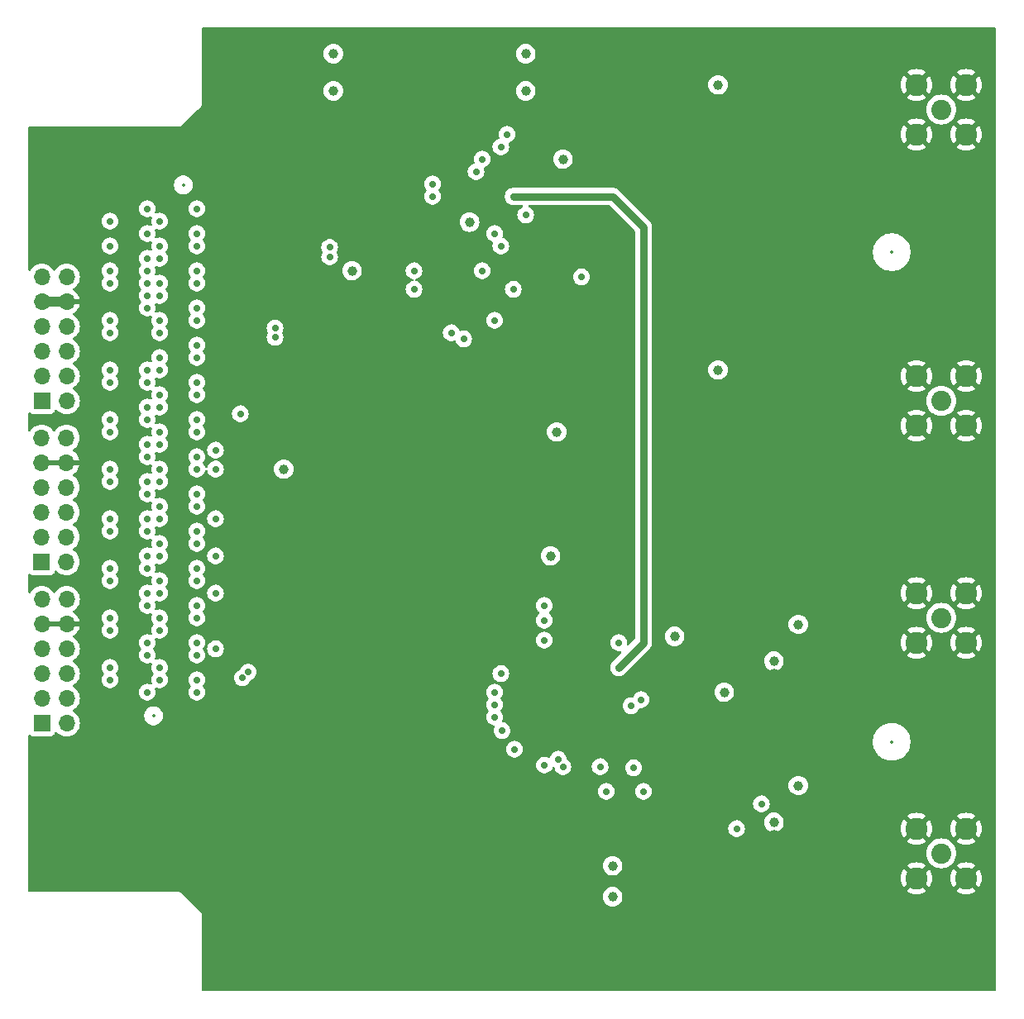
<source format=gbr>
%TF.GenerationSoftware,KiCad,Pcbnew,8.0.0*%
%TF.CreationDate,2024-09-01T00:51:57+03:00*%
%TF.ProjectId,ML605_LPC_Board_wADC_DAC,4d4c3630-355f-44c5-9043-5f426f617264,rev?*%
%TF.SameCoordinates,Original*%
%TF.FileFunction,Copper,L3,Inr*%
%TF.FilePolarity,Positive*%
%FSLAX46Y46*%
G04 Gerber Fmt 4.6, Leading zero omitted, Abs format (unit mm)*
G04 Created by KiCad (PCBNEW 8.0.0) date 2024-09-01 00:51:57*
%MOMM*%
%LPD*%
G01*
G04 APERTURE LIST*
%TA.AperFunction,ComponentPad*%
%ADD10C,2.050000*%
%TD*%
%TA.AperFunction,ComponentPad*%
%ADD11C,2.250000*%
%TD*%
%TA.AperFunction,ComponentPad*%
%ADD12R,1.700000X1.700000*%
%TD*%
%TA.AperFunction,ComponentPad*%
%ADD13O,1.700000X1.700000*%
%TD*%
%TA.AperFunction,ViaPad*%
%ADD14C,0.700000*%
%TD*%
%TA.AperFunction,ViaPad*%
%ADD15C,1.000000*%
%TD*%
%TA.AperFunction,Conductor*%
%ADD16C,1.016000*%
%TD*%
%TA.AperFunction,Conductor*%
%ADD17C,0.762000*%
%TD*%
%ADD18C,0.300000*%
%ADD19C,0.350000*%
G04 APERTURE END LIST*
D10*
%TO.N,Net-(J8-In)*%
%TO.C,J8*%
X168980000Y-58560000D03*
D11*
%TO.N,GNDA*%
X166440000Y-56020000D03*
X166440000Y-61100000D03*
X171520000Y-56020000D03*
X171520000Y-61100000D03*
%TD*%
D10*
%TO.N,Net-(J9-In)*%
%TO.C,J9*%
X168980000Y-88405000D03*
D11*
%TO.N,GNDA*%
X166440000Y-85865000D03*
X166440000Y-90945000D03*
X171520000Y-85865000D03*
X171520000Y-90945000D03*
%TD*%
D12*
%TO.N,/CLK1_M2C_N*%
%TO.C,J10*%
X76905000Y-121425000D03*
D13*
%TO.N,/CLK1_M2C_P*%
X79445000Y-121425000D03*
%TO.N,/LA01_N_CC*%
X76905000Y-118885000D03*
%TO.N,/LA01_P_CC*%
X79445000Y-118885000D03*
%TO.N,/LA06_N*%
X76905000Y-116345000D03*
%TO.N,/LA06_P*%
X79445000Y-116345000D03*
%TO.N,/LA05_N*%
X76905000Y-113805000D03*
%TO.N,/LA05_P*%
X79445000Y-113805000D03*
%TO.N,GNDA*%
X76905000Y-111265000D03*
X79445000Y-111265000D03*
%TO.N,3V3*%
X76905000Y-108725000D03*
X79445000Y-108725000D03*
%TD*%
D10*
%TO.N,/ADC_Circuit/I_IN*%
%TO.C,J5*%
X168980000Y-110630000D03*
D11*
%TO.N,GNDA*%
X166440000Y-108090000D03*
X166440000Y-113170000D03*
X171520000Y-108090000D03*
X171520000Y-113170000D03*
%TD*%
D10*
%TO.N,/ADC_Circuit/Q_IN*%
%TO.C,J4*%
X168980000Y-134760000D03*
D11*
%TO.N,GNDA*%
X166440000Y-132220000D03*
X166440000Y-137300000D03*
X171520000Y-132220000D03*
X171520000Y-137300000D03*
%TD*%
D12*
%TO.N,/LA17_P_CC*%
%TO.C,J12*%
X76905000Y-88405000D03*
D13*
%TO.N,/LA17_N_CC*%
X79445000Y-88405000D03*
%TO.N,/LA18_P_CC*%
X76905000Y-85865000D03*
%TO.N,/LA18_N_CC*%
X79445000Y-85865000D03*
%TO.N,/LA27_P*%
X76905000Y-83325000D03*
%TO.N,/LA27_N*%
X79445000Y-83325000D03*
%TO.N,/SCL*%
X76905000Y-80785000D03*
%TO.N,/SDA*%
X79445000Y-80785000D03*
%TO.N,GNDA*%
X76905000Y-78245000D03*
X79445000Y-78245000D03*
%TO.N,3V3*%
X76905000Y-75705000D03*
X79445000Y-75705000D03*
%TD*%
D12*
%TO.N,/LA09_N*%
%TO.C,J11*%
X76885000Y-104890000D03*
D13*
%TO.N,/LA09_P*%
X79425000Y-104890000D03*
%TO.N,/LA10_N*%
X76885000Y-102350000D03*
%TO.N,/LA10_P*%
X79425000Y-102350000D03*
%TO.N,/LA13_N*%
X76885000Y-99810000D03*
%TO.N,/LA13_P*%
X79425000Y-99810000D03*
%TO.N,/LA14_N*%
X76885000Y-97270000D03*
%TO.N,/LA14_P*%
X79425000Y-97270000D03*
%TO.N,GNDA*%
X76885000Y-94730000D03*
X79425000Y-94730000D03*
%TO.N,3V3*%
X76885000Y-92190000D03*
X79425000Y-92190000D03*
%TD*%
D14*
%TO.N,GNDA*%
X88970000Y-118250000D03*
X88970000Y-113170000D03*
X87700000Y-110630000D03*
X88970000Y-82690000D03*
X136722000Y-127775000D03*
D15*
X151835000Y-132855000D03*
D14*
X83890000Y-108090000D03*
X92780000Y-69990000D03*
X100400000Y-78245000D03*
X87700000Y-69990000D03*
X135960000Y-92850000D03*
X87700000Y-103010000D03*
X126741822Y-78755178D03*
X111430220Y-73165000D03*
X88970000Y-101740000D03*
X83890000Y-103010000D03*
D15*
X134055000Y-107455000D03*
D14*
X132912000Y-118758000D03*
X92780000Y-115710000D03*
X88970000Y-86500000D03*
X92780000Y-104280000D03*
X92780000Y-92850000D03*
X157550000Y-92850000D03*
X92780000Y-85230000D03*
X83890000Y-68720000D03*
X87700000Y-95390000D03*
X119450000Y-124600000D03*
X92780000Y-77610000D03*
X87700000Y-115710000D03*
X83890000Y-71260000D03*
X88970000Y-94120000D03*
X87700000Y-106820000D03*
X120720000Y-73165000D03*
X88970000Y-114440000D03*
X87700000Y-111900000D03*
D15*
X135960000Y-59830000D03*
D14*
X87700000Y-91580000D03*
X100400000Y-124600000D03*
X88970000Y-97930000D03*
X157550000Y-105550000D03*
D15*
X118815000Y-98565000D03*
D14*
X92780000Y-111900000D03*
D15*
X147136000Y-115710000D03*
D14*
X92780000Y-100470000D03*
D15*
X147136000Y-120790000D03*
D14*
X83890000Y-82690000D03*
X92780000Y-73800000D03*
X83890000Y-109360000D03*
D15*
X146120000Y-63640000D03*
D14*
X92780000Y-96660000D03*
X129102000Y-121806000D03*
X83890000Y-77610000D03*
X87700000Y-99200000D03*
X157550000Y-78880000D03*
X83890000Y-97930000D03*
D15*
X133420000Y-69355000D03*
D14*
X83890000Y-89040000D03*
D15*
X132785000Y-134760000D03*
D14*
X87700000Y-72530000D03*
X83890000Y-94120000D03*
X88970000Y-105550000D03*
X119450000Y-105550000D03*
X87700000Y-83960000D03*
D15*
X151835000Y-116345000D03*
D14*
X140405000Y-78880000D03*
X88970000Y-71260000D03*
X140405000Y-105550000D03*
X87700000Y-87770000D03*
X134690000Y-54750000D03*
X83890000Y-104280000D03*
X83890000Y-118250000D03*
X119450000Y-70625000D03*
X100400000Y-54750000D03*
X88970000Y-68720000D03*
D15*
X129610000Y-99200000D03*
D14*
X140405000Y-143650000D03*
X92780000Y-89040000D03*
D15*
X146120000Y-93485000D03*
D14*
X83890000Y-73800000D03*
D15*
X131515000Y-82055000D03*
D14*
X83890000Y-87770000D03*
X119450000Y-54750000D03*
X92780000Y-108090000D03*
X100400000Y-92850000D03*
X88970000Y-90310000D03*
X106750000Y-105550000D03*
D15*
X108020000Y-77610000D03*
D14*
X119450000Y-92850000D03*
X83890000Y-113170000D03*
X87700000Y-116980000D03*
X83890000Y-114440000D03*
X92780000Y-81420000D03*
X100400000Y-143650000D03*
X123260000Y-74435000D03*
X88970000Y-78880000D03*
X157550000Y-143650000D03*
X157550000Y-54750000D03*
X130503000Y-116726000D03*
X83890000Y-78880000D03*
X140405000Y-124600000D03*
X88970000Y-109360000D03*
X132150000Y-116726000D03*
X83890000Y-92850000D03*
X132912000Y-120536000D03*
X83890000Y-83960000D03*
X83890000Y-99200000D03*
X88970000Y-75070000D03*
X119450000Y-143650000D03*
D15*
%TO.N,1V5*%
X129610000Y-91580000D03*
D14*
X135960000Y-113170000D03*
D15*
X129610000Y-91580000D03*
X130245000Y-63640000D03*
D14*
%TO.N,Net-(IC1-VRN)*%
X138246000Y-119012000D03*
%TO.N,Net-(IC1-VRP)*%
X137230000Y-119643000D03*
D15*
%TO.N,3V3*%
X101670000Y-95390000D03*
X126435000Y-56655000D03*
X106750000Y-56655000D03*
D14*
X87700000Y-78880000D03*
D15*
X146120000Y-85230000D03*
D14*
X123260000Y-71260000D03*
D15*
X106750000Y-52845000D03*
D14*
X87700000Y-71260000D03*
D15*
X151835000Y-131585000D03*
D14*
X126435000Y-69355000D03*
D15*
X146120000Y-56020000D03*
D14*
X83890000Y-69990000D03*
D15*
X146755000Y-118250000D03*
X128975000Y-104280000D03*
X151835000Y-115075000D03*
D14*
X121990000Y-75070000D03*
X87700000Y-68720000D03*
D15*
X126435000Y-52845000D03*
D14*
X87700000Y-73800000D03*
D15*
%TO.N,/ADC_Circuit/VCM_ADC*%
X154335420Y-111304580D03*
X154335420Y-127814580D03*
X141675000Y-112535000D03*
D14*
%TO.N,Net-(IC1-Q3)*%
X125292000Y-124092000D03*
%TO.N,VADJ*%
X92780000Y-68720000D03*
D15*
X135325000Y-139205000D03*
X135325000Y-136030000D03*
D14*
X125165000Y-67450000D03*
X138500000Y-79515000D03*
X130245000Y-125870000D03*
X137484000Y-125997000D03*
X88970000Y-69990000D03*
D15*
X120693616Y-70083028D03*
D14*
X135960000Y-115710000D03*
D15*
X108655000Y-75070000D03*
D14*
%TO.N,Net-(IC1-I1)*%
X123260000Y-118250000D03*
%TO.N,Net-(IC1-Q7)*%
X123260000Y-120790000D03*
%TO.N,/ADC_Circuit/Q+*%
X148025000Y-132220000D03*
X150565000Y-129680000D03*
%TO.N,Net-(IC1-I6)*%
X128340000Y-112916000D03*
%TO.N,Net-(IC1-I3)*%
X123895000Y-116345000D03*
%TO.N,Net-(IC1-I{slash}~{Q})*%
X129757000Y-125108000D03*
%TO.N,Net-(IC1-I8)*%
X128340000Y-110884000D03*
%TO.N,Net-(IC1-Q5)*%
X124020857Y-122185857D03*
%TO.N,Net-(IC1-I9)*%
X128340000Y-109360000D03*
%TO.N,Net-(IC1-Q1)*%
X128361847Y-125718865D03*
%TO.N,Net-(IC1-Q9)*%
X123260000Y-119520000D03*
%TO.N,/LA20_N*%
X88970000Y-91580000D03*
%TO.N,/LA19_N*%
X92780000Y-90310000D03*
%TO.N,/LA20_P*%
X94685000Y-93442200D03*
X88970000Y-92850000D03*
%TO.N,/LA29_P*%
X88970000Y-81420000D03*
%TO.N,/LA33_P*%
X88970000Y-73800000D03*
%TO.N,/DAC Circuit/SLEEP*%
X125165000Y-76975000D03*
X132150000Y-75705000D03*
%TO.N,/LA21_P*%
X92780000Y-87770000D03*
X120085000Y-82055000D03*
%TO.N,/LA22_N*%
X88970000Y-87770000D03*
%TO.N,/LA30_P*%
X121355000Y-64910000D03*
X92780000Y-76340000D03*
%TO.N,/LA30_N*%
X121990000Y-63640000D03*
X92780000Y-75070000D03*
%TO.N,/LA24_N*%
X115005000Y-75070000D03*
X92780000Y-82690000D03*
%TO.N,/LA24_P*%
X115005000Y-76975000D03*
X92780000Y-83960000D03*
%TO.N,/LA22_P*%
X88970000Y-89040000D03*
%TO.N,/LA33_N*%
X88970000Y-72530000D03*
%TO.N,/LA25_P*%
X88970000Y-85230000D03*
%TO.N,/LA21_N*%
X92780000Y-86500000D03*
X118815000Y-81420000D03*
%TO.N,/LA32_P*%
X92780000Y-72530000D03*
X123895000Y-62370000D03*
%TO.N,/LA25_N*%
X88970000Y-83960000D03*
%TO.N,/LA32_N*%
X92780000Y-71260000D03*
X124530000Y-61100000D03*
%TO.N,/LA28_N*%
X116910000Y-66180000D03*
X92780000Y-78880000D03*
%TO.N,Net-(IC4-BIASJ_A)*%
X123895000Y-72530000D03*
%TO.N,/LA31_P*%
X88970000Y-77610000D03*
%TO.N,/LA28_P*%
X92780000Y-80150000D03*
X116910000Y-67450000D03*
%TO.N,/LA31_N*%
X88970000Y-76340000D03*
%TO.N,/PRSNT_M2C_L*%
X92780000Y-116980000D03*
%TO.N,/LA14_P*%
X83890000Y-96660000D03*
%TO.N,/LA27_P*%
X83890000Y-86500000D03*
%TO.N,/CLK1_M2C_N*%
X88970000Y-115710000D03*
%TO.N,/LA07_P*%
X92780000Y-103010000D03*
%TO.N,/PG_C2M*%
X87700000Y-118250000D03*
%TO.N,/SDA*%
X83890000Y-80150000D03*
%TO.N,/DP0_M2C_N*%
X83890000Y-110630000D03*
%TO.N,/CLK1_M2C_P*%
X88970000Y-116980000D03*
%TO.N,/TRST_L*%
X87700000Y-76340000D03*
%TO.N,/GA1*%
X87700000Y-75070000D03*
%TO.N,/DP0_C2M_N*%
X83890000Y-115710000D03*
%TO.N,/LA11_N*%
X92780000Y-97930000D03*
%TO.N,/VREF_A_M2C*%
X92780000Y-118250000D03*
%TO.N,/LA27_N*%
X83890000Y-85230000D03*
%TO.N,/LA26_N*%
X106369000Y-73642000D03*
X100781000Y-81897000D03*
X87700000Y-85230000D03*
%TO.N,/GA0*%
X83890000Y-76340000D03*
%TO.N,/DP0_C2M_P*%
X83890000Y-116980000D03*
%TO.N,/LA15_N*%
X92780000Y-94120000D03*
%TO.N,/LA15_P*%
X92780000Y-95390000D03*
%TO.N,/LA18_P_CC*%
X83890000Y-91580000D03*
%TO.N,/LA17_P_CC*%
X87700000Y-94120000D03*
%TO.N,/LA19_P*%
X92780000Y-91580000D03*
%TO.N,/LA12_N*%
X94685000Y-100470000D03*
X88970000Y-99200000D03*
%TO.N,/LA07_N*%
X92780000Y-101740000D03*
%TO.N,/LA16_N*%
X94685000Y-95390000D03*
X88970000Y-95390000D03*
%TO.N,+12V*%
X83890000Y-75070000D03*
X83890000Y-72530000D03*
%TO.N,/LA23_P*%
X123260000Y-80150000D03*
X87700000Y-90310000D03*
X97225000Y-89717800D03*
%TO.N,/LA00_P_CC*%
X94685000Y-113805000D03*
X88970000Y-111900000D03*
X134055000Y-125870000D03*
%TO.N,/DP0_M2C_P*%
X83890000Y-111900000D03*
%TO.N,/SCL*%
X83890000Y-81420000D03*
%TO.N,/LA13_P*%
X87700000Y-97930000D03*
%TO.N,/LA10_N*%
X83890000Y-100470000D03*
%TO.N,/LA29_N*%
X88970000Y-80150000D03*
%TO.N,/LA05_N*%
X87700000Y-104280000D03*
%TO.N,/LA00_N_CC*%
X88970000Y-110630000D03*
%TO.N,/LA14_N*%
X83890000Y-95390000D03*
%TO.N,/LA26_P*%
X106369000Y-72688000D03*
X87700000Y-86500000D03*
X100781000Y-80943000D03*
%TO.N,/LA09_P*%
X87700000Y-101740000D03*
%TO.N,/LA10_P*%
X83890000Y-101740000D03*
%TO.N,/LA03_N*%
X88970000Y-106820000D03*
X94685000Y-108090000D03*
%TO.N,/GBTCLK0_M2C_N*%
X87700000Y-113170000D03*
%TO.N,/LA13_N*%
X87700000Y-96660000D03*
%TO.N,/LA17_N_CC*%
X87700000Y-92850000D03*
%TO.N,/LA12_P*%
X88970000Y-100470000D03*
%TO.N,/LA11_P*%
X92780000Y-99200000D03*
%TO.N,/LA02_N*%
X92780000Y-109360000D03*
%TO.N,/LA04_P*%
X92780000Y-106820000D03*
%TO.N,/LA08_P*%
X88970000Y-104280000D03*
%TO.N,/LA02_P*%
X92780000Y-110630000D03*
%TO.N,/LA08_N*%
X94685000Y-104280000D03*
X88970000Y-103010000D03*
%TO.N,/LA03_P*%
X88970000Y-108090000D03*
%TO.N,/GBTCLK0_M2C_P*%
X87700000Y-114440000D03*
%TO.N,/LA06_P*%
X83890000Y-106820000D03*
%TO.N,/LA06_N*%
X83890000Y-105550000D03*
%TO.N,/LA05_P*%
X87700000Y-105550000D03*
%TO.N,/CLK0_M2C_N*%
X92780000Y-113170000D03*
X98015723Y-116189277D03*
X138500000Y-128410000D03*
%TO.N,/CLK0_M2C_P*%
X134690000Y-128410000D03*
X92780000Y-114440000D03*
X97411853Y-116793147D03*
%TO.N,/TMS*%
X87700000Y-77610000D03*
%TO.N,/LA04_N*%
X92780000Y-105550000D03*
%TO.N,/LA16_P*%
X88970000Y-96660000D03*
%TO.N,/LA09_N*%
X87700000Y-100470000D03*
%TO.N,/LA23_N*%
X87700000Y-89040000D03*
%TO.N,/LA18_N_CC*%
X83890000Y-90310000D03*
%TO.N,/LA01_N_CC*%
X87700000Y-108090000D03*
%TO.N,/LA01_P_CC*%
X87700000Y-109360000D03*
%TD*%
D16*
%TO.N,GNDA*%
X76905000Y-78245000D02*
X79445000Y-78245000D01*
D17*
%TO.N,VADJ*%
X125165000Y-67450000D02*
X135325000Y-67450000D01*
X138500000Y-79515000D02*
X138500000Y-113170000D01*
X138500000Y-70625000D02*
X138500000Y-79515000D01*
X135325000Y-67450000D02*
X138500000Y-70625000D01*
X138500000Y-113170000D02*
X135960000Y-115710000D01*
%TD*%
%TA.AperFunction,Conductor*%
%TO.N,GNDA*%
G36*
X174518539Y-50190185D02*
G01*
X174564294Y-50242989D01*
X174575500Y-50294500D01*
X174575500Y-148740500D01*
X174555815Y-148807539D01*
X174503011Y-148853294D01*
X174451500Y-148864500D01*
X93404500Y-148864500D01*
X93337461Y-148844815D01*
X93291706Y-148792011D01*
X93280500Y-148740500D01*
X93280500Y-141044110D01*
X93280500Y-141044108D01*
X93246392Y-140916814D01*
X93180500Y-140802686D01*
X93087314Y-140709500D01*
X91582814Y-139205000D01*
X134319659Y-139205000D01*
X134338975Y-139401129D01*
X134396188Y-139589733D01*
X134489086Y-139763532D01*
X134489090Y-139763539D01*
X134614116Y-139915883D01*
X134766460Y-140040909D01*
X134766467Y-140040913D01*
X134940266Y-140133811D01*
X134940269Y-140133811D01*
X134940273Y-140133814D01*
X135128868Y-140191024D01*
X135325000Y-140210341D01*
X135521132Y-140191024D01*
X135709727Y-140133814D01*
X135883538Y-140040910D01*
X136035883Y-139915883D01*
X136160910Y-139763538D01*
X136253814Y-139589727D01*
X136311024Y-139401132D01*
X136330341Y-139205000D01*
X136311024Y-139008868D01*
X136253814Y-138820273D01*
X136253811Y-138820269D01*
X136253811Y-138820266D01*
X136160913Y-138646467D01*
X136160909Y-138646460D01*
X136035883Y-138494116D01*
X135883539Y-138369090D01*
X135883532Y-138369086D01*
X135709733Y-138276188D01*
X135709727Y-138276186D01*
X135521132Y-138218976D01*
X135521129Y-138218975D01*
X135325000Y-138199659D01*
X135128870Y-138218975D01*
X134940266Y-138276188D01*
X134766467Y-138369086D01*
X134766460Y-138369090D01*
X134614116Y-138494116D01*
X134489090Y-138646460D01*
X134489086Y-138646467D01*
X134396188Y-138820266D01*
X134338975Y-139008870D01*
X134319659Y-139205000D01*
X91582814Y-139205000D01*
X91182314Y-138804500D01*
X91092014Y-138752365D01*
X91068187Y-138738608D01*
X91004539Y-138721554D01*
X90940892Y-138704500D01*
X90940891Y-138704500D01*
X75624500Y-138704500D01*
X75557461Y-138684815D01*
X75511706Y-138632011D01*
X75500500Y-138580500D01*
X75500500Y-137300000D01*
X164809975Y-137300000D01*
X164830042Y-137554989D01*
X164889752Y-137803702D01*
X164987634Y-138040012D01*
X164987636Y-138040015D01*
X165121277Y-138258098D01*
X165121284Y-138258107D01*
X165124533Y-138261912D01*
X165685884Y-137700560D01*
X165686740Y-137702626D01*
X165779762Y-137841844D01*
X165898156Y-137960238D01*
X166037374Y-138053260D01*
X166039437Y-138054114D01*
X165478087Y-138615465D01*
X165481897Y-138618719D01*
X165699984Y-138752363D01*
X165699987Y-138752365D01*
X165936297Y-138850247D01*
X166185011Y-138909957D01*
X166185010Y-138909957D01*
X166440000Y-138930024D01*
X166694989Y-138909957D01*
X166943702Y-138850247D01*
X167180012Y-138752365D01*
X167180015Y-138752363D01*
X167398095Y-138618724D01*
X167398110Y-138618713D01*
X167401911Y-138615466D01*
X167401911Y-138615464D01*
X166840562Y-138054114D01*
X166842626Y-138053260D01*
X166981844Y-137960238D01*
X167100238Y-137841844D01*
X167193260Y-137702626D01*
X167194114Y-137700561D01*
X167755464Y-138261911D01*
X167755466Y-138261911D01*
X167758713Y-138258110D01*
X167758724Y-138258095D01*
X167892363Y-138040015D01*
X167892365Y-138040012D01*
X167990247Y-137803702D01*
X168049957Y-137554989D01*
X168070024Y-137300000D01*
X169889975Y-137300000D01*
X169910042Y-137554989D01*
X169969752Y-137803702D01*
X170067634Y-138040012D01*
X170067636Y-138040015D01*
X170201277Y-138258098D01*
X170201284Y-138258107D01*
X170204533Y-138261912D01*
X170765884Y-137700560D01*
X170766740Y-137702626D01*
X170859762Y-137841844D01*
X170978156Y-137960238D01*
X171117374Y-138053260D01*
X171119437Y-138054114D01*
X170558087Y-138615465D01*
X170561897Y-138618719D01*
X170779984Y-138752363D01*
X170779987Y-138752365D01*
X171016297Y-138850247D01*
X171265011Y-138909957D01*
X171265010Y-138909957D01*
X171520000Y-138930024D01*
X171774989Y-138909957D01*
X172023702Y-138850247D01*
X172260012Y-138752365D01*
X172260015Y-138752363D01*
X172478095Y-138618724D01*
X172478110Y-138618713D01*
X172481911Y-138615466D01*
X172481911Y-138615464D01*
X171920562Y-138054114D01*
X171922626Y-138053260D01*
X172061844Y-137960238D01*
X172180238Y-137841844D01*
X172273260Y-137702626D01*
X172274114Y-137700561D01*
X172835464Y-138261911D01*
X172835466Y-138261911D01*
X172838713Y-138258110D01*
X172838724Y-138258095D01*
X172972363Y-138040015D01*
X172972365Y-138040012D01*
X173070247Y-137803702D01*
X173129957Y-137554989D01*
X173150024Y-137300000D01*
X173129957Y-137045010D01*
X173070247Y-136796297D01*
X172972365Y-136559987D01*
X172972363Y-136559984D01*
X172838719Y-136341897D01*
X172835465Y-136338087D01*
X172274114Y-136899437D01*
X172273260Y-136897374D01*
X172180238Y-136758156D01*
X172061844Y-136639762D01*
X171922626Y-136546740D01*
X171920561Y-136545884D01*
X172481912Y-135984533D01*
X172478107Y-135981284D01*
X172478098Y-135981277D01*
X172260015Y-135847636D01*
X172260012Y-135847634D01*
X172023702Y-135749752D01*
X171774988Y-135690042D01*
X171774989Y-135690042D01*
X171520000Y-135669975D01*
X171265010Y-135690042D01*
X171016297Y-135749752D01*
X170779987Y-135847634D01*
X170779984Y-135847636D01*
X170561893Y-135981282D01*
X170558086Y-135984532D01*
X171119438Y-136545884D01*
X171117374Y-136546740D01*
X170978156Y-136639762D01*
X170859762Y-136758156D01*
X170766740Y-136897374D01*
X170765884Y-136899438D01*
X170204532Y-136338086D01*
X170201282Y-136341893D01*
X170067636Y-136559984D01*
X170067634Y-136559987D01*
X169969752Y-136796297D01*
X169910042Y-137045010D01*
X169889975Y-137300000D01*
X168070024Y-137300000D01*
X168049957Y-137045010D01*
X167990247Y-136796297D01*
X167892365Y-136559987D01*
X167892363Y-136559984D01*
X167758719Y-136341897D01*
X167755465Y-136338087D01*
X167194114Y-136899437D01*
X167193260Y-136897374D01*
X167100238Y-136758156D01*
X166981844Y-136639762D01*
X166842626Y-136546740D01*
X166840561Y-136545884D01*
X167401912Y-135984533D01*
X167398107Y-135981284D01*
X167398098Y-135981277D01*
X167180015Y-135847636D01*
X167180012Y-135847634D01*
X166943702Y-135749752D01*
X166694988Y-135690042D01*
X166694989Y-135690042D01*
X166440000Y-135669975D01*
X166185010Y-135690042D01*
X165936297Y-135749752D01*
X165699987Y-135847634D01*
X165699984Y-135847636D01*
X165481893Y-135981282D01*
X165478086Y-135984532D01*
X166039438Y-136545884D01*
X166037374Y-136546740D01*
X165898156Y-136639762D01*
X165779762Y-136758156D01*
X165686740Y-136897374D01*
X165685884Y-136899438D01*
X165124532Y-136338086D01*
X165121282Y-136341893D01*
X164987636Y-136559984D01*
X164987634Y-136559987D01*
X164889752Y-136796297D01*
X164830042Y-137045010D01*
X164809975Y-137300000D01*
X75500500Y-137300000D01*
X75500500Y-136030000D01*
X134319659Y-136030000D01*
X134338975Y-136226129D01*
X134396188Y-136414733D01*
X134489086Y-136588532D01*
X134489090Y-136588539D01*
X134614116Y-136740883D01*
X134766460Y-136865909D01*
X134766467Y-136865913D01*
X134940266Y-136958811D01*
X134940269Y-136958811D01*
X134940273Y-136958814D01*
X135128868Y-137016024D01*
X135325000Y-137035341D01*
X135521132Y-137016024D01*
X135709727Y-136958814D01*
X135883538Y-136865910D01*
X136035883Y-136740883D01*
X136160910Y-136588538D01*
X136253814Y-136414727D01*
X136311024Y-136226132D01*
X136330341Y-136030000D01*
X136311024Y-135833868D01*
X136253814Y-135645273D01*
X136253811Y-135645269D01*
X136253811Y-135645266D01*
X136160913Y-135471467D01*
X136160909Y-135471460D01*
X136035883Y-135319116D01*
X135883539Y-135194090D01*
X135883532Y-135194086D01*
X135709733Y-135101188D01*
X135709727Y-135101186D01*
X135521132Y-135043976D01*
X135521129Y-135043975D01*
X135325000Y-135024659D01*
X135128870Y-135043975D01*
X134940266Y-135101188D01*
X134766467Y-135194086D01*
X134766460Y-135194090D01*
X134614116Y-135319116D01*
X134489090Y-135471460D01*
X134489086Y-135471467D01*
X134396188Y-135645266D01*
X134338975Y-135833870D01*
X134319659Y-136030000D01*
X75500500Y-136030000D01*
X75500500Y-134760000D01*
X167449783Y-134760000D01*
X167468623Y-134999382D01*
X167524674Y-135232853D01*
X167524678Y-135232865D01*
X167616565Y-135454702D01*
X167626836Y-135471462D01*
X167742028Y-135659439D01*
X167897973Y-135842027D01*
X168080561Y-135997972D01*
X168080563Y-135997973D01*
X168285297Y-136123434D01*
X168382047Y-136163508D01*
X168507137Y-136215323D01*
X168740621Y-136271377D01*
X168980000Y-136290217D01*
X169219379Y-136271377D01*
X169452863Y-136215323D01*
X169674704Y-136123433D01*
X169879439Y-135997972D01*
X170062027Y-135842027D01*
X170217972Y-135659439D01*
X170343433Y-135454704D01*
X170435323Y-135232863D01*
X170491377Y-134999379D01*
X170510217Y-134760000D01*
X170491377Y-134520621D01*
X170435323Y-134287137D01*
X170383508Y-134162047D01*
X170343434Y-134065297D01*
X170217973Y-133860563D01*
X170217972Y-133860561D01*
X170062027Y-133677973D01*
X169879439Y-133522028D01*
X169879436Y-133522026D01*
X169674702Y-133396565D01*
X169452865Y-133304678D01*
X169452867Y-133304678D01*
X169452863Y-133304677D01*
X169452859Y-133304676D01*
X169452853Y-133304674D01*
X169219382Y-133248623D01*
X168980000Y-133229783D01*
X168740617Y-133248623D01*
X168507146Y-133304674D01*
X168507134Y-133304678D01*
X168285297Y-133396565D01*
X168080563Y-133522026D01*
X167897973Y-133677973D01*
X167742026Y-133860563D01*
X167616565Y-134065297D01*
X167524678Y-134287134D01*
X167524674Y-134287146D01*
X167468623Y-134520617D01*
X167449783Y-134760000D01*
X75500500Y-134760000D01*
X75500500Y-132220000D01*
X147169815Y-132220000D01*
X147188503Y-132397805D01*
X147188504Y-132397807D01*
X147243747Y-132567829D01*
X147243750Y-132567835D01*
X147333141Y-132722665D01*
X147368418Y-132761844D01*
X147452764Y-132855521D01*
X147452767Y-132855523D01*
X147452770Y-132855526D01*
X147597407Y-132960612D01*
X147760733Y-133033329D01*
X147935609Y-133070500D01*
X147935610Y-133070500D01*
X148114389Y-133070500D01*
X148114391Y-133070500D01*
X148289267Y-133033329D01*
X148452593Y-132960612D01*
X148597230Y-132855526D01*
X148716859Y-132722665D01*
X148806250Y-132567835D01*
X148861497Y-132397803D01*
X148880185Y-132220000D01*
X148861497Y-132042197D01*
X148806250Y-131872165D01*
X148716859Y-131717335D01*
X148670003Y-131665296D01*
X148597705Y-131585000D01*
X150829659Y-131585000D01*
X150848975Y-131781129D01*
X150906188Y-131969733D01*
X150999086Y-132143532D01*
X150999090Y-132143539D01*
X151124116Y-132295883D01*
X151276460Y-132420909D01*
X151276467Y-132420913D01*
X151450266Y-132513811D01*
X151450269Y-132513811D01*
X151450273Y-132513814D01*
X151638868Y-132571024D01*
X151835000Y-132590341D01*
X152031132Y-132571024D01*
X152219727Y-132513814D01*
X152393538Y-132420910D01*
X152545883Y-132295883D01*
X152608159Y-132220000D01*
X164809975Y-132220000D01*
X164830042Y-132474989D01*
X164889752Y-132723702D01*
X164987634Y-132960012D01*
X164987636Y-132960015D01*
X165121277Y-133178098D01*
X165121284Y-133178107D01*
X165124533Y-133181912D01*
X165685884Y-132620560D01*
X165686740Y-132622626D01*
X165779762Y-132761844D01*
X165898156Y-132880238D01*
X166037374Y-132973260D01*
X166039437Y-132974114D01*
X165478087Y-133535465D01*
X165481897Y-133538719D01*
X165699984Y-133672363D01*
X165699987Y-133672365D01*
X165936297Y-133770247D01*
X166185011Y-133829957D01*
X166185010Y-133829957D01*
X166440000Y-133850024D01*
X166694989Y-133829957D01*
X166943702Y-133770247D01*
X167180012Y-133672365D01*
X167180015Y-133672363D01*
X167398095Y-133538724D01*
X167398110Y-133538713D01*
X167401911Y-133535466D01*
X167401911Y-133535464D01*
X166840562Y-132974114D01*
X166842626Y-132973260D01*
X166981844Y-132880238D01*
X167100238Y-132761844D01*
X167193260Y-132622626D01*
X167194114Y-132620561D01*
X167755464Y-133181911D01*
X167755466Y-133181911D01*
X167758713Y-133178110D01*
X167758724Y-133178095D01*
X167892363Y-132960015D01*
X167892365Y-132960012D01*
X167990247Y-132723702D01*
X168049957Y-132474989D01*
X168070024Y-132220000D01*
X169889975Y-132220000D01*
X169910042Y-132474989D01*
X169969752Y-132723702D01*
X170067634Y-132960012D01*
X170067636Y-132960015D01*
X170201277Y-133178098D01*
X170201284Y-133178107D01*
X170204533Y-133181912D01*
X170765884Y-132620560D01*
X170766740Y-132622626D01*
X170859762Y-132761844D01*
X170978156Y-132880238D01*
X171117374Y-132973260D01*
X171119437Y-132974114D01*
X170558087Y-133535465D01*
X170561897Y-133538719D01*
X170779984Y-133672363D01*
X170779987Y-133672365D01*
X171016297Y-133770247D01*
X171265011Y-133829957D01*
X171265010Y-133829957D01*
X171520000Y-133850024D01*
X171774989Y-133829957D01*
X172023702Y-133770247D01*
X172260012Y-133672365D01*
X172260015Y-133672363D01*
X172478095Y-133538724D01*
X172478110Y-133538713D01*
X172481911Y-133535466D01*
X172481911Y-133535464D01*
X171920562Y-132974114D01*
X171922626Y-132973260D01*
X172061844Y-132880238D01*
X172180238Y-132761844D01*
X172273260Y-132622626D01*
X172274114Y-132620562D01*
X172835464Y-133181911D01*
X172835466Y-133181911D01*
X172838713Y-133178110D01*
X172838724Y-133178095D01*
X172972363Y-132960015D01*
X172972365Y-132960012D01*
X173070247Y-132723702D01*
X173129957Y-132474989D01*
X173150024Y-132220000D01*
X173129957Y-131965010D01*
X173070247Y-131716297D01*
X172972365Y-131479987D01*
X172972363Y-131479984D01*
X172838719Y-131261897D01*
X172835465Y-131258087D01*
X172274114Y-131819437D01*
X172273260Y-131817374D01*
X172180238Y-131678156D01*
X172061844Y-131559762D01*
X171922626Y-131466740D01*
X171920561Y-131465884D01*
X172481912Y-130904533D01*
X172478107Y-130901284D01*
X172478098Y-130901277D01*
X172260015Y-130767636D01*
X172260012Y-130767634D01*
X172023702Y-130669752D01*
X171774988Y-130610042D01*
X171774989Y-130610042D01*
X171520000Y-130589975D01*
X171265010Y-130610042D01*
X171016297Y-130669752D01*
X170779987Y-130767634D01*
X170779984Y-130767636D01*
X170561893Y-130901282D01*
X170558086Y-130904532D01*
X171119438Y-131465884D01*
X171117374Y-131466740D01*
X170978156Y-131559762D01*
X170859762Y-131678156D01*
X170766740Y-131817374D01*
X170765884Y-131819438D01*
X170204532Y-131258086D01*
X170201282Y-131261893D01*
X170067636Y-131479984D01*
X170067634Y-131479987D01*
X169969752Y-131716297D01*
X169910042Y-131965010D01*
X169889975Y-132220000D01*
X168070024Y-132220000D01*
X168049957Y-131965010D01*
X167990247Y-131716297D01*
X167892365Y-131479987D01*
X167892363Y-131479984D01*
X167758719Y-131261897D01*
X167755465Y-131258087D01*
X167194114Y-131819437D01*
X167193260Y-131817374D01*
X167100238Y-131678156D01*
X166981844Y-131559762D01*
X166842626Y-131466740D01*
X166840561Y-131465884D01*
X167401912Y-130904533D01*
X167398107Y-130901284D01*
X167398098Y-130901277D01*
X167180015Y-130767636D01*
X167180012Y-130767634D01*
X166943702Y-130669752D01*
X166694988Y-130610042D01*
X166694989Y-130610042D01*
X166440000Y-130589975D01*
X166185010Y-130610042D01*
X165936297Y-130669752D01*
X165699987Y-130767634D01*
X165699984Y-130767636D01*
X165481893Y-130901282D01*
X165478086Y-130904532D01*
X166039438Y-131465884D01*
X166037374Y-131466740D01*
X165898156Y-131559762D01*
X165779762Y-131678156D01*
X165686740Y-131817374D01*
X165685884Y-131819438D01*
X165124532Y-131258086D01*
X165121282Y-131261893D01*
X164987636Y-131479984D01*
X164987634Y-131479987D01*
X164889752Y-131716297D01*
X164830042Y-131965010D01*
X164809975Y-132220000D01*
X152608159Y-132220000D01*
X152670910Y-132143538D01*
X152763814Y-131969727D01*
X152821024Y-131781132D01*
X152840341Y-131585000D01*
X152821024Y-131388868D01*
X152763814Y-131200273D01*
X152763811Y-131200269D01*
X152763811Y-131200266D01*
X152670913Y-131026467D01*
X152670909Y-131026460D01*
X152545883Y-130874116D01*
X152393539Y-130749090D01*
X152393532Y-130749086D01*
X152219733Y-130656188D01*
X152219727Y-130656186D01*
X152031132Y-130598976D01*
X152031129Y-130598975D01*
X151835000Y-130579659D01*
X151638870Y-130598975D01*
X151450266Y-130656188D01*
X151276467Y-130749086D01*
X151276460Y-130749090D01*
X151124116Y-130874116D01*
X150999090Y-131026460D01*
X150999086Y-131026467D01*
X150906188Y-131200266D01*
X150848975Y-131388870D01*
X150829659Y-131585000D01*
X148597705Y-131585000D01*
X148597235Y-131584478D01*
X148597232Y-131584476D01*
X148597231Y-131584475D01*
X148597230Y-131584474D01*
X148452593Y-131479388D01*
X148289267Y-131406671D01*
X148289265Y-131406670D01*
X148161594Y-131379533D01*
X148114391Y-131369500D01*
X147935609Y-131369500D01*
X147904954Y-131376015D01*
X147760733Y-131406670D01*
X147760728Y-131406672D01*
X147597408Y-131479387D01*
X147452768Y-131584475D01*
X147333140Y-131717336D01*
X147243750Y-131872164D01*
X147243747Y-131872170D01*
X147188504Y-132042192D01*
X147188503Y-132042194D01*
X147169815Y-132220000D01*
X75500500Y-132220000D01*
X75500500Y-129680000D01*
X149709815Y-129680000D01*
X149728503Y-129857805D01*
X149728504Y-129857807D01*
X149783747Y-130027829D01*
X149783750Y-130027835D01*
X149873141Y-130182665D01*
X149914812Y-130228946D01*
X149992764Y-130315521D01*
X149992767Y-130315523D01*
X149992770Y-130315526D01*
X150137407Y-130420612D01*
X150300733Y-130493329D01*
X150475609Y-130530500D01*
X150475610Y-130530500D01*
X150654389Y-130530500D01*
X150654391Y-130530500D01*
X150829267Y-130493329D01*
X150992593Y-130420612D01*
X151137230Y-130315526D01*
X151256859Y-130182665D01*
X151346250Y-130027835D01*
X151401497Y-129857803D01*
X151420185Y-129680000D01*
X151401497Y-129502197D01*
X151346250Y-129332165D01*
X151256859Y-129177335D01*
X151210003Y-129125296D01*
X151137235Y-129044478D01*
X151137232Y-129044476D01*
X151137231Y-129044475D01*
X151137230Y-129044474D01*
X150992593Y-128939388D01*
X150829267Y-128866671D01*
X150829265Y-128866670D01*
X150701594Y-128839533D01*
X150654391Y-128829500D01*
X150475609Y-128829500D01*
X150444954Y-128836015D01*
X150300733Y-128866670D01*
X150300728Y-128866672D01*
X150137408Y-128939387D01*
X149992768Y-129044475D01*
X149873140Y-129177336D01*
X149783750Y-129332164D01*
X149783747Y-129332170D01*
X149728504Y-129502192D01*
X149728503Y-129502194D01*
X149709815Y-129680000D01*
X75500500Y-129680000D01*
X75500500Y-128410000D01*
X133834815Y-128410000D01*
X133853503Y-128587805D01*
X133853504Y-128587807D01*
X133908747Y-128757829D01*
X133908750Y-128757835D01*
X133998141Y-128912665D01*
X134039812Y-128958946D01*
X134117764Y-129045521D01*
X134117767Y-129045523D01*
X134117770Y-129045526D01*
X134262407Y-129150612D01*
X134425733Y-129223329D01*
X134600609Y-129260500D01*
X134600610Y-129260500D01*
X134779389Y-129260500D01*
X134779391Y-129260500D01*
X134954267Y-129223329D01*
X135117593Y-129150612D01*
X135262230Y-129045526D01*
X135263176Y-129044476D01*
X135288148Y-129016741D01*
X135381859Y-128912665D01*
X135471250Y-128757835D01*
X135526497Y-128587803D01*
X135545185Y-128410000D01*
X137644815Y-128410000D01*
X137663503Y-128587805D01*
X137663504Y-128587807D01*
X137718747Y-128757829D01*
X137718750Y-128757835D01*
X137808141Y-128912665D01*
X137849812Y-128958946D01*
X137927764Y-129045521D01*
X137927767Y-129045523D01*
X137927770Y-129045526D01*
X138072407Y-129150612D01*
X138235733Y-129223329D01*
X138410609Y-129260500D01*
X138410610Y-129260500D01*
X138589389Y-129260500D01*
X138589391Y-129260500D01*
X138764267Y-129223329D01*
X138927593Y-129150612D01*
X139072230Y-129045526D01*
X139073176Y-129044476D01*
X139098148Y-129016741D01*
X139191859Y-128912665D01*
X139281250Y-128757835D01*
X139336497Y-128587803D01*
X139355185Y-128410000D01*
X139336497Y-128232197D01*
X139281250Y-128062165D01*
X139191859Y-127907335D01*
X139108342Y-127814580D01*
X153330079Y-127814580D01*
X153349395Y-128010709D01*
X153406608Y-128199313D01*
X153499506Y-128373112D01*
X153499510Y-128373119D01*
X153624536Y-128525463D01*
X153776880Y-128650489D01*
X153776887Y-128650493D01*
X153950686Y-128743391D01*
X153950689Y-128743391D01*
X153950693Y-128743394D01*
X154139288Y-128800604D01*
X154335420Y-128819921D01*
X154531552Y-128800604D01*
X154720147Y-128743394D01*
X154893958Y-128650490D01*
X155046303Y-128525463D01*
X155171330Y-128373118D01*
X155264234Y-128199307D01*
X155321444Y-128010712D01*
X155340761Y-127814580D01*
X155321444Y-127618448D01*
X155264234Y-127429853D01*
X155264231Y-127429849D01*
X155264231Y-127429846D01*
X155171333Y-127256047D01*
X155171329Y-127256040D01*
X155046303Y-127103696D01*
X154893959Y-126978670D01*
X154893952Y-126978666D01*
X154720153Y-126885768D01*
X154720147Y-126885766D01*
X154531552Y-126828556D01*
X154531549Y-126828555D01*
X154335420Y-126809239D01*
X154139290Y-126828555D01*
X153950686Y-126885768D01*
X153776887Y-126978666D01*
X153776880Y-126978670D01*
X153624536Y-127103696D01*
X153499510Y-127256040D01*
X153499506Y-127256047D01*
X153406608Y-127429846D01*
X153349395Y-127618450D01*
X153330079Y-127814580D01*
X139108342Y-127814580D01*
X139072235Y-127774478D01*
X139072232Y-127774476D01*
X139072231Y-127774475D01*
X139072230Y-127774474D01*
X138927593Y-127669388D01*
X138764267Y-127596671D01*
X138764265Y-127596670D01*
X138636594Y-127569533D01*
X138589391Y-127559500D01*
X138410609Y-127559500D01*
X138379954Y-127566015D01*
X138235733Y-127596670D01*
X138235728Y-127596672D01*
X138072408Y-127669387D01*
X137927768Y-127774475D01*
X137808140Y-127907336D01*
X137718750Y-128062164D01*
X137718747Y-128062170D01*
X137663504Y-128232192D01*
X137663503Y-128232194D01*
X137644815Y-128410000D01*
X135545185Y-128410000D01*
X135526497Y-128232197D01*
X135471250Y-128062165D01*
X135381859Y-127907335D01*
X135298342Y-127814580D01*
X135262235Y-127774478D01*
X135262232Y-127774476D01*
X135262231Y-127774475D01*
X135262230Y-127774474D01*
X135117593Y-127669388D01*
X134954267Y-127596671D01*
X134954265Y-127596670D01*
X134826594Y-127569533D01*
X134779391Y-127559500D01*
X134600609Y-127559500D01*
X134569954Y-127566015D01*
X134425733Y-127596670D01*
X134425728Y-127596672D01*
X134262408Y-127669387D01*
X134117768Y-127774475D01*
X133998140Y-127907336D01*
X133908750Y-128062164D01*
X133908747Y-128062170D01*
X133853504Y-128232192D01*
X133853503Y-128232194D01*
X133834815Y-128410000D01*
X75500500Y-128410000D01*
X75500500Y-125718865D01*
X127506662Y-125718865D01*
X127525350Y-125896670D01*
X127525351Y-125896672D01*
X127580594Y-126066694D01*
X127580597Y-126066700D01*
X127669988Y-126221530D01*
X127711659Y-126267811D01*
X127789611Y-126354386D01*
X127789614Y-126354388D01*
X127789617Y-126354391D01*
X127934254Y-126459477D01*
X128097580Y-126532194D01*
X128272456Y-126569365D01*
X128272457Y-126569365D01*
X128451236Y-126569365D01*
X128451238Y-126569365D01*
X128626114Y-126532194D01*
X128789440Y-126459477D01*
X128934077Y-126354391D01*
X128942682Y-126344835D01*
X128959995Y-126325606D01*
X129053706Y-126221530D01*
X129143097Y-126066700D01*
X129164862Y-125999713D01*
X129204299Y-125942039D01*
X129268657Y-125914840D01*
X129337504Y-125926754D01*
X129388980Y-125973998D01*
X129406114Y-126025069D01*
X129408503Y-126047805D01*
X129408504Y-126047807D01*
X129463747Y-126217829D01*
X129463750Y-126217835D01*
X129553141Y-126372665D01*
X129594812Y-126418946D01*
X129672764Y-126505521D01*
X129672767Y-126505523D01*
X129672770Y-126505526D01*
X129817407Y-126610612D01*
X129980733Y-126683329D01*
X130155609Y-126720500D01*
X130155610Y-126720500D01*
X130334389Y-126720500D01*
X130334391Y-126720500D01*
X130509267Y-126683329D01*
X130672593Y-126610612D01*
X130817230Y-126505526D01*
X130822508Y-126499665D01*
X130858693Y-126459477D01*
X130936859Y-126372665D01*
X131026250Y-126217835D01*
X131081497Y-126047803D01*
X131100185Y-125870000D01*
X133199815Y-125870000D01*
X133218503Y-126047805D01*
X133218504Y-126047807D01*
X133273747Y-126217829D01*
X133273750Y-126217835D01*
X133363141Y-126372665D01*
X133404812Y-126418946D01*
X133482764Y-126505521D01*
X133482767Y-126505523D01*
X133482770Y-126505526D01*
X133627407Y-126610612D01*
X133790733Y-126683329D01*
X133965609Y-126720500D01*
X133965610Y-126720500D01*
X134144389Y-126720500D01*
X134144391Y-126720500D01*
X134319267Y-126683329D01*
X134482593Y-126610612D01*
X134627230Y-126505526D01*
X134632508Y-126499665D01*
X134668693Y-126459477D01*
X134746859Y-126372665D01*
X134836250Y-126217835D01*
X134891497Y-126047803D01*
X134896837Y-125997000D01*
X136628815Y-125997000D01*
X136647503Y-126174805D01*
X136647504Y-126174807D01*
X136702747Y-126344829D01*
X136702750Y-126344835D01*
X136792141Y-126499665D01*
X136833812Y-126545946D01*
X136911764Y-126632521D01*
X136911767Y-126632523D01*
X136911770Y-126632526D01*
X137056407Y-126737612D01*
X137219733Y-126810329D01*
X137394609Y-126847500D01*
X137394610Y-126847500D01*
X137573389Y-126847500D01*
X137573391Y-126847500D01*
X137748267Y-126810329D01*
X137911593Y-126737612D01*
X138056230Y-126632526D01*
X138175859Y-126499665D01*
X138265250Y-126344835D01*
X138320497Y-126174803D01*
X138339185Y-125997000D01*
X138320497Y-125819197D01*
X138279231Y-125692194D01*
X138265252Y-125649170D01*
X138265249Y-125649164D01*
X138175859Y-125494335D01*
X138129003Y-125442296D01*
X138056235Y-125361478D01*
X138056232Y-125361476D01*
X138056231Y-125361475D01*
X138056230Y-125361474D01*
X137911593Y-125256388D01*
X137748267Y-125183671D01*
X137748265Y-125183670D01*
X137620594Y-125156533D01*
X137573391Y-125146500D01*
X137394609Y-125146500D01*
X137363954Y-125153015D01*
X137219733Y-125183670D01*
X137219728Y-125183672D01*
X137056408Y-125256387D01*
X136911768Y-125361475D01*
X136792140Y-125494336D01*
X136702750Y-125649164D01*
X136702747Y-125649170D01*
X136647504Y-125819192D01*
X136647503Y-125819194D01*
X136628815Y-125997000D01*
X134896837Y-125997000D01*
X134910185Y-125870000D01*
X134891497Y-125692197D01*
X134842389Y-125541059D01*
X134836252Y-125522170D01*
X134836249Y-125522164D01*
X134746859Y-125367335D01*
X134700003Y-125315296D01*
X134627235Y-125234478D01*
X134627232Y-125234476D01*
X134627231Y-125234475D01*
X134627230Y-125234474D01*
X134482593Y-125129388D01*
X134319267Y-125056671D01*
X134319265Y-125056670D01*
X134191594Y-125029533D01*
X134144391Y-125019500D01*
X133965609Y-125019500D01*
X133934954Y-125026015D01*
X133790733Y-125056670D01*
X133790728Y-125056672D01*
X133627408Y-125129387D01*
X133482768Y-125234475D01*
X133363140Y-125367336D01*
X133273750Y-125522164D01*
X133273747Y-125522170D01*
X133218504Y-125692192D01*
X133218503Y-125692194D01*
X133199815Y-125870000D01*
X131100185Y-125870000D01*
X131081497Y-125692197D01*
X131032389Y-125541059D01*
X131026252Y-125522170D01*
X131026249Y-125522164D01*
X130936859Y-125367335D01*
X130890003Y-125315296D01*
X130817235Y-125234478D01*
X130817232Y-125234476D01*
X130817231Y-125234475D01*
X130817230Y-125234474D01*
X130717434Y-125161967D01*
X130672592Y-125129387D01*
X130666970Y-125126142D01*
X130668248Y-125123927D01*
X130623725Y-125086065D01*
X130604094Y-125031025D01*
X130593497Y-124930197D01*
X130546171Y-124784542D01*
X130538252Y-124760170D01*
X130538249Y-124760164D01*
X130448859Y-124605335D01*
X130402003Y-124553296D01*
X130329235Y-124472478D01*
X130329232Y-124472476D01*
X130329231Y-124472475D01*
X130329230Y-124472474D01*
X130184593Y-124367388D01*
X130021267Y-124294671D01*
X130021265Y-124294670D01*
X129893594Y-124267533D01*
X129846391Y-124257500D01*
X129667609Y-124257500D01*
X129636954Y-124264015D01*
X129492733Y-124294670D01*
X129492728Y-124294672D01*
X129329408Y-124367387D01*
X129184768Y-124472475D01*
X129065140Y-124605336D01*
X128975750Y-124760164D01*
X128975748Y-124760168D01*
X128932854Y-124892183D01*
X128893416Y-124949858D01*
X128829057Y-124977056D01*
X128764488Y-124967144D01*
X128626114Y-124905536D01*
X128626112Y-124905535D01*
X128498441Y-124878398D01*
X128451238Y-124868365D01*
X128272456Y-124868365D01*
X128241801Y-124874880D01*
X128097580Y-124905535D01*
X128097575Y-124905537D01*
X127934255Y-124978252D01*
X127789615Y-125083340D01*
X127669987Y-125216201D01*
X127580597Y-125371029D01*
X127580594Y-125371035D01*
X127525351Y-125541057D01*
X127525350Y-125541059D01*
X127506662Y-125718865D01*
X75500500Y-125718865D01*
X75500500Y-124092000D01*
X124436815Y-124092000D01*
X124455503Y-124269805D01*
X124455504Y-124269807D01*
X124510747Y-124439829D01*
X124510750Y-124439835D01*
X124600141Y-124594665D01*
X124609990Y-124605603D01*
X124719764Y-124727521D01*
X124719767Y-124727523D01*
X124719770Y-124727526D01*
X124864407Y-124832612D01*
X125027733Y-124905329D01*
X125202609Y-124942500D01*
X125202610Y-124942500D01*
X125381389Y-124942500D01*
X125381391Y-124942500D01*
X125556267Y-124905329D01*
X125719593Y-124832612D01*
X125864230Y-124727526D01*
X125983859Y-124594665D01*
X126073250Y-124439835D01*
X126128497Y-124269803D01*
X126147185Y-124092000D01*
X126128497Y-123914197D01*
X126073250Y-123744165D01*
X125983859Y-123589335D01*
X125937003Y-123537296D01*
X125864290Y-123456539D01*
X161969500Y-123456539D01*
X161986984Y-123589335D01*
X162002532Y-123707430D01*
X162057934Y-123914194D01*
X162068029Y-123951869D01*
X162068032Y-123951879D01*
X162164869Y-124185663D01*
X162164872Y-124185670D01*
X162291404Y-124404830D01*
X162291406Y-124404833D01*
X162291407Y-124404834D01*
X162445457Y-124605596D01*
X162445463Y-124605603D01*
X162624396Y-124784536D01*
X162624403Y-124784542D01*
X162687049Y-124832612D01*
X162825170Y-124938596D01*
X163044330Y-125065128D01*
X163278130Y-125161971D01*
X163522570Y-125227468D01*
X163773468Y-125260500D01*
X163773475Y-125260500D01*
X164026525Y-125260500D01*
X164026532Y-125260500D01*
X164277430Y-125227468D01*
X164521870Y-125161971D01*
X164755670Y-125065128D01*
X164974830Y-124938596D01*
X165175598Y-124784541D01*
X165354541Y-124605598D01*
X165508596Y-124404830D01*
X165635128Y-124185670D01*
X165731971Y-123951870D01*
X165797468Y-123707430D01*
X165830500Y-123456532D01*
X165830500Y-123203468D01*
X165797468Y-122952570D01*
X165731971Y-122708130D01*
X165635128Y-122474330D01*
X165508596Y-122255170D01*
X165354541Y-122054402D01*
X165354536Y-122054396D01*
X165175603Y-121875463D01*
X165175596Y-121875457D01*
X164974834Y-121721407D01*
X164974833Y-121721406D01*
X164974830Y-121721404D01*
X164770318Y-121603329D01*
X164755672Y-121594873D01*
X164755663Y-121594869D01*
X164521879Y-121498032D01*
X164521872Y-121498030D01*
X164521870Y-121498029D01*
X164277430Y-121432532D01*
X164235497Y-121427011D01*
X164026539Y-121399500D01*
X164026532Y-121399500D01*
X163773468Y-121399500D01*
X163773460Y-121399500D01*
X163534649Y-121430941D01*
X163522570Y-121432532D01*
X163278130Y-121498029D01*
X163278120Y-121498032D01*
X163044336Y-121594869D01*
X163044327Y-121594873D01*
X162825165Y-121721407D01*
X162624403Y-121875457D01*
X162624396Y-121875463D01*
X162445463Y-122054396D01*
X162445457Y-122054403D01*
X162291407Y-122255165D01*
X162164873Y-122474327D01*
X162164869Y-122474336D01*
X162068032Y-122708120D01*
X162068029Y-122708130D01*
X162002533Y-122952567D01*
X162002531Y-122952578D01*
X161969500Y-123203460D01*
X161969500Y-123456539D01*
X125864290Y-123456539D01*
X125864235Y-123456478D01*
X125864232Y-123456476D01*
X125864231Y-123456475D01*
X125864230Y-123456474D01*
X125719593Y-123351388D01*
X125556267Y-123278671D01*
X125556265Y-123278670D01*
X125428594Y-123251533D01*
X125381391Y-123241500D01*
X125202609Y-123241500D01*
X125171954Y-123248015D01*
X125027733Y-123278670D01*
X125027728Y-123278672D01*
X124864408Y-123351387D01*
X124719768Y-123456475D01*
X124600140Y-123589336D01*
X124510750Y-123744164D01*
X124510747Y-123744170D01*
X124455504Y-123914192D01*
X124455503Y-123914194D01*
X124436815Y-124092000D01*
X75500500Y-124092000D01*
X75500500Y-122732828D01*
X75520185Y-122665789D01*
X75572989Y-122620034D01*
X75642147Y-122610090D01*
X75698811Y-122633562D01*
X75812664Y-122718793D01*
X75812671Y-122718797D01*
X75947517Y-122769091D01*
X75947516Y-122769091D01*
X75954444Y-122769835D01*
X76007127Y-122775500D01*
X77802872Y-122775499D01*
X77862483Y-122769091D01*
X77997331Y-122718796D01*
X78112546Y-122632546D01*
X78198796Y-122517331D01*
X78247810Y-122385916D01*
X78289681Y-122329984D01*
X78355145Y-122305566D01*
X78423418Y-122320417D01*
X78451673Y-122341569D01*
X78573599Y-122463495D01*
X78670384Y-122531265D01*
X78767165Y-122599032D01*
X78767167Y-122599033D01*
X78767170Y-122599035D01*
X78981337Y-122698903D01*
X79209592Y-122760063D01*
X79386034Y-122775500D01*
X79444999Y-122780659D01*
X79445000Y-122780659D01*
X79445001Y-122780659D01*
X79503966Y-122775500D01*
X79680408Y-122760063D01*
X79908663Y-122698903D01*
X80122830Y-122599035D01*
X80316401Y-122463495D01*
X80483495Y-122296401D01*
X80619035Y-122102830D01*
X80718903Y-121888663D01*
X80780063Y-121660408D01*
X80800659Y-121425000D01*
X80780063Y-121189592D01*
X80718903Y-120961337D01*
X80629259Y-120769097D01*
X87369500Y-120769097D01*
X87406601Y-120955618D01*
X87406603Y-120955626D01*
X87479383Y-121131332D01*
X87479388Y-121131342D01*
X87585046Y-121289470D01*
X87585049Y-121289474D01*
X87719525Y-121423950D01*
X87719529Y-121423953D01*
X87877657Y-121529611D01*
X87877661Y-121529613D01*
X87877664Y-121529615D01*
X88053374Y-121602397D01*
X88221084Y-121635756D01*
X88239902Y-121639499D01*
X88239906Y-121639500D01*
X88239907Y-121639500D01*
X88430094Y-121639500D01*
X88430095Y-121639499D01*
X88616626Y-121602397D01*
X88792336Y-121529615D01*
X88950471Y-121423953D01*
X89084953Y-121289471D01*
X89190615Y-121131336D01*
X89263397Y-120955626D01*
X89296341Y-120790000D01*
X122404815Y-120790000D01*
X122423503Y-120967805D01*
X122423504Y-120967807D01*
X122478747Y-121137829D01*
X122478750Y-121137835D01*
X122568141Y-121292665D01*
X122606581Y-121335357D01*
X122687764Y-121425521D01*
X122687767Y-121425523D01*
X122687770Y-121425526D01*
X122832407Y-121530612D01*
X122995733Y-121603329D01*
X122995735Y-121603329D01*
X122995736Y-121603330D01*
X123069305Y-121618967D01*
X123166698Y-121639668D01*
X123228179Y-121672860D01*
X123261956Y-121734023D01*
X123257304Y-121803737D01*
X123248305Y-121822956D01*
X123239608Y-121838019D01*
X123239604Y-121838027D01*
X123184361Y-122008049D01*
X123184360Y-122008051D01*
X123165672Y-122185857D01*
X123184360Y-122363662D01*
X123184361Y-122363664D01*
X123239604Y-122533686D01*
X123239607Y-122533692D01*
X123328998Y-122688522D01*
X123356257Y-122718796D01*
X123448621Y-122821378D01*
X123448624Y-122821380D01*
X123448627Y-122821383D01*
X123593264Y-122926469D01*
X123756590Y-122999186D01*
X123931466Y-123036357D01*
X123931467Y-123036357D01*
X124110246Y-123036357D01*
X124110248Y-123036357D01*
X124285124Y-122999186D01*
X124448450Y-122926469D01*
X124593087Y-122821383D01*
X124712716Y-122688522D01*
X124802107Y-122533692D01*
X124857354Y-122363660D01*
X124876042Y-122185857D01*
X124857354Y-122008054D01*
X124818559Y-121888655D01*
X124802109Y-121838027D01*
X124802106Y-121838021D01*
X124802105Y-121838019D01*
X124712716Y-121683192D01*
X124639967Y-121602396D01*
X124593092Y-121550335D01*
X124593089Y-121550333D01*
X124593088Y-121550332D01*
X124593087Y-121550331D01*
X124448450Y-121445245D01*
X124285124Y-121372528D01*
X124285122Y-121372527D01*
X124114158Y-121336188D01*
X124052676Y-121302996D01*
X124018900Y-121241833D01*
X124023552Y-121172118D01*
X124032546Y-121152909D01*
X124041250Y-121137835D01*
X124096497Y-120967803D01*
X124115185Y-120790000D01*
X124096497Y-120612197D01*
X124057930Y-120493500D01*
X124041252Y-120442170D01*
X124041249Y-120442164D01*
X124012503Y-120392374D01*
X123951859Y-120287335D01*
X123907412Y-120237972D01*
X123877182Y-120174981D01*
X123885807Y-120105646D01*
X123907412Y-120072028D01*
X123919111Y-120059035D01*
X123951859Y-120022665D01*
X124041250Y-119867835D01*
X124096497Y-119697803D01*
X124102257Y-119643000D01*
X136374815Y-119643000D01*
X136393503Y-119820805D01*
X136393504Y-119820807D01*
X136448747Y-119990829D01*
X136448750Y-119990834D01*
X136448750Y-119990835D01*
X136538141Y-120145665D01*
X136579812Y-120191946D01*
X136657764Y-120278521D01*
X136657767Y-120278523D01*
X136657770Y-120278526D01*
X136802407Y-120383612D01*
X136965733Y-120456329D01*
X137140609Y-120493500D01*
X137140610Y-120493500D01*
X137319389Y-120493500D01*
X137319391Y-120493500D01*
X137494267Y-120456329D01*
X137657593Y-120383612D01*
X137802230Y-120278526D01*
X137921859Y-120145665D01*
X138011250Y-119990835D01*
X138025342Y-119947464D01*
X138064779Y-119889788D01*
X138129137Y-119862589D01*
X138156242Y-119862461D01*
X138156605Y-119862499D01*
X138156609Y-119862500D01*
X138156613Y-119862500D01*
X138335389Y-119862500D01*
X138335391Y-119862500D01*
X138510267Y-119825329D01*
X138673593Y-119752612D01*
X138818230Y-119647526D01*
X138822306Y-119643000D01*
X138844148Y-119618741D01*
X138937859Y-119514665D01*
X139027250Y-119359835D01*
X139082497Y-119189803D01*
X139101185Y-119012000D01*
X139082497Y-118834197D01*
X139054873Y-118749181D01*
X139027252Y-118664170D01*
X139027249Y-118664164D01*
X138937859Y-118509335D01*
X138864449Y-118427805D01*
X138818235Y-118376478D01*
X138818232Y-118376476D01*
X138818231Y-118376475D01*
X138818230Y-118376474D01*
X138673593Y-118271388D01*
X138625554Y-118250000D01*
X145749659Y-118250000D01*
X145768975Y-118446129D01*
X145826188Y-118634733D01*
X145919086Y-118808532D01*
X145919090Y-118808539D01*
X146044116Y-118960883D01*
X146196460Y-119085909D01*
X146196467Y-119085913D01*
X146370266Y-119178811D01*
X146370269Y-119178811D01*
X146370273Y-119178814D01*
X146558868Y-119236024D01*
X146755000Y-119255341D01*
X146951132Y-119236024D01*
X147139727Y-119178814D01*
X147152167Y-119172165D01*
X147313532Y-119085913D01*
X147313538Y-119085910D01*
X147465883Y-118960883D01*
X147590910Y-118808538D01*
X147644896Y-118707537D01*
X147683811Y-118634733D01*
X147683811Y-118634732D01*
X147683814Y-118634727D01*
X147741024Y-118446132D01*
X147760341Y-118250000D01*
X147741024Y-118053868D01*
X147683814Y-117865273D01*
X147683811Y-117865269D01*
X147683811Y-117865266D01*
X147590913Y-117691467D01*
X147590909Y-117691460D01*
X147465883Y-117539116D01*
X147313539Y-117414090D01*
X147313532Y-117414086D01*
X147139733Y-117321188D01*
X147139727Y-117321186D01*
X146951132Y-117263976D01*
X146951129Y-117263975D01*
X146755000Y-117244659D01*
X146558870Y-117263975D01*
X146370266Y-117321188D01*
X146196467Y-117414086D01*
X146196460Y-117414090D01*
X146044116Y-117539116D01*
X145919090Y-117691460D01*
X145919086Y-117691467D01*
X145826188Y-117865266D01*
X145768975Y-118053870D01*
X145749659Y-118250000D01*
X138625554Y-118250000D01*
X138510267Y-118198671D01*
X138510265Y-118198670D01*
X138382594Y-118171533D01*
X138335391Y-118161500D01*
X138156609Y-118161500D01*
X138125954Y-118168015D01*
X137981733Y-118198670D01*
X137981728Y-118198672D01*
X137818408Y-118271387D01*
X137673768Y-118376475D01*
X137554140Y-118509336D01*
X137464750Y-118664164D01*
X137464748Y-118664168D01*
X137450657Y-118707537D01*
X137411219Y-118765212D01*
X137346860Y-118792410D01*
X137319773Y-118792540D01*
X137319392Y-118792500D01*
X137319391Y-118792500D01*
X137140609Y-118792500D01*
X137109954Y-118799015D01*
X136965733Y-118829670D01*
X136965728Y-118829672D01*
X136802408Y-118902387D01*
X136657768Y-119007475D01*
X136538140Y-119140336D01*
X136448750Y-119295164D01*
X136448747Y-119295170D01*
X136393504Y-119465192D01*
X136393503Y-119465194D01*
X136374815Y-119643000D01*
X124102257Y-119643000D01*
X124115185Y-119520000D01*
X124096497Y-119342197D01*
X124061999Y-119236024D01*
X124041252Y-119172170D01*
X124041249Y-119172164D01*
X123951859Y-119017335D01*
X123907412Y-118967972D01*
X123877182Y-118904981D01*
X123885807Y-118835646D01*
X123907412Y-118802028D01*
X123916072Y-118792410D01*
X123951859Y-118752665D01*
X124041250Y-118597835D01*
X124096497Y-118427803D01*
X124115185Y-118250000D01*
X124096497Y-118072197D01*
X124041250Y-117902165D01*
X123951859Y-117747335D01*
X123901549Y-117691460D01*
X123832235Y-117614478D01*
X123832232Y-117614476D01*
X123832231Y-117614475D01*
X123832230Y-117614474D01*
X123687593Y-117509388D01*
X123524267Y-117436671D01*
X123524265Y-117436670D01*
X123396594Y-117409533D01*
X123349391Y-117399500D01*
X123170609Y-117399500D01*
X123139954Y-117406015D01*
X122995733Y-117436670D01*
X122995728Y-117436672D01*
X122832408Y-117509387D01*
X122687768Y-117614475D01*
X122568140Y-117747336D01*
X122478750Y-117902164D01*
X122478747Y-117902170D01*
X122423504Y-118072192D01*
X122423503Y-118072194D01*
X122404815Y-118250000D01*
X122423503Y-118427805D01*
X122423504Y-118427807D01*
X122478747Y-118597829D01*
X122478750Y-118597835D01*
X122568138Y-118752661D01*
X122568139Y-118752663D01*
X122568141Y-118752665D01*
X122603928Y-118792410D01*
X122612588Y-118802028D01*
X122642817Y-118865020D01*
X122634191Y-118934355D01*
X122612588Y-118967972D01*
X122568138Y-119017338D01*
X122478750Y-119172164D01*
X122478747Y-119172170D01*
X122423504Y-119342192D01*
X122423503Y-119342194D01*
X122404815Y-119520000D01*
X122423503Y-119697805D01*
X122423504Y-119697807D01*
X122478747Y-119867829D01*
X122478750Y-119867835D01*
X122568138Y-120022661D01*
X122568139Y-120022663D01*
X122568141Y-120022665D01*
X122612588Y-120072028D01*
X122642817Y-120135020D01*
X122634191Y-120204355D01*
X122612588Y-120237970D01*
X122588810Y-120264379D01*
X122568138Y-120287338D01*
X122478750Y-120442164D01*
X122478747Y-120442170D01*
X122423504Y-120612192D01*
X122423503Y-120612194D01*
X122404815Y-120790000D01*
X89296341Y-120790000D01*
X89300500Y-120769093D01*
X89300500Y-120578907D01*
X89263397Y-120392374D01*
X89190615Y-120216664D01*
X89190613Y-120216661D01*
X89190611Y-120216657D01*
X89084953Y-120058529D01*
X89084950Y-120058525D01*
X88950474Y-119924049D01*
X88950470Y-119924046D01*
X88792342Y-119818388D01*
X88792332Y-119818383D01*
X88616626Y-119745603D01*
X88616618Y-119745601D01*
X88430097Y-119708500D01*
X88430093Y-119708500D01*
X88239907Y-119708500D01*
X88239902Y-119708500D01*
X88053381Y-119745601D01*
X88053373Y-119745603D01*
X87877667Y-119818383D01*
X87877657Y-119818388D01*
X87719529Y-119924046D01*
X87719525Y-119924049D01*
X87585049Y-120058525D01*
X87585046Y-120058529D01*
X87479388Y-120216657D01*
X87479383Y-120216667D01*
X87406603Y-120392373D01*
X87406601Y-120392381D01*
X87369500Y-120578902D01*
X87369500Y-120769097D01*
X80629259Y-120769097D01*
X80619035Y-120747171D01*
X80524524Y-120612194D01*
X80483494Y-120553597D01*
X80316402Y-120386506D01*
X80316396Y-120386501D01*
X80130842Y-120256575D01*
X80087217Y-120201998D01*
X80080023Y-120132500D01*
X80111546Y-120070145D01*
X80130842Y-120053425D01*
X80174772Y-120022665D01*
X80316401Y-119923495D01*
X80483495Y-119756401D01*
X80619035Y-119562830D01*
X80718903Y-119348663D01*
X80780063Y-119120408D01*
X80800659Y-118885000D01*
X80780063Y-118649592D01*
X80718903Y-118421337D01*
X80639007Y-118250000D01*
X86844815Y-118250000D01*
X86863503Y-118427805D01*
X86863504Y-118427807D01*
X86918747Y-118597829D01*
X86918750Y-118597835D01*
X87008141Y-118752665D01*
X87043928Y-118792410D01*
X87127764Y-118885521D01*
X87127767Y-118885523D01*
X87127770Y-118885526D01*
X87272407Y-118990612D01*
X87435733Y-119063329D01*
X87610609Y-119100500D01*
X87610610Y-119100500D01*
X87789389Y-119100500D01*
X87789391Y-119100500D01*
X87964267Y-119063329D01*
X88127593Y-118990612D01*
X88272230Y-118885526D01*
X88391859Y-118752665D01*
X88481250Y-118597835D01*
X88536497Y-118427803D01*
X88555185Y-118250000D01*
X91924815Y-118250000D01*
X91943503Y-118427805D01*
X91943504Y-118427807D01*
X91998747Y-118597829D01*
X91998750Y-118597835D01*
X92088141Y-118752665D01*
X92123928Y-118792410D01*
X92207764Y-118885521D01*
X92207767Y-118885523D01*
X92207770Y-118885526D01*
X92352407Y-118990612D01*
X92515733Y-119063329D01*
X92690609Y-119100500D01*
X92690610Y-119100500D01*
X92869389Y-119100500D01*
X92869391Y-119100500D01*
X93044267Y-119063329D01*
X93207593Y-118990612D01*
X93352230Y-118885526D01*
X93471859Y-118752665D01*
X93561250Y-118597835D01*
X93616497Y-118427803D01*
X93635185Y-118250000D01*
X93616497Y-118072197D01*
X93561250Y-117902165D01*
X93471859Y-117747335D01*
X93427412Y-117697972D01*
X93397182Y-117634981D01*
X93405807Y-117565646D01*
X93427412Y-117532028D01*
X93447796Y-117509389D01*
X93471859Y-117482665D01*
X93561250Y-117327835D01*
X93616497Y-117157803D01*
X93635185Y-116980000D01*
X93616497Y-116802197D01*
X93613556Y-116793147D01*
X96556668Y-116793147D01*
X96575356Y-116970952D01*
X96575357Y-116970954D01*
X96630600Y-117140976D01*
X96630603Y-117140981D01*
X96630603Y-117140982D01*
X96719994Y-117295812D01*
X96748828Y-117327835D01*
X96839617Y-117428668D01*
X96839620Y-117428670D01*
X96839623Y-117428673D01*
X96984260Y-117533759D01*
X97147586Y-117606476D01*
X97322462Y-117643647D01*
X97322463Y-117643647D01*
X97501242Y-117643647D01*
X97501244Y-117643647D01*
X97676120Y-117606476D01*
X97839446Y-117533759D01*
X97984083Y-117428673D01*
X98103712Y-117295812D01*
X98193103Y-117140982D01*
X98213912Y-117076936D01*
X98253348Y-117019261D01*
X98281404Y-117001976D01*
X98443316Y-116929889D01*
X98587953Y-116824803D01*
X98707582Y-116691942D01*
X98796973Y-116537112D01*
X98852220Y-116367080D01*
X98854541Y-116345000D01*
X123039815Y-116345000D01*
X123058503Y-116522805D01*
X123058504Y-116522807D01*
X123113747Y-116692829D01*
X123113750Y-116692835D01*
X123203141Y-116847665D01*
X123244812Y-116893946D01*
X123322764Y-116980521D01*
X123322767Y-116980523D01*
X123322770Y-116980526D01*
X123467407Y-117085612D01*
X123630733Y-117158329D01*
X123805609Y-117195500D01*
X123805610Y-117195500D01*
X123984389Y-117195500D01*
X123984391Y-117195500D01*
X124159267Y-117158329D01*
X124322593Y-117085612D01*
X124467230Y-116980526D01*
X124475851Y-116970952D01*
X124512824Y-116929889D01*
X124586859Y-116847665D01*
X124676250Y-116692835D01*
X124731497Y-116522803D01*
X124750185Y-116345000D01*
X124731497Y-116167197D01*
X124694241Y-116052534D01*
X124676252Y-115997170D01*
X124676249Y-115997164D01*
X124666598Y-115980448D01*
X124586859Y-115842335D01*
X124536029Y-115785883D01*
X124467235Y-115709478D01*
X124467232Y-115709476D01*
X124467231Y-115709475D01*
X124467230Y-115709474D01*
X124322593Y-115604388D01*
X124159267Y-115531671D01*
X124159265Y-115531670D01*
X124031594Y-115504533D01*
X123984391Y-115494500D01*
X123805609Y-115494500D01*
X123774954Y-115501015D01*
X123630733Y-115531670D01*
X123630728Y-115531672D01*
X123467408Y-115604387D01*
X123322768Y-115709475D01*
X123203140Y-115842336D01*
X123113750Y-115997164D01*
X123113747Y-115997170D01*
X123058504Y-116167192D01*
X123058503Y-116167194D01*
X123039815Y-116345000D01*
X98854541Y-116345000D01*
X98870908Y-116189277D01*
X98852220Y-116011474D01*
X98807216Y-115872967D01*
X98796975Y-115841447D01*
X98796972Y-115841441D01*
X98764896Y-115785883D01*
X98707582Y-115686612D01*
X98659788Y-115633532D01*
X98587958Y-115553755D01*
X98587955Y-115553753D01*
X98587954Y-115553752D01*
X98587953Y-115553751D01*
X98443316Y-115448665D01*
X98279990Y-115375948D01*
X98279988Y-115375947D01*
X98152317Y-115348810D01*
X98105114Y-115338777D01*
X97926332Y-115338777D01*
X97895677Y-115345292D01*
X97751456Y-115375947D01*
X97751451Y-115375949D01*
X97588131Y-115448664D01*
X97443491Y-115553752D01*
X97323863Y-115686613D01*
X97234473Y-115841441D01*
X97234469Y-115841451D01*
X97213661Y-115905489D01*
X97174223Y-115963164D01*
X97146167Y-115980448D01*
X96984261Y-116052534D01*
X96839621Y-116157622D01*
X96719993Y-116290483D01*
X96630603Y-116445311D01*
X96630600Y-116445317D01*
X96575357Y-116615339D01*
X96575356Y-116615341D01*
X96556668Y-116793147D01*
X93613556Y-116793147D01*
X93561250Y-116632165D01*
X93471859Y-116477335D01*
X93425003Y-116425296D01*
X93352235Y-116344478D01*
X93352232Y-116344476D01*
X93352231Y-116344475D01*
X93352230Y-116344474D01*
X93207593Y-116239388D01*
X93044267Y-116166671D01*
X93044265Y-116166670D01*
X92916594Y-116139533D01*
X92869391Y-116129500D01*
X92690609Y-116129500D01*
X92659954Y-116136015D01*
X92515733Y-116166670D01*
X92515728Y-116166672D01*
X92352408Y-116239387D01*
X92207768Y-116344475D01*
X92088140Y-116477336D01*
X91998750Y-116632164D01*
X91998747Y-116632170D01*
X91943504Y-116802192D01*
X91943503Y-116802194D01*
X91924815Y-116980000D01*
X91943503Y-117157805D01*
X91943504Y-117157807D01*
X91998747Y-117327829D01*
X91998750Y-117327835D01*
X92088138Y-117482661D01*
X92088139Y-117482663D01*
X92088141Y-117482665D01*
X92132588Y-117532028D01*
X92162817Y-117595020D01*
X92154191Y-117664355D01*
X92132588Y-117697970D01*
X92112204Y-117720610D01*
X92088138Y-117747338D01*
X91998750Y-117902164D01*
X91998747Y-117902170D01*
X91943504Y-118072192D01*
X91943503Y-118072194D01*
X91924815Y-118250000D01*
X88555185Y-118250000D01*
X88536497Y-118072197D01*
X88488003Y-117922948D01*
X88486008Y-117853107D01*
X88522088Y-117793274D01*
X88584789Y-117762446D01*
X88654203Y-117770411D01*
X88656343Y-117771339D01*
X88705733Y-117793329D01*
X88880609Y-117830500D01*
X88880610Y-117830500D01*
X89059389Y-117830500D01*
X89059391Y-117830500D01*
X89234267Y-117793329D01*
X89397593Y-117720612D01*
X89542230Y-117615526D01*
X89543176Y-117614476D01*
X89587142Y-117565646D01*
X89661859Y-117482665D01*
X89751250Y-117327835D01*
X89806497Y-117157803D01*
X89825185Y-116980000D01*
X89806497Y-116802197D01*
X89751250Y-116632165D01*
X89661859Y-116477335D01*
X89617412Y-116427972D01*
X89587182Y-116364981D01*
X89595807Y-116295646D01*
X89617412Y-116262028D01*
X89637796Y-116239389D01*
X89661859Y-116212665D01*
X89751250Y-116057835D01*
X89806497Y-115887803D01*
X89825185Y-115710000D01*
X89806497Y-115532197D01*
X89758003Y-115382947D01*
X89751252Y-115362170D01*
X89751249Y-115362164D01*
X89737747Y-115338777D01*
X89661859Y-115207335D01*
X89608499Y-115148073D01*
X89542235Y-115074478D01*
X89542232Y-115074476D01*
X89542231Y-115074475D01*
X89542230Y-115074474D01*
X89397593Y-114969388D01*
X89234267Y-114896671D01*
X89234265Y-114896670D01*
X89106594Y-114869533D01*
X89059391Y-114859500D01*
X88880609Y-114859500D01*
X88849954Y-114866015D01*
X88705733Y-114896670D01*
X88705732Y-114896670D01*
X88656369Y-114918649D01*
X88587119Y-114927933D01*
X88523843Y-114898304D01*
X88486630Y-114839169D01*
X88487295Y-114769303D01*
X88488003Y-114767051D01*
X88536497Y-114617803D01*
X88555185Y-114440000D01*
X91924815Y-114440000D01*
X91943503Y-114617805D01*
X91943504Y-114617807D01*
X91998747Y-114787829D01*
X91998750Y-114787835D01*
X92088141Y-114942665D01*
X92115838Y-114973425D01*
X92207764Y-115075521D01*
X92207767Y-115075523D01*
X92207770Y-115075526D01*
X92352407Y-115180612D01*
X92515733Y-115253329D01*
X92690609Y-115290500D01*
X92690610Y-115290500D01*
X92869389Y-115290500D01*
X92869391Y-115290500D01*
X93044267Y-115253329D01*
X93207593Y-115180612D01*
X93352230Y-115075526D01*
X93353176Y-115074476D01*
X93395021Y-115028002D01*
X93471859Y-114942665D01*
X93561250Y-114787835D01*
X93616497Y-114617803D01*
X93635185Y-114440000D01*
X93616497Y-114262197D01*
X93574165Y-114131912D01*
X93561252Y-114092170D01*
X93561249Y-114092164D01*
X93471859Y-113937335D01*
X93427412Y-113887972D01*
X93397182Y-113824981D01*
X93399668Y-113805000D01*
X93829815Y-113805000D01*
X93848503Y-113982805D01*
X93848504Y-113982807D01*
X93903747Y-114152829D01*
X93903750Y-114152835D01*
X93993141Y-114307665D01*
X94034812Y-114353946D01*
X94112764Y-114440521D01*
X94112767Y-114440523D01*
X94112770Y-114440526D01*
X94257407Y-114545612D01*
X94420733Y-114618329D01*
X94595609Y-114655500D01*
X94595610Y-114655500D01*
X94774389Y-114655500D01*
X94774391Y-114655500D01*
X94949267Y-114618329D01*
X95112593Y-114545612D01*
X95257230Y-114440526D01*
X95376859Y-114307665D01*
X95466250Y-114152835D01*
X95521497Y-113982803D01*
X95540185Y-113805000D01*
X95521497Y-113627197D01*
X95485961Y-113517829D01*
X95466252Y-113457170D01*
X95466249Y-113457164D01*
X95376859Y-113302335D01*
X95326029Y-113245883D01*
X95257235Y-113169478D01*
X95257232Y-113169476D01*
X95257231Y-113169475D01*
X95257230Y-113169474D01*
X95112593Y-113064388D01*
X94949267Y-112991671D01*
X94949265Y-112991670D01*
X94821594Y-112964533D01*
X94774391Y-112954500D01*
X94595609Y-112954500D01*
X94564954Y-112961015D01*
X94420733Y-112991670D01*
X94420728Y-112991672D01*
X94257408Y-113064387D01*
X94112768Y-113169475D01*
X93993140Y-113302336D01*
X93903750Y-113457164D01*
X93903747Y-113457170D01*
X93848504Y-113627192D01*
X93848503Y-113627194D01*
X93829815Y-113805000D01*
X93399668Y-113805000D01*
X93405807Y-113755646D01*
X93427412Y-113722028D01*
X93428124Y-113721236D01*
X93471859Y-113672665D01*
X93561250Y-113517835D01*
X93616497Y-113347803D01*
X93635185Y-113170000D01*
X93616497Y-112992197D01*
X93591739Y-112916000D01*
X127484815Y-112916000D01*
X127503503Y-113093805D01*
X127503504Y-113093807D01*
X127558747Y-113263829D01*
X127558750Y-113263835D01*
X127648141Y-113418665D01*
X127689812Y-113464946D01*
X127767764Y-113551521D01*
X127767767Y-113551523D01*
X127767770Y-113551526D01*
X127912407Y-113656612D01*
X128075733Y-113729329D01*
X128250609Y-113766500D01*
X128250610Y-113766500D01*
X128429389Y-113766500D01*
X128429391Y-113766500D01*
X128604267Y-113729329D01*
X128767593Y-113656612D01*
X128912230Y-113551526D01*
X129031859Y-113418665D01*
X129121250Y-113263835D01*
X129176497Y-113093803D01*
X129195185Y-112916000D01*
X129176497Y-112738197D01*
X129144789Y-112640610D01*
X129121252Y-112568170D01*
X129121249Y-112568164D01*
X129114916Y-112557195D01*
X129031859Y-112413335D01*
X128980838Y-112356671D01*
X128912235Y-112280478D01*
X128912232Y-112280476D01*
X128912231Y-112280475D01*
X128912230Y-112280474D01*
X128767593Y-112175388D01*
X128604267Y-112102671D01*
X128604265Y-112102670D01*
X128476594Y-112075533D01*
X128429391Y-112065500D01*
X128250609Y-112065500D01*
X128219954Y-112072015D01*
X128075733Y-112102670D01*
X128075728Y-112102672D01*
X127912408Y-112175387D01*
X127767768Y-112280475D01*
X127648140Y-112413336D01*
X127558750Y-112568164D01*
X127558747Y-112568170D01*
X127503504Y-112738192D01*
X127503503Y-112738194D01*
X127484815Y-112916000D01*
X93591739Y-112916000D01*
X93561250Y-112822165D01*
X93471859Y-112667335D01*
X93425003Y-112615296D01*
X93352235Y-112534478D01*
X93352232Y-112534476D01*
X93352231Y-112534475D01*
X93352230Y-112534474D01*
X93207593Y-112429388D01*
X93044267Y-112356671D01*
X93044265Y-112356670D01*
X92916594Y-112329533D01*
X92869391Y-112319500D01*
X92690609Y-112319500D01*
X92659954Y-112326015D01*
X92515733Y-112356670D01*
X92515728Y-112356672D01*
X92352408Y-112429387D01*
X92207768Y-112534475D01*
X92088140Y-112667336D01*
X91998750Y-112822164D01*
X91998747Y-112822170D01*
X91943504Y-112992192D01*
X91943503Y-112992194D01*
X91924815Y-113170000D01*
X91943503Y-113347805D01*
X91943504Y-113347807D01*
X91998747Y-113517829D01*
X91998750Y-113517835D01*
X92088138Y-113672661D01*
X92088139Y-113672663D01*
X92088141Y-113672665D01*
X92089075Y-113673702D01*
X92132588Y-113722028D01*
X92162817Y-113785020D01*
X92154191Y-113854355D01*
X92132588Y-113887972D01*
X92088138Y-113937338D01*
X91998750Y-114092164D01*
X91998747Y-114092170D01*
X91943504Y-114262192D01*
X91943503Y-114262194D01*
X91924815Y-114440000D01*
X88555185Y-114440000D01*
X88536497Y-114262197D01*
X88494165Y-114131912D01*
X88481252Y-114092170D01*
X88481249Y-114092164D01*
X88391859Y-113937335D01*
X88347412Y-113887972D01*
X88317182Y-113824981D01*
X88325807Y-113755646D01*
X88347412Y-113722028D01*
X88348124Y-113721236D01*
X88391859Y-113672665D01*
X88481250Y-113517835D01*
X88536497Y-113347803D01*
X88555185Y-113170000D01*
X88536497Y-112992197D01*
X88488003Y-112842948D01*
X88486008Y-112773107D01*
X88522088Y-112713274D01*
X88584789Y-112682446D01*
X88654203Y-112690411D01*
X88656343Y-112691339D01*
X88705733Y-112713329D01*
X88880609Y-112750500D01*
X88880610Y-112750500D01*
X89059389Y-112750500D01*
X89059391Y-112750500D01*
X89234267Y-112713329D01*
X89397593Y-112640612D01*
X89542230Y-112535526D01*
X89543176Y-112534476D01*
X89585296Y-112487696D01*
X89661859Y-112402665D01*
X89751250Y-112247835D01*
X89806497Y-112077803D01*
X89825185Y-111900000D01*
X89806497Y-111722197D01*
X89774789Y-111624610D01*
X89751252Y-111552170D01*
X89751249Y-111552164D01*
X89661859Y-111397335D01*
X89617412Y-111347972D01*
X89587182Y-111284981D01*
X89595807Y-111215646D01*
X89617412Y-111182028D01*
X89618124Y-111181236D01*
X89661859Y-111132665D01*
X89751250Y-110977835D01*
X89806497Y-110807803D01*
X89825185Y-110630000D01*
X91924815Y-110630000D01*
X91943503Y-110807805D01*
X91943504Y-110807807D01*
X91998747Y-110977829D01*
X91998750Y-110977835D01*
X92088141Y-111132665D01*
X92129812Y-111178946D01*
X92207764Y-111265521D01*
X92207767Y-111265523D01*
X92207770Y-111265526D01*
X92352407Y-111370612D01*
X92515733Y-111443329D01*
X92690609Y-111480500D01*
X92690610Y-111480500D01*
X92869389Y-111480500D01*
X92869391Y-111480500D01*
X93044267Y-111443329D01*
X93207593Y-111370612D01*
X93352230Y-111265526D01*
X93471859Y-111132665D01*
X93561250Y-110977835D01*
X93591739Y-110884000D01*
X127484815Y-110884000D01*
X127503503Y-111061805D01*
X127503504Y-111061807D01*
X127558747Y-111231829D01*
X127558750Y-111231835D01*
X127648141Y-111386665D01*
X127689812Y-111432946D01*
X127767764Y-111519521D01*
X127767767Y-111519523D01*
X127767770Y-111519526D01*
X127912407Y-111624612D01*
X128075733Y-111697329D01*
X128250609Y-111734500D01*
X128250610Y-111734500D01*
X128429389Y-111734500D01*
X128429391Y-111734500D01*
X128604267Y-111697329D01*
X128767593Y-111624612D01*
X128912230Y-111519526D01*
X128916306Y-111515000D01*
X128947369Y-111480500D01*
X129031859Y-111386665D01*
X129121250Y-111231835D01*
X129176497Y-111061803D01*
X129195185Y-110884000D01*
X129176497Y-110706197D01*
X129139090Y-110591071D01*
X129121252Y-110536170D01*
X129121249Y-110536164D01*
X129114560Y-110524578D01*
X129031859Y-110381335D01*
X128985003Y-110329296D01*
X128912235Y-110248478D01*
X128912232Y-110248476D01*
X128912231Y-110248475D01*
X128912230Y-110248474D01*
X128876228Y-110222316D01*
X128833564Y-110166988D01*
X128827585Y-110097374D01*
X128860191Y-110035579D01*
X128876225Y-110021685D01*
X128912230Y-109995526D01*
X128913176Y-109994476D01*
X128957142Y-109945646D01*
X129031859Y-109862665D01*
X129121250Y-109707835D01*
X129176497Y-109537803D01*
X129195185Y-109360000D01*
X129176497Y-109182197D01*
X129134165Y-109051912D01*
X129121252Y-109012170D01*
X129121249Y-109012164D01*
X129079874Y-108940500D01*
X129031859Y-108857335D01*
X128985003Y-108805296D01*
X128912235Y-108724478D01*
X128912232Y-108724476D01*
X128912231Y-108724475D01*
X128912230Y-108724474D01*
X128767593Y-108619388D01*
X128604267Y-108546671D01*
X128604265Y-108546670D01*
X128476594Y-108519533D01*
X128429391Y-108509500D01*
X128250609Y-108509500D01*
X128219954Y-108516015D01*
X128075733Y-108546670D01*
X128075728Y-108546672D01*
X127912408Y-108619387D01*
X127767768Y-108724475D01*
X127648140Y-108857336D01*
X127558750Y-109012164D01*
X127558747Y-109012170D01*
X127503504Y-109182192D01*
X127503503Y-109182194D01*
X127484815Y-109360000D01*
X127503503Y-109537805D01*
X127503504Y-109537807D01*
X127558747Y-109707829D01*
X127558750Y-109707835D01*
X127648141Y-109862665D01*
X127676112Y-109893730D01*
X127767764Y-109995521D01*
X127767767Y-109995523D01*
X127767770Y-109995526D01*
X127803771Y-110021683D01*
X127846436Y-110077012D01*
X127852415Y-110146626D01*
X127819809Y-110208421D01*
X127803773Y-110222315D01*
X127792058Y-110230828D01*
X127767768Y-110248475D01*
X127648140Y-110381336D01*
X127558750Y-110536164D01*
X127558747Y-110536170D01*
X127503504Y-110706192D01*
X127503503Y-110706194D01*
X127484815Y-110884000D01*
X93591739Y-110884000D01*
X93616497Y-110807803D01*
X93635185Y-110630000D01*
X93616497Y-110452197D01*
X93568003Y-110302947D01*
X93561252Y-110282170D01*
X93561249Y-110282164D01*
X93471859Y-110127335D01*
X93427412Y-110077972D01*
X93397182Y-110014981D01*
X93405807Y-109945646D01*
X93427412Y-109912028D01*
X93439111Y-109899035D01*
X93471859Y-109862665D01*
X93561250Y-109707835D01*
X93616497Y-109537803D01*
X93635185Y-109360000D01*
X93616497Y-109182197D01*
X93574165Y-109051912D01*
X93561252Y-109012170D01*
X93561249Y-109012164D01*
X93519874Y-108940500D01*
X93471859Y-108857335D01*
X93425003Y-108805296D01*
X93352235Y-108724478D01*
X93352232Y-108724476D01*
X93352231Y-108724475D01*
X93352230Y-108724474D01*
X93207593Y-108619388D01*
X93044267Y-108546671D01*
X93044265Y-108546670D01*
X92916594Y-108519533D01*
X92869391Y-108509500D01*
X92690609Y-108509500D01*
X92659954Y-108516015D01*
X92515733Y-108546670D01*
X92515728Y-108546672D01*
X92352408Y-108619387D01*
X92207768Y-108724475D01*
X92088140Y-108857336D01*
X91998750Y-109012164D01*
X91998747Y-109012170D01*
X91943504Y-109182192D01*
X91943503Y-109182194D01*
X91924815Y-109360000D01*
X91943503Y-109537805D01*
X91943504Y-109537807D01*
X91998747Y-109707829D01*
X91998750Y-109707835D01*
X92088138Y-109862661D01*
X92088139Y-109862663D01*
X92088141Y-109862665D01*
X92116112Y-109893730D01*
X92132588Y-109912028D01*
X92162817Y-109975020D01*
X92154191Y-110044355D01*
X92132588Y-110077970D01*
X92115564Y-110096879D01*
X92088138Y-110127338D01*
X91998750Y-110282164D01*
X91998747Y-110282170D01*
X91943504Y-110452192D01*
X91943503Y-110452194D01*
X91924815Y-110630000D01*
X89825185Y-110630000D01*
X89806497Y-110452197D01*
X89758003Y-110302947D01*
X89751252Y-110282170D01*
X89751249Y-110282164D01*
X89661859Y-110127335D01*
X89601287Y-110060063D01*
X89542235Y-109994478D01*
X89542232Y-109994476D01*
X89542231Y-109994475D01*
X89542230Y-109994474D01*
X89397593Y-109889388D01*
X89234267Y-109816671D01*
X89234265Y-109816670D01*
X89106594Y-109789533D01*
X89059391Y-109779500D01*
X88880609Y-109779500D01*
X88849954Y-109786015D01*
X88705733Y-109816670D01*
X88705732Y-109816670D01*
X88656369Y-109838649D01*
X88587119Y-109847933D01*
X88523843Y-109818304D01*
X88486630Y-109759169D01*
X88487295Y-109689303D01*
X88488003Y-109687051D01*
X88536497Y-109537803D01*
X88555185Y-109360000D01*
X88536497Y-109182197D01*
X88492928Y-109048107D01*
X88488003Y-109032948D01*
X88486008Y-108963107D01*
X88522088Y-108903274D01*
X88584789Y-108872446D01*
X88654203Y-108880411D01*
X88656343Y-108881339D01*
X88705733Y-108903329D01*
X88880609Y-108940500D01*
X88880610Y-108940500D01*
X89059389Y-108940500D01*
X89059391Y-108940500D01*
X89234267Y-108903329D01*
X89397593Y-108830612D01*
X89542230Y-108725526D01*
X89543176Y-108724476D01*
X89568148Y-108696741D01*
X89661859Y-108592665D01*
X89751250Y-108437835D01*
X89806497Y-108267803D01*
X89825185Y-108090000D01*
X93829815Y-108090000D01*
X93848503Y-108267805D01*
X93848504Y-108267807D01*
X93903747Y-108437829D01*
X93903750Y-108437835D01*
X93993141Y-108592665D01*
X94028418Y-108631844D01*
X94112764Y-108725521D01*
X94112767Y-108725523D01*
X94112770Y-108725526D01*
X94257407Y-108830612D01*
X94420733Y-108903329D01*
X94595609Y-108940500D01*
X94595610Y-108940500D01*
X94774389Y-108940500D01*
X94774391Y-108940500D01*
X94949267Y-108903329D01*
X95112593Y-108830612D01*
X95257230Y-108725526D01*
X95258176Y-108724476D01*
X95283148Y-108696741D01*
X95376859Y-108592665D01*
X95466250Y-108437835D01*
X95521497Y-108267803D01*
X95540185Y-108090000D01*
X95521497Y-107912197D01*
X95466250Y-107742165D01*
X95376859Y-107587335D01*
X95319999Y-107524186D01*
X95257235Y-107454478D01*
X95257232Y-107454476D01*
X95257231Y-107454475D01*
X95257230Y-107454474D01*
X95112593Y-107349388D01*
X94949267Y-107276671D01*
X94949265Y-107276670D01*
X94821594Y-107249533D01*
X94774391Y-107239500D01*
X94595609Y-107239500D01*
X94564954Y-107246015D01*
X94420733Y-107276670D01*
X94420728Y-107276672D01*
X94257408Y-107349387D01*
X94112768Y-107454475D01*
X93993140Y-107587336D01*
X93903750Y-107742164D01*
X93903747Y-107742170D01*
X93848504Y-107912192D01*
X93848503Y-107912194D01*
X93829815Y-108090000D01*
X89825185Y-108090000D01*
X89806497Y-107912197D01*
X89751250Y-107742165D01*
X89661859Y-107587335D01*
X89617412Y-107537972D01*
X89587182Y-107474981D01*
X89595807Y-107405646D01*
X89617412Y-107372028D01*
X89619831Y-107369341D01*
X89661859Y-107322665D01*
X89751250Y-107167835D01*
X89806497Y-106997803D01*
X89825185Y-106820000D01*
X91924815Y-106820000D01*
X91943503Y-106997805D01*
X91943504Y-106997807D01*
X91998747Y-107167829D01*
X91998750Y-107167835D01*
X92088141Y-107322665D01*
X92112742Y-107349987D01*
X92207764Y-107455521D01*
X92207767Y-107455523D01*
X92207770Y-107455526D01*
X92352407Y-107560612D01*
X92515733Y-107633329D01*
X92690609Y-107670500D01*
X92690610Y-107670500D01*
X92869389Y-107670500D01*
X92869391Y-107670500D01*
X93044267Y-107633329D01*
X93207593Y-107560612D01*
X93352230Y-107455526D01*
X93353176Y-107454476D01*
X93397142Y-107405646D01*
X93471859Y-107322665D01*
X93561250Y-107167835D01*
X93616497Y-106997803D01*
X93635185Y-106820000D01*
X93616497Y-106642197D01*
X93588873Y-106557181D01*
X93561252Y-106472170D01*
X93561249Y-106472164D01*
X93554212Y-106459975D01*
X93471859Y-106317335D01*
X93427412Y-106267972D01*
X93397182Y-106204981D01*
X93405807Y-106135646D01*
X93427412Y-106102028D01*
X93431447Y-106097547D01*
X93471859Y-106052665D01*
X93561250Y-105897835D01*
X93616497Y-105727803D01*
X93635185Y-105550000D01*
X93616497Y-105372197D01*
X93568003Y-105222948D01*
X93561252Y-105202170D01*
X93561249Y-105202164D01*
X93516934Y-105125408D01*
X93471859Y-105047335D01*
X93421029Y-104990883D01*
X93352235Y-104914478D01*
X93352232Y-104914476D01*
X93352231Y-104914475D01*
X93352230Y-104914474D01*
X93207593Y-104809388D01*
X93044267Y-104736671D01*
X93044265Y-104736670D01*
X92916594Y-104709533D01*
X92869391Y-104699500D01*
X92690609Y-104699500D01*
X92659954Y-104706015D01*
X92515733Y-104736670D01*
X92515728Y-104736672D01*
X92352408Y-104809387D01*
X92207768Y-104914475D01*
X92088140Y-105047336D01*
X91998750Y-105202164D01*
X91998747Y-105202170D01*
X91943504Y-105372192D01*
X91943503Y-105372194D01*
X91924815Y-105550000D01*
X91943503Y-105727805D01*
X91943504Y-105727807D01*
X91998747Y-105897829D01*
X91998750Y-105897835D01*
X92088138Y-106052661D01*
X92088139Y-106052663D01*
X92088141Y-106052665D01*
X92128552Y-106097546D01*
X92132588Y-106102028D01*
X92162817Y-106165020D01*
X92154191Y-106234355D01*
X92132588Y-106267972D01*
X92088138Y-106317338D01*
X91998750Y-106472164D01*
X91998747Y-106472170D01*
X91943504Y-106642192D01*
X91943503Y-106642194D01*
X91924815Y-106820000D01*
X89825185Y-106820000D01*
X89806497Y-106642197D01*
X89778873Y-106557181D01*
X89751252Y-106472170D01*
X89751249Y-106472164D01*
X89744212Y-106459975D01*
X89661859Y-106317335D01*
X89615003Y-106265296D01*
X89542235Y-106184478D01*
X89542232Y-106184476D01*
X89542231Y-106184475D01*
X89542230Y-106184474D01*
X89397593Y-106079388D01*
X89234267Y-106006671D01*
X89234265Y-106006670D01*
X89106594Y-105979533D01*
X89059391Y-105969500D01*
X88880609Y-105969500D01*
X88849954Y-105976015D01*
X88705733Y-106006670D01*
X88705732Y-106006670D01*
X88656369Y-106028649D01*
X88587119Y-106037933D01*
X88523843Y-106008304D01*
X88486630Y-105949169D01*
X88487295Y-105879303D01*
X88488003Y-105877051D01*
X88536497Y-105727803D01*
X88555185Y-105550000D01*
X88536497Y-105372197D01*
X88488003Y-105222948D01*
X88486008Y-105153107D01*
X88522088Y-105093274D01*
X88584789Y-105062446D01*
X88654203Y-105070411D01*
X88656343Y-105071339D01*
X88705733Y-105093329D01*
X88880609Y-105130500D01*
X88880610Y-105130500D01*
X89059389Y-105130500D01*
X89059391Y-105130500D01*
X89234267Y-105093329D01*
X89397593Y-105020612D01*
X89542230Y-104915526D01*
X89543176Y-104914476D01*
X89568148Y-104886741D01*
X89661859Y-104782665D01*
X89751250Y-104627835D01*
X89806497Y-104457803D01*
X89825185Y-104280000D01*
X93829815Y-104280000D01*
X93848503Y-104457805D01*
X93848504Y-104457807D01*
X93903747Y-104627829D01*
X93903750Y-104627835D01*
X93993141Y-104782665D01*
X94034812Y-104828946D01*
X94112764Y-104915521D01*
X94112767Y-104915523D01*
X94112770Y-104915526D01*
X94257407Y-105020612D01*
X94420733Y-105093329D01*
X94595609Y-105130500D01*
X94595610Y-105130500D01*
X94774389Y-105130500D01*
X94774391Y-105130500D01*
X94949267Y-105093329D01*
X95112593Y-105020612D01*
X95257230Y-104915526D01*
X95258176Y-104914476D01*
X95283148Y-104886741D01*
X95376859Y-104782665D01*
X95466250Y-104627835D01*
X95521497Y-104457803D01*
X95540185Y-104280000D01*
X127969659Y-104280000D01*
X127988975Y-104476129D01*
X128046188Y-104664733D01*
X128139086Y-104838532D01*
X128139090Y-104838539D01*
X128264116Y-104990883D01*
X128416460Y-105115909D01*
X128416467Y-105115913D01*
X128590266Y-105208811D01*
X128590269Y-105208811D01*
X128590273Y-105208814D01*
X128778868Y-105266024D01*
X128975000Y-105285341D01*
X129171132Y-105266024D01*
X129359727Y-105208814D01*
X129372167Y-105202165D01*
X129515759Y-105125413D01*
X129533538Y-105115910D01*
X129685883Y-104990883D01*
X129810910Y-104838538D01*
X129865360Y-104736670D01*
X129903811Y-104664733D01*
X129903811Y-104664732D01*
X129903814Y-104664727D01*
X129961024Y-104476132D01*
X129980341Y-104280000D01*
X129961024Y-104083868D01*
X129903814Y-103895273D01*
X129903811Y-103895269D01*
X129903811Y-103895266D01*
X129810913Y-103721467D01*
X129810909Y-103721460D01*
X129685883Y-103569116D01*
X129533539Y-103444090D01*
X129533532Y-103444086D01*
X129359733Y-103351188D01*
X129359727Y-103351186D01*
X129171132Y-103293976D01*
X129171129Y-103293975D01*
X128975000Y-103274659D01*
X128778870Y-103293975D01*
X128590266Y-103351188D01*
X128416467Y-103444086D01*
X128416460Y-103444090D01*
X128264116Y-103569116D01*
X128139090Y-103721460D01*
X128139086Y-103721467D01*
X128046188Y-103895266D01*
X127988975Y-104083870D01*
X127969659Y-104280000D01*
X95540185Y-104280000D01*
X95521497Y-104102197D01*
X95475313Y-103960058D01*
X95466252Y-103932170D01*
X95466249Y-103932164D01*
X95424874Y-103860500D01*
X95376859Y-103777335D01*
X95319999Y-103714186D01*
X95257235Y-103644478D01*
X95257232Y-103644476D01*
X95257231Y-103644475D01*
X95257230Y-103644474D01*
X95112593Y-103539388D01*
X94949267Y-103466671D01*
X94949265Y-103466670D01*
X94821594Y-103439533D01*
X94774391Y-103429500D01*
X94595609Y-103429500D01*
X94564954Y-103436015D01*
X94420733Y-103466670D01*
X94420728Y-103466672D01*
X94257408Y-103539387D01*
X94112768Y-103644475D01*
X93993140Y-103777336D01*
X93903750Y-103932164D01*
X93903747Y-103932170D01*
X93848504Y-104102192D01*
X93848503Y-104102194D01*
X93829815Y-104280000D01*
X89825185Y-104280000D01*
X89806497Y-104102197D01*
X89760313Y-103960058D01*
X89751252Y-103932170D01*
X89751249Y-103932164D01*
X89709874Y-103860500D01*
X89661859Y-103777335D01*
X89617412Y-103727972D01*
X89587182Y-103664981D01*
X89595807Y-103595646D01*
X89617412Y-103562028D01*
X89630773Y-103547189D01*
X89661859Y-103512665D01*
X89751250Y-103357835D01*
X89806497Y-103187803D01*
X89825185Y-103010000D01*
X91924815Y-103010000D01*
X91943503Y-103187805D01*
X91943504Y-103187807D01*
X91998747Y-103357829D01*
X91998750Y-103357835D01*
X92088141Y-103512665D01*
X92118074Y-103545909D01*
X92207764Y-103645521D01*
X92207767Y-103645523D01*
X92207770Y-103645526D01*
X92352407Y-103750612D01*
X92515733Y-103823329D01*
X92690609Y-103860500D01*
X92690610Y-103860500D01*
X92869389Y-103860500D01*
X92869391Y-103860500D01*
X93044267Y-103823329D01*
X93207593Y-103750612D01*
X93352230Y-103645526D01*
X93353176Y-103644476D01*
X93396640Y-103596204D01*
X93471859Y-103512665D01*
X93561250Y-103357835D01*
X93616497Y-103187803D01*
X93635185Y-103010000D01*
X93616497Y-102832197D01*
X93568003Y-102682947D01*
X93561252Y-102662170D01*
X93561249Y-102662164D01*
X93471859Y-102507335D01*
X93427412Y-102457972D01*
X93397182Y-102394981D01*
X93405807Y-102325646D01*
X93427412Y-102292028D01*
X93447796Y-102269389D01*
X93471859Y-102242665D01*
X93561250Y-102087835D01*
X93616497Y-101917803D01*
X93635185Y-101740000D01*
X93616497Y-101562197D01*
X93561250Y-101392165D01*
X93471859Y-101237335D01*
X93416601Y-101175965D01*
X93352235Y-101104478D01*
X93352232Y-101104476D01*
X93352231Y-101104475D01*
X93352230Y-101104474D01*
X93207593Y-100999388D01*
X93044267Y-100926671D01*
X93044265Y-100926670D01*
X92916594Y-100899533D01*
X92869391Y-100889500D01*
X92690609Y-100889500D01*
X92659954Y-100896015D01*
X92515733Y-100926670D01*
X92515728Y-100926672D01*
X92352408Y-100999387D01*
X92207768Y-101104475D01*
X92088140Y-101237336D01*
X91998750Y-101392164D01*
X91998747Y-101392170D01*
X91943504Y-101562192D01*
X91943503Y-101562194D01*
X91924815Y-101740000D01*
X91943503Y-101917805D01*
X91943504Y-101917807D01*
X91998747Y-102087829D01*
X91998750Y-102087835D01*
X92088138Y-102242661D01*
X92088139Y-102242663D01*
X92088141Y-102242665D01*
X92132588Y-102292028D01*
X92162817Y-102355020D01*
X92154191Y-102424355D01*
X92132588Y-102457972D01*
X92088138Y-102507338D01*
X91998750Y-102662164D01*
X91998747Y-102662170D01*
X91943504Y-102832192D01*
X91943503Y-102832194D01*
X91924815Y-103010000D01*
X89825185Y-103010000D01*
X89806497Y-102832197D01*
X89758003Y-102682947D01*
X89751252Y-102662170D01*
X89751249Y-102662164D01*
X89661859Y-102507335D01*
X89615003Y-102455296D01*
X89542235Y-102374478D01*
X89542232Y-102374476D01*
X89542231Y-102374475D01*
X89542230Y-102374474D01*
X89397593Y-102269388D01*
X89234267Y-102196671D01*
X89234265Y-102196670D01*
X89106594Y-102169533D01*
X89059391Y-102159500D01*
X88880609Y-102159500D01*
X88849954Y-102166015D01*
X88705733Y-102196670D01*
X88705732Y-102196670D01*
X88656369Y-102218649D01*
X88587119Y-102227933D01*
X88523843Y-102198304D01*
X88486630Y-102139169D01*
X88487295Y-102069303D01*
X88488003Y-102067051D01*
X88536497Y-101917803D01*
X88555185Y-101740000D01*
X88536497Y-101562197D01*
X88488003Y-101412948D01*
X88486008Y-101343107D01*
X88522088Y-101283274D01*
X88584789Y-101252446D01*
X88654203Y-101260411D01*
X88656343Y-101261339D01*
X88705733Y-101283329D01*
X88880609Y-101320500D01*
X88880610Y-101320500D01*
X89059389Y-101320500D01*
X89059391Y-101320500D01*
X89234267Y-101283329D01*
X89397593Y-101210612D01*
X89542230Y-101105526D01*
X89543176Y-101104476D01*
X89587142Y-101055646D01*
X89661859Y-100972665D01*
X89751250Y-100817835D01*
X89806497Y-100647803D01*
X89825185Y-100470000D01*
X93829815Y-100470000D01*
X93848503Y-100647805D01*
X93848504Y-100647807D01*
X93903747Y-100817829D01*
X93903750Y-100817835D01*
X93993141Y-100972665D01*
X94034812Y-101018946D01*
X94112764Y-101105521D01*
X94112767Y-101105523D01*
X94112770Y-101105526D01*
X94257407Y-101210612D01*
X94420733Y-101283329D01*
X94595609Y-101320500D01*
X94595610Y-101320500D01*
X94774389Y-101320500D01*
X94774391Y-101320500D01*
X94949267Y-101283329D01*
X95112593Y-101210612D01*
X95257230Y-101105526D01*
X95258176Y-101104476D01*
X95302142Y-101055646D01*
X95376859Y-100972665D01*
X95466250Y-100817835D01*
X95521497Y-100647803D01*
X95540185Y-100470000D01*
X95521497Y-100292197D01*
X95466250Y-100122165D01*
X95376859Y-99967335D01*
X95319999Y-99904186D01*
X95257235Y-99834478D01*
X95257232Y-99834476D01*
X95257231Y-99834475D01*
X95257230Y-99834474D01*
X95112593Y-99729388D01*
X94949267Y-99656671D01*
X94949265Y-99656670D01*
X94821594Y-99629533D01*
X94774391Y-99619500D01*
X94595609Y-99619500D01*
X94564954Y-99626015D01*
X94420733Y-99656670D01*
X94420728Y-99656672D01*
X94257408Y-99729387D01*
X94112768Y-99834475D01*
X93993140Y-99967336D01*
X93903750Y-100122164D01*
X93903747Y-100122170D01*
X93848504Y-100292192D01*
X93848503Y-100292194D01*
X93829815Y-100470000D01*
X89825185Y-100470000D01*
X89806497Y-100292197D01*
X89751250Y-100122165D01*
X89661859Y-99967335D01*
X89617412Y-99917972D01*
X89587182Y-99854981D01*
X89595807Y-99785646D01*
X89617412Y-99752028D01*
X89637796Y-99729389D01*
X89661859Y-99702665D01*
X89751250Y-99547835D01*
X89806497Y-99377803D01*
X89825185Y-99200000D01*
X91924815Y-99200000D01*
X91943503Y-99377805D01*
X91943504Y-99377807D01*
X91998747Y-99547829D01*
X91998750Y-99547835D01*
X92088141Y-99702665D01*
X92129812Y-99748946D01*
X92207764Y-99835521D01*
X92207767Y-99835523D01*
X92207770Y-99835526D01*
X92352407Y-99940612D01*
X92515733Y-100013329D01*
X92690609Y-100050500D01*
X92690610Y-100050500D01*
X92869389Y-100050500D01*
X92869391Y-100050500D01*
X93044267Y-100013329D01*
X93207593Y-99940612D01*
X93352230Y-99835526D01*
X93353176Y-99834476D01*
X93397142Y-99785646D01*
X93471859Y-99702665D01*
X93561250Y-99547835D01*
X93616497Y-99377803D01*
X93635185Y-99200000D01*
X93616497Y-99022197D01*
X93568003Y-98872947D01*
X93561252Y-98852170D01*
X93561249Y-98852164D01*
X93471859Y-98697335D01*
X93427412Y-98647972D01*
X93397182Y-98584981D01*
X93405807Y-98515646D01*
X93427412Y-98482028D01*
X93447796Y-98459389D01*
X93471859Y-98432665D01*
X93561250Y-98277835D01*
X93616497Y-98107803D01*
X93635185Y-97930000D01*
X93616497Y-97752197D01*
X93561250Y-97582165D01*
X93471859Y-97427335D01*
X93425003Y-97375296D01*
X93352235Y-97294478D01*
X93352232Y-97294476D01*
X93352231Y-97294475D01*
X93352230Y-97294474D01*
X93207593Y-97189388D01*
X93044267Y-97116671D01*
X93044265Y-97116670D01*
X92916594Y-97089533D01*
X92869391Y-97079500D01*
X92690609Y-97079500D01*
X92659954Y-97086015D01*
X92515733Y-97116670D01*
X92515728Y-97116672D01*
X92352408Y-97189387D01*
X92207768Y-97294475D01*
X92088140Y-97427336D01*
X91998750Y-97582164D01*
X91998747Y-97582170D01*
X91943504Y-97752192D01*
X91943503Y-97752194D01*
X91924815Y-97930000D01*
X91943503Y-98107805D01*
X91943504Y-98107807D01*
X91998747Y-98277829D01*
X91998750Y-98277835D01*
X92088138Y-98432661D01*
X92088139Y-98432663D01*
X92088141Y-98432665D01*
X92132588Y-98482028D01*
X92162817Y-98545020D01*
X92154191Y-98614355D01*
X92132588Y-98647972D01*
X92088138Y-98697338D01*
X91998750Y-98852164D01*
X91998747Y-98852170D01*
X91943504Y-99022192D01*
X91943503Y-99022194D01*
X91924815Y-99200000D01*
X89825185Y-99200000D01*
X89806497Y-99022197D01*
X89758003Y-98872947D01*
X89751252Y-98852170D01*
X89751249Y-98852164D01*
X89661859Y-98697335D01*
X89606601Y-98635965D01*
X89542235Y-98564478D01*
X89542232Y-98564476D01*
X89542231Y-98564475D01*
X89542230Y-98564474D01*
X89397593Y-98459388D01*
X89234267Y-98386671D01*
X89234265Y-98386670D01*
X89106594Y-98359533D01*
X89059391Y-98349500D01*
X88880609Y-98349500D01*
X88849954Y-98356015D01*
X88705733Y-98386670D01*
X88705732Y-98386670D01*
X88656369Y-98408649D01*
X88587119Y-98417933D01*
X88523843Y-98388304D01*
X88486630Y-98329169D01*
X88487295Y-98259303D01*
X88488003Y-98257051D01*
X88536497Y-98107803D01*
X88555185Y-97930000D01*
X88536497Y-97752197D01*
X88488003Y-97602948D01*
X88486008Y-97533107D01*
X88522088Y-97473274D01*
X88584789Y-97442446D01*
X88654203Y-97450411D01*
X88656343Y-97451339D01*
X88705733Y-97473329D01*
X88880609Y-97510500D01*
X88880610Y-97510500D01*
X89059389Y-97510500D01*
X89059391Y-97510500D01*
X89234267Y-97473329D01*
X89397593Y-97400612D01*
X89542230Y-97295526D01*
X89543176Y-97294476D01*
X89568148Y-97266741D01*
X89661859Y-97162665D01*
X89751250Y-97007835D01*
X89806497Y-96837803D01*
X89825185Y-96660000D01*
X89806497Y-96482197D01*
X89771999Y-96376024D01*
X89751252Y-96312170D01*
X89751249Y-96312164D01*
X89709874Y-96240500D01*
X89661859Y-96157335D01*
X89617412Y-96107972D01*
X89587182Y-96044981D01*
X89595807Y-95975646D01*
X89617412Y-95942028D01*
X89623797Y-95934937D01*
X89661859Y-95892665D01*
X89751250Y-95737835D01*
X89806497Y-95567803D01*
X89825185Y-95390000D01*
X91924815Y-95390000D01*
X91943503Y-95567805D01*
X91943504Y-95567807D01*
X91998747Y-95737829D01*
X91998750Y-95737835D01*
X92088141Y-95892665D01*
X92108107Y-95914839D01*
X92207764Y-96025521D01*
X92207767Y-96025523D01*
X92207770Y-96025526D01*
X92352407Y-96130612D01*
X92515733Y-96203329D01*
X92690609Y-96240500D01*
X92690610Y-96240500D01*
X92869389Y-96240500D01*
X92869391Y-96240500D01*
X93044267Y-96203329D01*
X93207593Y-96130612D01*
X93352230Y-96025526D01*
X93353177Y-96024475D01*
X93397142Y-95975646D01*
X93471859Y-95892665D01*
X93561250Y-95737835D01*
X93614569Y-95573735D01*
X93654006Y-95516061D01*
X93718365Y-95488862D01*
X93787211Y-95500777D01*
X93838687Y-95548021D01*
X93850430Y-95573734D01*
X93859316Y-95601082D01*
X93903747Y-95737829D01*
X93903750Y-95737835D01*
X93993141Y-95892665D01*
X94013107Y-95914839D01*
X94112764Y-96025521D01*
X94112767Y-96025523D01*
X94112770Y-96025526D01*
X94257407Y-96130612D01*
X94420733Y-96203329D01*
X94595609Y-96240500D01*
X94595610Y-96240500D01*
X94774389Y-96240500D01*
X94774391Y-96240500D01*
X94949267Y-96203329D01*
X95112593Y-96130612D01*
X95257230Y-96025526D01*
X95258177Y-96024475D01*
X95302142Y-95975646D01*
X95376859Y-95892665D01*
X95466250Y-95737835D01*
X95521497Y-95567803D01*
X95540185Y-95390000D01*
X100664659Y-95390000D01*
X100683975Y-95586129D01*
X100741188Y-95774733D01*
X100834086Y-95948532D01*
X100834090Y-95948539D01*
X100959116Y-96100883D01*
X101111460Y-96225909D01*
X101111467Y-96225913D01*
X101285266Y-96318811D01*
X101285269Y-96318811D01*
X101285273Y-96318814D01*
X101473868Y-96376024D01*
X101670000Y-96395341D01*
X101866132Y-96376024D01*
X102054727Y-96318814D01*
X102067167Y-96312165D01*
X102218065Y-96231508D01*
X102228538Y-96225910D01*
X102380883Y-96100883D01*
X102505910Y-95948538D01*
X102560360Y-95846670D01*
X102598811Y-95774733D01*
X102598811Y-95774732D01*
X102598814Y-95774727D01*
X102656024Y-95586132D01*
X102675341Y-95390000D01*
X102656024Y-95193868D01*
X102598814Y-95005273D01*
X102598811Y-95005269D01*
X102598811Y-95005266D01*
X102505913Y-94831467D01*
X102505909Y-94831460D01*
X102380883Y-94679116D01*
X102228539Y-94554090D01*
X102228532Y-94554086D01*
X102054733Y-94461188D01*
X102054727Y-94461186D01*
X101866132Y-94403976D01*
X101866129Y-94403975D01*
X101670000Y-94384659D01*
X101473870Y-94403975D01*
X101285266Y-94461188D01*
X101111467Y-94554086D01*
X101111460Y-94554090D01*
X100959116Y-94679116D01*
X100834090Y-94831460D01*
X100834086Y-94831467D01*
X100741188Y-95005266D01*
X100683975Y-95193870D01*
X100664659Y-95390000D01*
X95540185Y-95390000D01*
X95521497Y-95212197D01*
X95473003Y-95062947D01*
X95466252Y-95042170D01*
X95466249Y-95042164D01*
X95444946Y-95005266D01*
X95376859Y-94887335D01*
X95326549Y-94831460D01*
X95257235Y-94754478D01*
X95257232Y-94754476D01*
X95257231Y-94754475D01*
X95257230Y-94754474D01*
X95112593Y-94649388D01*
X94949267Y-94576671D01*
X94949265Y-94576670D01*
X94774389Y-94539499D01*
X94773630Y-94539420D01*
X94773220Y-94539251D01*
X94768034Y-94538149D01*
X94768235Y-94537200D01*
X94709017Y-94512834D01*
X94684879Y-94478243D01*
X94668110Y-94506658D01*
X94605704Y-94538078D01*
X94596371Y-94539420D01*
X94595609Y-94539500D01*
X94420733Y-94576670D01*
X94420728Y-94576672D01*
X94257408Y-94649387D01*
X94112768Y-94754475D01*
X93993140Y-94887336D01*
X93903750Y-95042164D01*
X93903747Y-95042171D01*
X93850431Y-95206263D01*
X93810994Y-95263939D01*
X93746635Y-95291137D01*
X93677789Y-95279222D01*
X93626313Y-95231978D01*
X93614569Y-95206263D01*
X93561252Y-95042171D01*
X93561251Y-95042170D01*
X93561250Y-95042165D01*
X93471859Y-94887335D01*
X93427412Y-94837972D01*
X93397182Y-94774981D01*
X93405807Y-94705646D01*
X93427412Y-94672028D01*
X93447796Y-94649389D01*
X93471859Y-94622665D01*
X93561250Y-94467835D01*
X93616497Y-94297803D01*
X93635185Y-94120000D01*
X93616497Y-93942197D01*
X93568003Y-93792948D01*
X93561252Y-93772170D01*
X93561249Y-93772164D01*
X93519874Y-93700500D01*
X93471859Y-93617335D01*
X93421926Y-93561879D01*
X93352235Y-93484478D01*
X93352232Y-93484476D01*
X93352231Y-93484475D01*
X93352230Y-93484474D01*
X93294045Y-93442200D01*
X93829815Y-93442200D01*
X93848503Y-93620005D01*
X93848504Y-93620007D01*
X93903747Y-93790029D01*
X93903750Y-93790035D01*
X93993141Y-93944865D01*
X94007075Y-93960340D01*
X94112764Y-94077721D01*
X94112767Y-94077723D01*
X94112770Y-94077726D01*
X94257407Y-94182812D01*
X94420733Y-94255529D01*
X94595609Y-94292700D01*
X94595618Y-94292700D01*
X94596371Y-94292780D01*
X94596782Y-94292949D01*
X94601966Y-94294051D01*
X94601764Y-94294999D01*
X94660984Y-94319367D01*
X94685119Y-94353956D01*
X94701888Y-94325544D01*
X94764293Y-94294122D01*
X94773630Y-94292780D01*
X94774389Y-94292700D01*
X94774391Y-94292700D01*
X94949267Y-94255529D01*
X95112593Y-94182812D01*
X95257230Y-94077726D01*
X95259606Y-94075088D01*
X95286669Y-94045031D01*
X95376859Y-93944865D01*
X95466250Y-93790035D01*
X95521497Y-93620003D01*
X95540185Y-93442200D01*
X95521497Y-93264397D01*
X95466250Y-93094365D01*
X95376859Y-92939535D01*
X95330003Y-92887496D01*
X95257235Y-92806678D01*
X95257232Y-92806676D01*
X95257231Y-92806675D01*
X95257230Y-92806674D01*
X95112593Y-92701588D01*
X94949267Y-92628871D01*
X94949265Y-92628870D01*
X94821594Y-92601733D01*
X94774391Y-92591700D01*
X94595609Y-92591700D01*
X94564954Y-92598215D01*
X94420733Y-92628870D01*
X94420728Y-92628872D01*
X94257408Y-92701587D01*
X94112768Y-92806675D01*
X93993140Y-92939536D01*
X93903750Y-93094364D01*
X93903747Y-93094370D01*
X93848504Y-93264392D01*
X93848503Y-93264394D01*
X93829815Y-93442200D01*
X93294045Y-93442200D01*
X93207593Y-93379388D01*
X93044267Y-93306671D01*
X93044265Y-93306670D01*
X92916594Y-93279533D01*
X92869391Y-93269500D01*
X92690609Y-93269500D01*
X92659954Y-93276015D01*
X92515733Y-93306670D01*
X92515728Y-93306672D01*
X92352408Y-93379387D01*
X92207768Y-93484475D01*
X92088140Y-93617336D01*
X91998750Y-93772164D01*
X91998747Y-93772170D01*
X91943504Y-93942192D01*
X91943503Y-93942194D01*
X91924815Y-94120000D01*
X91943503Y-94297805D01*
X91943504Y-94297807D01*
X91998747Y-94467829D01*
X91998750Y-94467835D01*
X92088138Y-94622661D01*
X92088139Y-94622663D01*
X92088141Y-94622665D01*
X92125516Y-94664174D01*
X92132588Y-94672028D01*
X92162817Y-94735020D01*
X92154191Y-94804355D01*
X92132588Y-94837972D01*
X92088138Y-94887338D01*
X91998750Y-95042164D01*
X91998747Y-95042170D01*
X91943504Y-95212192D01*
X91943503Y-95212194D01*
X91924815Y-95390000D01*
X89825185Y-95390000D01*
X89806497Y-95212197D01*
X89758003Y-95062947D01*
X89751252Y-95042170D01*
X89751249Y-95042164D01*
X89729946Y-95005266D01*
X89661859Y-94887335D01*
X89611549Y-94831460D01*
X89542235Y-94754478D01*
X89542232Y-94754476D01*
X89542231Y-94754475D01*
X89542230Y-94754474D01*
X89397593Y-94649388D01*
X89234267Y-94576671D01*
X89234265Y-94576670D01*
X89106594Y-94549533D01*
X89059391Y-94539500D01*
X88880609Y-94539500D01*
X88849954Y-94546015D01*
X88705733Y-94576670D01*
X88705732Y-94576670D01*
X88656369Y-94598649D01*
X88587119Y-94607933D01*
X88523843Y-94578304D01*
X88486630Y-94519169D01*
X88487295Y-94449303D01*
X88488003Y-94447051D01*
X88501999Y-94403975D01*
X88536497Y-94297803D01*
X88555185Y-94120000D01*
X88536497Y-93942197D01*
X88488003Y-93792948D01*
X88486008Y-93723107D01*
X88522088Y-93663274D01*
X88584789Y-93632446D01*
X88654203Y-93640411D01*
X88656343Y-93641339D01*
X88705733Y-93663329D01*
X88880609Y-93700500D01*
X88880610Y-93700500D01*
X89059389Y-93700500D01*
X89059391Y-93700500D01*
X89234267Y-93663329D01*
X89397593Y-93590612D01*
X89542230Y-93485526D01*
X89543176Y-93484476D01*
X89585199Y-93437804D01*
X89661859Y-93352665D01*
X89751250Y-93197835D01*
X89806497Y-93027803D01*
X89825185Y-92850000D01*
X89806497Y-92672197D01*
X89768403Y-92554957D01*
X89751252Y-92502170D01*
X89751249Y-92502164D01*
X89661859Y-92347335D01*
X89617412Y-92297972D01*
X89587182Y-92234981D01*
X89595807Y-92165646D01*
X89617412Y-92132028D01*
X89618124Y-92131236D01*
X89661859Y-92082665D01*
X89751250Y-91927835D01*
X89806497Y-91757803D01*
X89825185Y-91580000D01*
X91924815Y-91580000D01*
X91943503Y-91757805D01*
X91943504Y-91757807D01*
X91998747Y-91927829D01*
X91998750Y-91927835D01*
X92088141Y-92082665D01*
X92112202Y-92109387D01*
X92207764Y-92215521D01*
X92207767Y-92215523D01*
X92207770Y-92215526D01*
X92352407Y-92320612D01*
X92515733Y-92393329D01*
X92690609Y-92430500D01*
X92690610Y-92430500D01*
X92869389Y-92430500D01*
X92869391Y-92430500D01*
X93044267Y-92393329D01*
X93207593Y-92320612D01*
X93352230Y-92215526D01*
X93353177Y-92214475D01*
X93397142Y-92165646D01*
X93471859Y-92082665D01*
X93561250Y-91927835D01*
X93616497Y-91757803D01*
X93635185Y-91580000D01*
X128604659Y-91580000D01*
X128623975Y-91776129D01*
X128681188Y-91964733D01*
X128774086Y-92138532D01*
X128774090Y-92138539D01*
X128899116Y-92290883D01*
X129051460Y-92415909D01*
X129051467Y-92415913D01*
X129225266Y-92508811D01*
X129225269Y-92508811D01*
X129225273Y-92508814D01*
X129413868Y-92566024D01*
X129610000Y-92585341D01*
X129806132Y-92566024D01*
X129994727Y-92508814D01*
X130007167Y-92502165D01*
X130150759Y-92425413D01*
X130168538Y-92415910D01*
X130320883Y-92290883D01*
X130445910Y-92138538D01*
X130500360Y-92036670D01*
X130538811Y-91964733D01*
X130538811Y-91964732D01*
X130538814Y-91964727D01*
X130596024Y-91776132D01*
X130615341Y-91580000D01*
X130596024Y-91383868D01*
X130538814Y-91195273D01*
X130538811Y-91195269D01*
X130538811Y-91195266D01*
X130445913Y-91021467D01*
X130445909Y-91021460D01*
X130320883Y-90869116D01*
X130168539Y-90744090D01*
X130168532Y-90744086D01*
X129994733Y-90651188D01*
X129994727Y-90651186D01*
X129806132Y-90593976D01*
X129806129Y-90593975D01*
X129610000Y-90574659D01*
X129413870Y-90593975D01*
X129225266Y-90651188D01*
X129051467Y-90744086D01*
X129051460Y-90744090D01*
X128899116Y-90869116D01*
X128774090Y-91021460D01*
X128774086Y-91021467D01*
X128681188Y-91195266D01*
X128623975Y-91383870D01*
X128604659Y-91580000D01*
X93635185Y-91580000D01*
X93616497Y-91402197D01*
X93568003Y-91252947D01*
X93561252Y-91232170D01*
X93561249Y-91232164D01*
X93538601Y-91192936D01*
X93471859Y-91077335D01*
X93427412Y-91027972D01*
X93397182Y-90964981D01*
X93405807Y-90895646D01*
X93427412Y-90862028D01*
X93433797Y-90854937D01*
X93471859Y-90812665D01*
X93561250Y-90657835D01*
X93616497Y-90487803D01*
X93635185Y-90310000D01*
X93616497Y-90132197D01*
X93561250Y-89962165D01*
X93471859Y-89807335D01*
X93411285Y-89740061D01*
X93391242Y-89717800D01*
X96369815Y-89717800D01*
X96388503Y-89895605D01*
X96388504Y-89895607D01*
X96443747Y-90065629D01*
X96443750Y-90065635D01*
X96533141Y-90220465D01*
X96574812Y-90266746D01*
X96652764Y-90353321D01*
X96652767Y-90353323D01*
X96652770Y-90353326D01*
X96797407Y-90458412D01*
X96960733Y-90531129D01*
X97135609Y-90568300D01*
X97135610Y-90568300D01*
X97314389Y-90568300D01*
X97314391Y-90568300D01*
X97489267Y-90531129D01*
X97652593Y-90458412D01*
X97797230Y-90353326D01*
X97916859Y-90220465D01*
X98006250Y-90065635D01*
X98061497Y-89895603D01*
X98080185Y-89717800D01*
X98061497Y-89539997D01*
X98030142Y-89443498D01*
X98006252Y-89369970D01*
X98006249Y-89369964D01*
X97916859Y-89215135D01*
X97870003Y-89163096D01*
X97797235Y-89082278D01*
X97797232Y-89082276D01*
X97797231Y-89082275D01*
X97797230Y-89082274D01*
X97652593Y-88977188D01*
X97489267Y-88904471D01*
X97489265Y-88904470D01*
X97361594Y-88877333D01*
X97314391Y-88867300D01*
X97135609Y-88867300D01*
X97104954Y-88873815D01*
X96960733Y-88904470D01*
X96960728Y-88904472D01*
X96797408Y-88977187D01*
X96652768Y-89082275D01*
X96533140Y-89215136D01*
X96443750Y-89369964D01*
X96443747Y-89369970D01*
X96388504Y-89539992D01*
X96388503Y-89539994D01*
X96369815Y-89717800D01*
X93391242Y-89717800D01*
X93352235Y-89674478D01*
X93352232Y-89674476D01*
X93352231Y-89674475D01*
X93352230Y-89674474D01*
X93207593Y-89569388D01*
X93044267Y-89496671D01*
X93044265Y-89496670D01*
X92916594Y-89469533D01*
X92869391Y-89459500D01*
X92690609Y-89459500D01*
X92659954Y-89466015D01*
X92515733Y-89496670D01*
X92515728Y-89496672D01*
X92352408Y-89569387D01*
X92207768Y-89674475D01*
X92088140Y-89807336D01*
X91998750Y-89962164D01*
X91998747Y-89962170D01*
X91943504Y-90132192D01*
X91943503Y-90132194D01*
X91924815Y-90310000D01*
X91943503Y-90487805D01*
X91943504Y-90487807D01*
X91998747Y-90657829D01*
X91998750Y-90657835D01*
X92088138Y-90812661D01*
X92088139Y-90812663D01*
X92088141Y-90812665D01*
X92126202Y-90854936D01*
X92132588Y-90862028D01*
X92162817Y-90925020D01*
X92154191Y-90994355D01*
X92132588Y-91027972D01*
X92088138Y-91077338D01*
X91998750Y-91232164D01*
X91998747Y-91232170D01*
X91943504Y-91402192D01*
X91943503Y-91402194D01*
X91924815Y-91580000D01*
X89825185Y-91580000D01*
X89806497Y-91402197D01*
X89758003Y-91252947D01*
X89751252Y-91232170D01*
X89751249Y-91232164D01*
X89728601Y-91192936D01*
X89661859Y-91077335D01*
X89606600Y-91015964D01*
X89542235Y-90944478D01*
X89542232Y-90944476D01*
X89542231Y-90944475D01*
X89542230Y-90944474D01*
X89397593Y-90839388D01*
X89234267Y-90766671D01*
X89234265Y-90766670D01*
X89106594Y-90739533D01*
X89059391Y-90729500D01*
X88880609Y-90729500D01*
X88849954Y-90736015D01*
X88705733Y-90766670D01*
X88705732Y-90766670D01*
X88656369Y-90788649D01*
X88587119Y-90797933D01*
X88523843Y-90768304D01*
X88486630Y-90709169D01*
X88487295Y-90639303D01*
X88488003Y-90637051D01*
X88502821Y-90591446D01*
X88536497Y-90487803D01*
X88555185Y-90310000D01*
X88536497Y-90132197D01*
X88488003Y-89982948D01*
X88486008Y-89913107D01*
X88522088Y-89853274D01*
X88584789Y-89822446D01*
X88654203Y-89830411D01*
X88656343Y-89831339D01*
X88705733Y-89853329D01*
X88880609Y-89890500D01*
X88880610Y-89890500D01*
X89059389Y-89890500D01*
X89059391Y-89890500D01*
X89234267Y-89853329D01*
X89397593Y-89780612D01*
X89542230Y-89675526D01*
X89543176Y-89674476D01*
X89583643Y-89629532D01*
X89661859Y-89542665D01*
X89751250Y-89387835D01*
X89806497Y-89217803D01*
X89825185Y-89040000D01*
X89806497Y-88862197D01*
X89751250Y-88692165D01*
X89661859Y-88537335D01*
X89617412Y-88487972D01*
X89587182Y-88424981D01*
X89595807Y-88355646D01*
X89617412Y-88322028D01*
X89618124Y-88321236D01*
X89661859Y-88272665D01*
X89751250Y-88117835D01*
X89806497Y-87947803D01*
X89825185Y-87770000D01*
X91924815Y-87770000D01*
X91943503Y-87947805D01*
X91943504Y-87947807D01*
X91998747Y-88117829D01*
X91998750Y-88117835D01*
X92088141Y-88272665D01*
X92112202Y-88299387D01*
X92207764Y-88405521D01*
X92207767Y-88405523D01*
X92207770Y-88405526D01*
X92352407Y-88510612D01*
X92515733Y-88583329D01*
X92690609Y-88620500D01*
X92690610Y-88620500D01*
X92869389Y-88620500D01*
X92869391Y-88620500D01*
X93044267Y-88583329D01*
X93207593Y-88510612D01*
X93352230Y-88405526D01*
X93353177Y-88404475D01*
X93397142Y-88355646D01*
X93471859Y-88272665D01*
X93561250Y-88117835D01*
X93616497Y-87947803D01*
X93635185Y-87770000D01*
X93616497Y-87592197D01*
X93578403Y-87474957D01*
X93561252Y-87422170D01*
X93561249Y-87422164D01*
X93471859Y-87267335D01*
X93427412Y-87217972D01*
X93397182Y-87154981D01*
X93405807Y-87085646D01*
X93427412Y-87052028D01*
X93447796Y-87029389D01*
X93471859Y-87002665D01*
X93561250Y-86847835D01*
X93616497Y-86677803D01*
X93635185Y-86500000D01*
X93616497Y-86322197D01*
X93568003Y-86172948D01*
X93561252Y-86152170D01*
X93561249Y-86152164D01*
X93511452Y-86065913D01*
X93471859Y-85997335D01*
X93421029Y-85940883D01*
X93352235Y-85864478D01*
X93352232Y-85864476D01*
X93352231Y-85864475D01*
X93352230Y-85864474D01*
X93207593Y-85759388D01*
X93044267Y-85686671D01*
X93044265Y-85686670D01*
X92916594Y-85659533D01*
X92869391Y-85649500D01*
X92690609Y-85649500D01*
X92659954Y-85656015D01*
X92515733Y-85686670D01*
X92515728Y-85686672D01*
X92352408Y-85759387D01*
X92207768Y-85864475D01*
X92088140Y-85997336D01*
X91998750Y-86152164D01*
X91998747Y-86152170D01*
X91943504Y-86322192D01*
X91943503Y-86322194D01*
X91924815Y-86500000D01*
X91943503Y-86677805D01*
X91943504Y-86677807D01*
X91998747Y-86847829D01*
X91998750Y-86847835D01*
X92088138Y-87002661D01*
X92088139Y-87002663D01*
X92088141Y-87002665D01*
X92132588Y-87052028D01*
X92162817Y-87115020D01*
X92154191Y-87184355D01*
X92132588Y-87217970D01*
X92112204Y-87240610D01*
X92088138Y-87267338D01*
X91998750Y-87422164D01*
X91998747Y-87422170D01*
X91943504Y-87592192D01*
X91943503Y-87592194D01*
X91924815Y-87770000D01*
X89825185Y-87770000D01*
X89806497Y-87592197D01*
X89768403Y-87474957D01*
X89751252Y-87422170D01*
X89751249Y-87422164D01*
X89661859Y-87267335D01*
X89598023Y-87196438D01*
X89542235Y-87134478D01*
X89542232Y-87134476D01*
X89542231Y-87134475D01*
X89542230Y-87134474D01*
X89397593Y-87029388D01*
X89234267Y-86956671D01*
X89234265Y-86956670D01*
X89106594Y-86929533D01*
X89059391Y-86919500D01*
X88880609Y-86919500D01*
X88849954Y-86926015D01*
X88705733Y-86956670D01*
X88705732Y-86956670D01*
X88656369Y-86978649D01*
X88587119Y-86987933D01*
X88523843Y-86958304D01*
X88486630Y-86899169D01*
X88487295Y-86829303D01*
X88488003Y-86827051D01*
X88488048Y-86826912D01*
X88536497Y-86677803D01*
X88555185Y-86500000D01*
X88536497Y-86322197D01*
X88488003Y-86172948D01*
X88486008Y-86103107D01*
X88522088Y-86043274D01*
X88584789Y-86012446D01*
X88654203Y-86020411D01*
X88656343Y-86021339D01*
X88705733Y-86043329D01*
X88880609Y-86080500D01*
X88880610Y-86080500D01*
X89059389Y-86080500D01*
X89059391Y-86080500D01*
X89234267Y-86043329D01*
X89397593Y-85970612D01*
X89542230Y-85865526D01*
X89543176Y-85864476D01*
X89587142Y-85815646D01*
X89661859Y-85732665D01*
X89751250Y-85577835D01*
X89806497Y-85407803D01*
X89825185Y-85230000D01*
X89806497Y-85052197D01*
X89751250Y-84882165D01*
X89661859Y-84727335D01*
X89617412Y-84677972D01*
X89587182Y-84614981D01*
X89595807Y-84545646D01*
X89617412Y-84512028D01*
X89637796Y-84489389D01*
X89661859Y-84462665D01*
X89751250Y-84307835D01*
X89806497Y-84137803D01*
X89825185Y-83960000D01*
X91924815Y-83960000D01*
X91943503Y-84137805D01*
X91943504Y-84137807D01*
X91998747Y-84307829D01*
X91998750Y-84307835D01*
X92088141Y-84462665D01*
X92115838Y-84493425D01*
X92207764Y-84595521D01*
X92207767Y-84595523D01*
X92207770Y-84595526D01*
X92352407Y-84700612D01*
X92515733Y-84773329D01*
X92690609Y-84810500D01*
X92690610Y-84810500D01*
X92869389Y-84810500D01*
X92869391Y-84810500D01*
X93044267Y-84773329D01*
X93207593Y-84700612D01*
X93352230Y-84595526D01*
X93353176Y-84594476D01*
X93395021Y-84548002D01*
X93471859Y-84462665D01*
X93561250Y-84307835D01*
X93616497Y-84137803D01*
X93635185Y-83960000D01*
X93616497Y-83782197D01*
X93561250Y-83612165D01*
X93471859Y-83457335D01*
X93427412Y-83407972D01*
X93397182Y-83344981D01*
X93405807Y-83275646D01*
X93427412Y-83242028D01*
X93447796Y-83219389D01*
X93471859Y-83192665D01*
X93561250Y-83037835D01*
X93616497Y-82867803D01*
X93635185Y-82690000D01*
X93616497Y-82512197D01*
X93561250Y-82342165D01*
X93471859Y-82187335D01*
X93425003Y-82135296D01*
X93352235Y-82054478D01*
X93352232Y-82054476D01*
X93352231Y-82054475D01*
X93352230Y-82054474D01*
X93207593Y-81949388D01*
X93089927Y-81897000D01*
X99925815Y-81897000D01*
X99944503Y-82074805D01*
X99944504Y-82074807D01*
X99999747Y-82244829D01*
X99999750Y-82244835D01*
X100089141Y-82399665D01*
X100130812Y-82445946D01*
X100208764Y-82532521D01*
X100208767Y-82532523D01*
X100208770Y-82532526D01*
X100353407Y-82637612D01*
X100516733Y-82710329D01*
X100691609Y-82747500D01*
X100691610Y-82747500D01*
X100870389Y-82747500D01*
X100870391Y-82747500D01*
X101045267Y-82710329D01*
X101208593Y-82637612D01*
X101353230Y-82532526D01*
X101371535Y-82512197D01*
X101424296Y-82453599D01*
X101472859Y-82399665D01*
X101562250Y-82244835D01*
X101617497Y-82074803D01*
X101636185Y-81897000D01*
X101617497Y-81719197D01*
X101578054Y-81597803D01*
X101562252Y-81549170D01*
X101562251Y-81549169D01*
X101562250Y-81549165D01*
X101523469Y-81481996D01*
X101508429Y-81420000D01*
X117959815Y-81420000D01*
X117978503Y-81597805D01*
X117978504Y-81597807D01*
X118033747Y-81767829D01*
X118033750Y-81767835D01*
X118123141Y-81922665D01*
X118150838Y-81953425D01*
X118242764Y-82055521D01*
X118242767Y-82055523D01*
X118242770Y-82055526D01*
X118387407Y-82160612D01*
X118550733Y-82233329D01*
X118725609Y-82270500D01*
X118725610Y-82270500D01*
X118904389Y-82270500D01*
X118904391Y-82270500D01*
X119079267Y-82233329D01*
X119101451Y-82223451D01*
X119170701Y-82214165D01*
X119233978Y-82243792D01*
X119269820Y-82298411D01*
X119303748Y-82402831D01*
X119303750Y-82402835D01*
X119393141Y-82557665D01*
X119416469Y-82583573D01*
X119512764Y-82690521D01*
X119512767Y-82690523D01*
X119512770Y-82690526D01*
X119657407Y-82795612D01*
X119820733Y-82868329D01*
X119995609Y-82905500D01*
X119995610Y-82905500D01*
X120174389Y-82905500D01*
X120174391Y-82905500D01*
X120349267Y-82868329D01*
X120512593Y-82795612D01*
X120657230Y-82690526D01*
X120657725Y-82689977D01*
X120717024Y-82624118D01*
X120776859Y-82557665D01*
X120866250Y-82402835D01*
X120921497Y-82232803D01*
X120940185Y-82055000D01*
X120921497Y-81877197D01*
X120885961Y-81767829D01*
X120866252Y-81707170D01*
X120866249Y-81707164D01*
X120836941Y-81656401D01*
X120776859Y-81552335D01*
X120713529Y-81482000D01*
X120657235Y-81419478D01*
X120657232Y-81419476D01*
X120657231Y-81419475D01*
X120657230Y-81419474D01*
X120512593Y-81314388D01*
X120349267Y-81241671D01*
X120349265Y-81241670D01*
X120221594Y-81214533D01*
X120174391Y-81204500D01*
X119995609Y-81204500D01*
X119958439Y-81212400D01*
X119820734Y-81241670D01*
X119820729Y-81241672D01*
X119798542Y-81251550D01*
X119729291Y-81260833D01*
X119666016Y-81231202D01*
X119630179Y-81176587D01*
X119596252Y-81072170D01*
X119596249Y-81072164D01*
X119554874Y-81000500D01*
X119506859Y-80917335D01*
X119460003Y-80865296D01*
X119387235Y-80784478D01*
X119387232Y-80784476D01*
X119387231Y-80784475D01*
X119387230Y-80784474D01*
X119242593Y-80679388D01*
X119079267Y-80606671D01*
X119079265Y-80606670D01*
X118951594Y-80579533D01*
X118904391Y-80569500D01*
X118725609Y-80569500D01*
X118694954Y-80576015D01*
X118550733Y-80606670D01*
X118550728Y-80606672D01*
X118387408Y-80679387D01*
X118242768Y-80784475D01*
X118123140Y-80917336D01*
X118033750Y-81072164D01*
X118033747Y-81072170D01*
X117978504Y-81242192D01*
X117978503Y-81242194D01*
X117959815Y-81420000D01*
X101508429Y-81420000D01*
X101506998Y-81414101D01*
X101523469Y-81358004D01*
X101562250Y-81290835D01*
X101617497Y-81120803D01*
X101636185Y-80943000D01*
X101617497Y-80765197D01*
X101565989Y-80606671D01*
X101562252Y-80595170D01*
X101562249Y-80595164D01*
X101547432Y-80569500D01*
X101472859Y-80440335D01*
X101426003Y-80388296D01*
X101353235Y-80307478D01*
X101353232Y-80307476D01*
X101353231Y-80307475D01*
X101353230Y-80307474D01*
X101208593Y-80202388D01*
X101090927Y-80150000D01*
X122404815Y-80150000D01*
X122423503Y-80327805D01*
X122423504Y-80327807D01*
X122478747Y-80497829D01*
X122478750Y-80497835D01*
X122568141Y-80652665D01*
X122609812Y-80698946D01*
X122687764Y-80785521D01*
X122687767Y-80785523D01*
X122687770Y-80785526D01*
X122832407Y-80890612D01*
X122995733Y-80963329D01*
X123170609Y-81000500D01*
X123170610Y-81000500D01*
X123349389Y-81000500D01*
X123349391Y-81000500D01*
X123524267Y-80963329D01*
X123687593Y-80890612D01*
X123832230Y-80785526D01*
X123833176Y-80784476D01*
X123877142Y-80735646D01*
X123951859Y-80652665D01*
X124041250Y-80497835D01*
X124096497Y-80327803D01*
X124115185Y-80150000D01*
X124096497Y-79972197D01*
X124048003Y-79822947D01*
X124041252Y-79802170D01*
X124041249Y-79802164D01*
X123951859Y-79647335D01*
X123905003Y-79595296D01*
X123832235Y-79514478D01*
X123832232Y-79514476D01*
X123832231Y-79514475D01*
X123832230Y-79514474D01*
X123687593Y-79409388D01*
X123524267Y-79336671D01*
X123524265Y-79336670D01*
X123396594Y-79309533D01*
X123349391Y-79299500D01*
X123170609Y-79299500D01*
X123139954Y-79306015D01*
X122995733Y-79336670D01*
X122995728Y-79336672D01*
X122832408Y-79409387D01*
X122687768Y-79514475D01*
X122568140Y-79647336D01*
X122478750Y-79802164D01*
X122478747Y-79802170D01*
X122423504Y-79972192D01*
X122423503Y-79972194D01*
X122404815Y-80150000D01*
X101090927Y-80150000D01*
X101045267Y-80129671D01*
X101045265Y-80129670D01*
X100901714Y-80099158D01*
X100870391Y-80092500D01*
X100691609Y-80092500D01*
X100660954Y-80099015D01*
X100516733Y-80129670D01*
X100516728Y-80129672D01*
X100353408Y-80202387D01*
X100208768Y-80307475D01*
X100089140Y-80440336D01*
X99999750Y-80595164D01*
X99999747Y-80595170D01*
X99944504Y-80765192D01*
X99944503Y-80765194D01*
X99925815Y-80943000D01*
X99944503Y-81120805D01*
X99944504Y-81120807D01*
X99999750Y-81290836D01*
X100038527Y-81358000D01*
X100055000Y-81425900D01*
X100038527Y-81482000D01*
X99999750Y-81549163D01*
X99944504Y-81719192D01*
X99944503Y-81719194D01*
X99925815Y-81897000D01*
X93089927Y-81897000D01*
X93044267Y-81876671D01*
X93044265Y-81876670D01*
X92916594Y-81849533D01*
X92869391Y-81839500D01*
X92690609Y-81839500D01*
X92659954Y-81846015D01*
X92515733Y-81876670D01*
X92515728Y-81876672D01*
X92352408Y-81949387D01*
X92207768Y-82054475D01*
X92088140Y-82187336D01*
X91998750Y-82342164D01*
X91998747Y-82342170D01*
X91943504Y-82512192D01*
X91943503Y-82512194D01*
X91924815Y-82690000D01*
X91943503Y-82867805D01*
X91943504Y-82867807D01*
X91998747Y-83037829D01*
X91998750Y-83037835D01*
X92088138Y-83192661D01*
X92088139Y-83192663D01*
X92088141Y-83192665D01*
X92132588Y-83242028D01*
X92162817Y-83305020D01*
X92154191Y-83374355D01*
X92132588Y-83407972D01*
X92088138Y-83457338D01*
X91998750Y-83612164D01*
X91998747Y-83612170D01*
X91943504Y-83782192D01*
X91943503Y-83782194D01*
X91924815Y-83960000D01*
X89825185Y-83960000D01*
X89806497Y-83782197D01*
X89751250Y-83612165D01*
X89661859Y-83457335D01*
X89615003Y-83405296D01*
X89542235Y-83324478D01*
X89542232Y-83324476D01*
X89542231Y-83324475D01*
X89542230Y-83324474D01*
X89397593Y-83219388D01*
X89234267Y-83146671D01*
X89234265Y-83146670D01*
X89106594Y-83119533D01*
X89059391Y-83109500D01*
X88880609Y-83109500D01*
X88849954Y-83116015D01*
X88705733Y-83146670D01*
X88705728Y-83146672D01*
X88542408Y-83219387D01*
X88397768Y-83324475D01*
X88278140Y-83457336D01*
X88188750Y-83612164D01*
X88188747Y-83612170D01*
X88133504Y-83782192D01*
X88133503Y-83782194D01*
X88114815Y-83960000D01*
X88133503Y-84137805D01*
X88133504Y-84137807D01*
X88181996Y-84287051D01*
X88183991Y-84356893D01*
X88147910Y-84416725D01*
X88085209Y-84447553D01*
X88015795Y-84439588D01*
X88013656Y-84438660D01*
X87964267Y-84416671D01*
X87964265Y-84416670D01*
X87836594Y-84389533D01*
X87789391Y-84379500D01*
X87610609Y-84379500D01*
X87579954Y-84386015D01*
X87435733Y-84416670D01*
X87435728Y-84416672D01*
X87272408Y-84489387D01*
X87127768Y-84594475D01*
X87008140Y-84727336D01*
X86918750Y-84882164D01*
X86918747Y-84882170D01*
X86863504Y-85052192D01*
X86863503Y-85052194D01*
X86844815Y-85230000D01*
X86863503Y-85407805D01*
X86863504Y-85407807D01*
X86918747Y-85577829D01*
X86918750Y-85577835D01*
X87008138Y-85732661D01*
X87008139Y-85732663D01*
X87008141Y-85732665D01*
X87051916Y-85781282D01*
X87052588Y-85782028D01*
X87082817Y-85845020D01*
X87074191Y-85914355D01*
X87052588Y-85947972D01*
X87008138Y-85997338D01*
X86918750Y-86152164D01*
X86918747Y-86152170D01*
X86863504Y-86322192D01*
X86863503Y-86322194D01*
X86844815Y-86500000D01*
X86863503Y-86677805D01*
X86863504Y-86677807D01*
X86918747Y-86847829D01*
X86918750Y-86847835D01*
X87008141Y-87002665D01*
X87049812Y-87048946D01*
X87127764Y-87135521D01*
X87127767Y-87135523D01*
X87127770Y-87135526D01*
X87272407Y-87240612D01*
X87435733Y-87313329D01*
X87610609Y-87350500D01*
X87610610Y-87350500D01*
X87789389Y-87350500D01*
X87789391Y-87350500D01*
X87964267Y-87313329D01*
X88013631Y-87291350D01*
X88082878Y-87282065D01*
X88146155Y-87311693D01*
X88183369Y-87370828D01*
X88182705Y-87440694D01*
X88181996Y-87442947D01*
X88133505Y-87592189D01*
X88133503Y-87592194D01*
X88114815Y-87770000D01*
X88133503Y-87947805D01*
X88133504Y-87947807D01*
X88181996Y-88097051D01*
X88183991Y-88166893D01*
X88147910Y-88226725D01*
X88085209Y-88257553D01*
X88015795Y-88249588D01*
X88013656Y-88248660D01*
X87964267Y-88226671D01*
X87964265Y-88226670D01*
X87836594Y-88199533D01*
X87789391Y-88189500D01*
X87610609Y-88189500D01*
X87579954Y-88196015D01*
X87435733Y-88226670D01*
X87435728Y-88226672D01*
X87272408Y-88299387D01*
X87127768Y-88404475D01*
X87008140Y-88537336D01*
X86918750Y-88692164D01*
X86918747Y-88692170D01*
X86863504Y-88862192D01*
X86863503Y-88862194D01*
X86844815Y-89040000D01*
X86863503Y-89217805D01*
X86863504Y-89217807D01*
X86918747Y-89387829D01*
X86918750Y-89387835D01*
X87008138Y-89542661D01*
X87008139Y-89542663D01*
X87008141Y-89542665D01*
X87040886Y-89579032D01*
X87052588Y-89592028D01*
X87082817Y-89655020D01*
X87074191Y-89724355D01*
X87052588Y-89757970D01*
X87043169Y-89768433D01*
X87008138Y-89807338D01*
X86918750Y-89962164D01*
X86918747Y-89962170D01*
X86863504Y-90132192D01*
X86863503Y-90132194D01*
X86844815Y-90310000D01*
X86863503Y-90487805D01*
X86863504Y-90487807D01*
X86918747Y-90657829D01*
X86918750Y-90657835D01*
X87008141Y-90812665D01*
X87046202Y-90854936D01*
X87127764Y-90945521D01*
X87127767Y-90945523D01*
X87127770Y-90945526D01*
X87272407Y-91050612D01*
X87435733Y-91123329D01*
X87610609Y-91160500D01*
X87610610Y-91160500D01*
X87789389Y-91160500D01*
X87789391Y-91160500D01*
X87964267Y-91123329D01*
X88013631Y-91101350D01*
X88082878Y-91092065D01*
X88146155Y-91121693D01*
X88183369Y-91180828D01*
X88182705Y-91250694D01*
X88181996Y-91252947D01*
X88133505Y-91402189D01*
X88133503Y-91402194D01*
X88114815Y-91580000D01*
X88133503Y-91757805D01*
X88133504Y-91757807D01*
X88181996Y-91907051D01*
X88183991Y-91976893D01*
X88147910Y-92036725D01*
X88085209Y-92067553D01*
X88015795Y-92059588D01*
X88013656Y-92058660D01*
X87964267Y-92036671D01*
X87964265Y-92036670D01*
X87836594Y-92009533D01*
X87789391Y-91999500D01*
X87610609Y-91999500D01*
X87579954Y-92006015D01*
X87435733Y-92036670D01*
X87435728Y-92036672D01*
X87272408Y-92109387D01*
X87127768Y-92214475D01*
X87008140Y-92347336D01*
X86918750Y-92502164D01*
X86918747Y-92502170D01*
X86863504Y-92672192D01*
X86863503Y-92672194D01*
X86844815Y-92850000D01*
X86863503Y-93027805D01*
X86863504Y-93027807D01*
X86918747Y-93197829D01*
X86918750Y-93197835D01*
X87008138Y-93352661D01*
X87008139Y-93352663D01*
X87008141Y-93352665D01*
X87052588Y-93402028D01*
X87082817Y-93465020D01*
X87074191Y-93534355D01*
X87052588Y-93567972D01*
X87008138Y-93617338D01*
X86918750Y-93772164D01*
X86918747Y-93772170D01*
X86863504Y-93942192D01*
X86863503Y-93942194D01*
X86844815Y-94120000D01*
X86863503Y-94297805D01*
X86863504Y-94297807D01*
X86918747Y-94467829D01*
X86918750Y-94467835D01*
X87008141Y-94622665D01*
X87045516Y-94664174D01*
X87127764Y-94755521D01*
X87127767Y-94755523D01*
X87127770Y-94755526D01*
X87272407Y-94860612D01*
X87435733Y-94933329D01*
X87610609Y-94970500D01*
X87610610Y-94970500D01*
X87789389Y-94970500D01*
X87789391Y-94970500D01*
X87964267Y-94933329D01*
X88013631Y-94911350D01*
X88082878Y-94902065D01*
X88146155Y-94931693D01*
X88183369Y-94990828D01*
X88182705Y-95060694D01*
X88181996Y-95062947D01*
X88133505Y-95212189D01*
X88133503Y-95212194D01*
X88114815Y-95390000D01*
X88133503Y-95567805D01*
X88133504Y-95567807D01*
X88181996Y-95717051D01*
X88183991Y-95786893D01*
X88147910Y-95846725D01*
X88085209Y-95877553D01*
X88015795Y-95869588D01*
X88013656Y-95868660D01*
X87964267Y-95846671D01*
X87964265Y-95846670D01*
X87836594Y-95819533D01*
X87789391Y-95809500D01*
X87610609Y-95809500D01*
X87579954Y-95816015D01*
X87435733Y-95846670D01*
X87435728Y-95846672D01*
X87272408Y-95919387D01*
X87127768Y-96024475D01*
X87008140Y-96157336D01*
X86918750Y-96312164D01*
X86918747Y-96312170D01*
X86863504Y-96482192D01*
X86863503Y-96482194D01*
X86844815Y-96660000D01*
X86863503Y-96837805D01*
X86863504Y-96837807D01*
X86918747Y-97007829D01*
X86918750Y-97007835D01*
X87008138Y-97162661D01*
X87008139Y-97162663D01*
X87008141Y-97162665D01*
X87052588Y-97212028D01*
X87082817Y-97275020D01*
X87074191Y-97344355D01*
X87052588Y-97377972D01*
X87008138Y-97427338D01*
X86918750Y-97582164D01*
X86918747Y-97582170D01*
X86863504Y-97752192D01*
X86863503Y-97752194D01*
X86844815Y-97930000D01*
X86863503Y-98107805D01*
X86863504Y-98107807D01*
X86918747Y-98277829D01*
X86918750Y-98277835D01*
X87008141Y-98432665D01*
X87049812Y-98478946D01*
X87127764Y-98565521D01*
X87127767Y-98565523D01*
X87127770Y-98565526D01*
X87272407Y-98670612D01*
X87435733Y-98743329D01*
X87610609Y-98780500D01*
X87610610Y-98780500D01*
X87789389Y-98780500D01*
X87789391Y-98780500D01*
X87964267Y-98743329D01*
X88013631Y-98721350D01*
X88082878Y-98712065D01*
X88146155Y-98741693D01*
X88183369Y-98800828D01*
X88182705Y-98870694D01*
X88181996Y-98872947D01*
X88133505Y-99022189D01*
X88133503Y-99022194D01*
X88114815Y-99200000D01*
X88133503Y-99377805D01*
X88133504Y-99377807D01*
X88181996Y-99527051D01*
X88183991Y-99596893D01*
X88147910Y-99656725D01*
X88085209Y-99687553D01*
X88015795Y-99679588D01*
X88013656Y-99678660D01*
X87964267Y-99656671D01*
X87964265Y-99656670D01*
X87836594Y-99629533D01*
X87789391Y-99619500D01*
X87610609Y-99619500D01*
X87579954Y-99626015D01*
X87435733Y-99656670D01*
X87435728Y-99656672D01*
X87272408Y-99729387D01*
X87127768Y-99834475D01*
X87008140Y-99967336D01*
X86918750Y-100122164D01*
X86918747Y-100122170D01*
X86863504Y-100292192D01*
X86863503Y-100292194D01*
X86844815Y-100470000D01*
X86863503Y-100647805D01*
X86863504Y-100647807D01*
X86918747Y-100817829D01*
X86918750Y-100817835D01*
X87008138Y-100972661D01*
X87008139Y-100972663D01*
X87008141Y-100972665D01*
X87052588Y-101022028D01*
X87082817Y-101085020D01*
X87074191Y-101154355D01*
X87052588Y-101187972D01*
X87008138Y-101237338D01*
X86918750Y-101392164D01*
X86918747Y-101392170D01*
X86863504Y-101562192D01*
X86863503Y-101562194D01*
X86844815Y-101740000D01*
X86863503Y-101917805D01*
X86863504Y-101917807D01*
X86918747Y-102087829D01*
X86918750Y-102087835D01*
X87008141Y-102242665D01*
X87049812Y-102288946D01*
X87127764Y-102375521D01*
X87127767Y-102375523D01*
X87127770Y-102375526D01*
X87272407Y-102480612D01*
X87435733Y-102553329D01*
X87610609Y-102590500D01*
X87610610Y-102590500D01*
X87789389Y-102590500D01*
X87789391Y-102590500D01*
X87964267Y-102553329D01*
X88013631Y-102531350D01*
X88082878Y-102522065D01*
X88146155Y-102551693D01*
X88183369Y-102610828D01*
X88182705Y-102680694D01*
X88181996Y-102682947D01*
X88133505Y-102832189D01*
X88133503Y-102832194D01*
X88114815Y-103010000D01*
X88133503Y-103187805D01*
X88133504Y-103187807D01*
X88181996Y-103337051D01*
X88183991Y-103406893D01*
X88147910Y-103466725D01*
X88085209Y-103497553D01*
X88015795Y-103489588D01*
X88013656Y-103488660D01*
X87964267Y-103466671D01*
X87964265Y-103466670D01*
X87836594Y-103439533D01*
X87789391Y-103429500D01*
X87610609Y-103429500D01*
X87579954Y-103436015D01*
X87435733Y-103466670D01*
X87435728Y-103466672D01*
X87272408Y-103539387D01*
X87127768Y-103644475D01*
X87008140Y-103777336D01*
X86918750Y-103932164D01*
X86918747Y-103932170D01*
X86863504Y-104102192D01*
X86863503Y-104102194D01*
X86844815Y-104280000D01*
X86863503Y-104457805D01*
X86863504Y-104457807D01*
X86918747Y-104627829D01*
X86918750Y-104627835D01*
X87008138Y-104782661D01*
X87008139Y-104782663D01*
X87008141Y-104782665D01*
X87052588Y-104832028D01*
X87082817Y-104895020D01*
X87074191Y-104964355D01*
X87052588Y-104997972D01*
X87008138Y-105047338D01*
X86918750Y-105202164D01*
X86918747Y-105202170D01*
X86863504Y-105372192D01*
X86863503Y-105372194D01*
X86844815Y-105550000D01*
X86863503Y-105727805D01*
X86863504Y-105727807D01*
X86918747Y-105897829D01*
X86918750Y-105897835D01*
X87008141Y-106052665D01*
X87041814Y-106090062D01*
X87127764Y-106185521D01*
X87127767Y-106185523D01*
X87127770Y-106185526D01*
X87272407Y-106290612D01*
X87435733Y-106363329D01*
X87610609Y-106400500D01*
X87610610Y-106400500D01*
X87789389Y-106400500D01*
X87789391Y-106400500D01*
X87964267Y-106363329D01*
X88013631Y-106341350D01*
X88082878Y-106332065D01*
X88146155Y-106361693D01*
X88183369Y-106420828D01*
X88182705Y-106490694D01*
X88181996Y-106492947D01*
X88133505Y-106642189D01*
X88133503Y-106642194D01*
X88114815Y-106820000D01*
X88133503Y-106997805D01*
X88133504Y-106997807D01*
X88181996Y-107147051D01*
X88183991Y-107216893D01*
X88147910Y-107276725D01*
X88085209Y-107307553D01*
X88015795Y-107299588D01*
X88013656Y-107298660D01*
X87964267Y-107276671D01*
X87964265Y-107276670D01*
X87836594Y-107249533D01*
X87789391Y-107239500D01*
X87610609Y-107239500D01*
X87579954Y-107246015D01*
X87435733Y-107276670D01*
X87435728Y-107276672D01*
X87272408Y-107349387D01*
X87127768Y-107454475D01*
X87008140Y-107587336D01*
X86918750Y-107742164D01*
X86918747Y-107742170D01*
X86863504Y-107912192D01*
X86863503Y-107912194D01*
X86844815Y-108090000D01*
X86863503Y-108267805D01*
X86863504Y-108267807D01*
X86918747Y-108437829D01*
X86918750Y-108437835D01*
X87008138Y-108592661D01*
X87008139Y-108592663D01*
X87008141Y-108592665D01*
X87043418Y-108631844D01*
X87052588Y-108642028D01*
X87082817Y-108705020D01*
X87074191Y-108774355D01*
X87052588Y-108807972D01*
X87008138Y-108857338D01*
X86918750Y-109012164D01*
X86918747Y-109012170D01*
X86863504Y-109182192D01*
X86863503Y-109182194D01*
X86844815Y-109360000D01*
X86863503Y-109537805D01*
X86863504Y-109537807D01*
X86918747Y-109707829D01*
X86918750Y-109707835D01*
X87008141Y-109862665D01*
X87036112Y-109893730D01*
X87127764Y-109995521D01*
X87127767Y-109995523D01*
X87127770Y-109995526D01*
X87272407Y-110100612D01*
X87435733Y-110173329D01*
X87610609Y-110210500D01*
X87610610Y-110210500D01*
X87789389Y-110210500D01*
X87789391Y-110210500D01*
X87964267Y-110173329D01*
X88013631Y-110151350D01*
X88082878Y-110142065D01*
X88146155Y-110171693D01*
X88183369Y-110230828D01*
X88182705Y-110300694D01*
X88181996Y-110302947D01*
X88133505Y-110452189D01*
X88133503Y-110452194D01*
X88114815Y-110630000D01*
X88133503Y-110807805D01*
X88133504Y-110807807D01*
X88188747Y-110977829D01*
X88188750Y-110977835D01*
X88278138Y-111132661D01*
X88278139Y-111132663D01*
X88278141Y-111132665D01*
X88322588Y-111182028D01*
X88352817Y-111245020D01*
X88344191Y-111314355D01*
X88322588Y-111347972D01*
X88278138Y-111397338D01*
X88188750Y-111552164D01*
X88188747Y-111552170D01*
X88133504Y-111722192D01*
X88133503Y-111722194D01*
X88114815Y-111900000D01*
X88133503Y-112077805D01*
X88133504Y-112077807D01*
X88181996Y-112227051D01*
X88183991Y-112296893D01*
X88147910Y-112356725D01*
X88085209Y-112387553D01*
X88015795Y-112379588D01*
X88013656Y-112378660D01*
X87964267Y-112356671D01*
X87964265Y-112356670D01*
X87836594Y-112329533D01*
X87789391Y-112319500D01*
X87610609Y-112319500D01*
X87579954Y-112326015D01*
X87435733Y-112356670D01*
X87435728Y-112356672D01*
X87272408Y-112429387D01*
X87127768Y-112534475D01*
X87008140Y-112667336D01*
X86918750Y-112822164D01*
X86918747Y-112822170D01*
X86863504Y-112992192D01*
X86863503Y-112992194D01*
X86844815Y-113170000D01*
X86863503Y-113347805D01*
X86863504Y-113347807D01*
X86918747Y-113517829D01*
X86918750Y-113517835D01*
X87008138Y-113672661D01*
X87008139Y-113672663D01*
X87008141Y-113672665D01*
X87009075Y-113673702D01*
X87052588Y-113722028D01*
X87082817Y-113785020D01*
X87074191Y-113854355D01*
X87052588Y-113887972D01*
X87008138Y-113937338D01*
X86918750Y-114092164D01*
X86918747Y-114092170D01*
X86863504Y-114262192D01*
X86863503Y-114262194D01*
X86844815Y-114440000D01*
X86863503Y-114617805D01*
X86863504Y-114617807D01*
X86918747Y-114787829D01*
X86918750Y-114787835D01*
X87008141Y-114942665D01*
X87035838Y-114973425D01*
X87127764Y-115075521D01*
X87127767Y-115075523D01*
X87127770Y-115075526D01*
X87272407Y-115180612D01*
X87435733Y-115253329D01*
X87610609Y-115290500D01*
X87610610Y-115290500D01*
X87789389Y-115290500D01*
X87789391Y-115290500D01*
X87964267Y-115253329D01*
X88013631Y-115231350D01*
X88082878Y-115222065D01*
X88146155Y-115251693D01*
X88183369Y-115310828D01*
X88182705Y-115380694D01*
X88181996Y-115382947D01*
X88133505Y-115532189D01*
X88133503Y-115532194D01*
X88114815Y-115710000D01*
X88133503Y-115887805D01*
X88133504Y-115887807D01*
X88188747Y-116057829D01*
X88188750Y-116057835D01*
X88278138Y-116212661D01*
X88278139Y-116212663D01*
X88278141Y-116212665D01*
X88322588Y-116262028D01*
X88352817Y-116325020D01*
X88344191Y-116394355D01*
X88322588Y-116427972D01*
X88278138Y-116477338D01*
X88188750Y-116632164D01*
X88188747Y-116632170D01*
X88133504Y-116802192D01*
X88133503Y-116802194D01*
X88114815Y-116980000D01*
X88133503Y-117157805D01*
X88133504Y-117157807D01*
X88181996Y-117307051D01*
X88183991Y-117376893D01*
X88147910Y-117436725D01*
X88085209Y-117467553D01*
X88015795Y-117459588D01*
X88013656Y-117458660D01*
X87964267Y-117436671D01*
X87964265Y-117436670D01*
X87836594Y-117409533D01*
X87789391Y-117399500D01*
X87610609Y-117399500D01*
X87579954Y-117406015D01*
X87435733Y-117436670D01*
X87435728Y-117436672D01*
X87272408Y-117509387D01*
X87127768Y-117614475D01*
X87008140Y-117747336D01*
X86918750Y-117902164D01*
X86918747Y-117902170D01*
X86863504Y-118072192D01*
X86863503Y-118072194D01*
X86844815Y-118250000D01*
X80639007Y-118250000D01*
X80619035Y-118207171D01*
X80613425Y-118199158D01*
X80483494Y-118013597D01*
X80316402Y-117846506D01*
X80316396Y-117846501D01*
X80130842Y-117716575D01*
X80087217Y-117661998D01*
X80080023Y-117592500D01*
X80111546Y-117530145D01*
X80130842Y-117513425D01*
X80174772Y-117482665D01*
X80316401Y-117383495D01*
X80483495Y-117216401D01*
X80619035Y-117022830D01*
X80639007Y-116980000D01*
X83034815Y-116980000D01*
X83053503Y-117157805D01*
X83053504Y-117157807D01*
X83108747Y-117327829D01*
X83108750Y-117327835D01*
X83198141Y-117482665D01*
X83225838Y-117513425D01*
X83317764Y-117615521D01*
X83317767Y-117615523D01*
X83317770Y-117615526D01*
X83462407Y-117720612D01*
X83625733Y-117793329D01*
X83800609Y-117830500D01*
X83800610Y-117830500D01*
X83979389Y-117830500D01*
X83979391Y-117830500D01*
X84154267Y-117793329D01*
X84317593Y-117720612D01*
X84462230Y-117615526D01*
X84463176Y-117614476D01*
X84507142Y-117565646D01*
X84581859Y-117482665D01*
X84671250Y-117327835D01*
X84726497Y-117157803D01*
X84745185Y-116980000D01*
X84726497Y-116802197D01*
X84671250Y-116632165D01*
X84581859Y-116477335D01*
X84537412Y-116427972D01*
X84507182Y-116364981D01*
X84515807Y-116295646D01*
X84537412Y-116262028D01*
X84557796Y-116239389D01*
X84581859Y-116212665D01*
X84671250Y-116057835D01*
X84726497Y-115887803D01*
X84745185Y-115710000D01*
X84726497Y-115532197D01*
X84678003Y-115382947D01*
X84671252Y-115362170D01*
X84671249Y-115362164D01*
X84657747Y-115338777D01*
X84581859Y-115207335D01*
X84528499Y-115148073D01*
X84462235Y-115074478D01*
X84462232Y-115074476D01*
X84462231Y-115074475D01*
X84462230Y-115074474D01*
X84317593Y-114969388D01*
X84154267Y-114896671D01*
X84154265Y-114896670D01*
X84026594Y-114869533D01*
X83979391Y-114859500D01*
X83800609Y-114859500D01*
X83769954Y-114866015D01*
X83625733Y-114896670D01*
X83625728Y-114896672D01*
X83462408Y-114969387D01*
X83317768Y-115074475D01*
X83198140Y-115207336D01*
X83108750Y-115362164D01*
X83108747Y-115362170D01*
X83053504Y-115532192D01*
X83053503Y-115532194D01*
X83034815Y-115710000D01*
X83053503Y-115887805D01*
X83053504Y-115887807D01*
X83108747Y-116057829D01*
X83108750Y-116057835D01*
X83198138Y-116212661D01*
X83198139Y-116212663D01*
X83198141Y-116212665D01*
X83242588Y-116262028D01*
X83272817Y-116325020D01*
X83264191Y-116394355D01*
X83242588Y-116427972D01*
X83198138Y-116477338D01*
X83108750Y-116632164D01*
X83108747Y-116632170D01*
X83053504Y-116802192D01*
X83053503Y-116802194D01*
X83034815Y-116980000D01*
X80639007Y-116980000D01*
X80718903Y-116808663D01*
X80780063Y-116580408D01*
X80800659Y-116345000D01*
X80780063Y-116109592D01*
X80726827Y-115910909D01*
X80718905Y-115881344D01*
X80718904Y-115881343D01*
X80718903Y-115881337D01*
X80619035Y-115667171D01*
X80613425Y-115659158D01*
X80483494Y-115473597D01*
X80316402Y-115306506D01*
X80316396Y-115306501D01*
X80130842Y-115176575D01*
X80087217Y-115121998D01*
X80080023Y-115052500D01*
X80111546Y-114990145D01*
X80130842Y-114973425D01*
X80174772Y-114942665D01*
X80316401Y-114843495D01*
X80483495Y-114676401D01*
X80619035Y-114482830D01*
X80718903Y-114268663D01*
X80780063Y-114040408D01*
X80800659Y-113805000D01*
X80780063Y-113569592D01*
X80718903Y-113341337D01*
X80619035Y-113127171D01*
X80613425Y-113119158D01*
X80483494Y-112933597D01*
X80316402Y-112766506D01*
X80316401Y-112766505D01*
X80136607Y-112640612D01*
X80130405Y-112636269D01*
X80086781Y-112581692D01*
X80079588Y-112512193D01*
X80111110Y-112449839D01*
X80130405Y-112433119D01*
X80316082Y-112303105D01*
X80483105Y-112136082D01*
X80618600Y-111942578D01*
X80638454Y-111900000D01*
X83034815Y-111900000D01*
X83053503Y-112077805D01*
X83053504Y-112077807D01*
X83108747Y-112247829D01*
X83108750Y-112247835D01*
X83198141Y-112402665D01*
X83222742Y-112429987D01*
X83317764Y-112535521D01*
X83317767Y-112535523D01*
X83317770Y-112535526D01*
X83462407Y-112640612D01*
X83625733Y-112713329D01*
X83800609Y-112750500D01*
X83800610Y-112750500D01*
X83979389Y-112750500D01*
X83979391Y-112750500D01*
X84154267Y-112713329D01*
X84317593Y-112640612D01*
X84462230Y-112535526D01*
X84463176Y-112534476D01*
X84505296Y-112487696D01*
X84581859Y-112402665D01*
X84671250Y-112247835D01*
X84726497Y-112077803D01*
X84745185Y-111900000D01*
X84726497Y-111722197D01*
X84694789Y-111624610D01*
X84671252Y-111552170D01*
X84671249Y-111552164D01*
X84581859Y-111397335D01*
X84537412Y-111347972D01*
X84507182Y-111284981D01*
X84515807Y-111215646D01*
X84537412Y-111182028D01*
X84538124Y-111181236D01*
X84581859Y-111132665D01*
X84671250Y-110977835D01*
X84726497Y-110807803D01*
X84745185Y-110630000D01*
X84726497Y-110452197D01*
X84678003Y-110302947D01*
X84671252Y-110282170D01*
X84671249Y-110282164D01*
X84581859Y-110127335D01*
X84521287Y-110060063D01*
X84462235Y-109994478D01*
X84462232Y-109994476D01*
X84462231Y-109994475D01*
X84462230Y-109994474D01*
X84317593Y-109889388D01*
X84154267Y-109816671D01*
X84154265Y-109816670D01*
X84026594Y-109789533D01*
X83979391Y-109779500D01*
X83800609Y-109779500D01*
X83769954Y-109786015D01*
X83625733Y-109816670D01*
X83625728Y-109816672D01*
X83462408Y-109889387D01*
X83317768Y-109994475D01*
X83198140Y-110127336D01*
X83108750Y-110282164D01*
X83108747Y-110282170D01*
X83053504Y-110452192D01*
X83053503Y-110452194D01*
X83034815Y-110630000D01*
X83053503Y-110807805D01*
X83053504Y-110807807D01*
X83108747Y-110977829D01*
X83108750Y-110977835D01*
X83198138Y-111132661D01*
X83198139Y-111132663D01*
X83198141Y-111132665D01*
X83242588Y-111182028D01*
X83272817Y-111245020D01*
X83264191Y-111314355D01*
X83242588Y-111347972D01*
X83198138Y-111397338D01*
X83108750Y-111552164D01*
X83108747Y-111552170D01*
X83053504Y-111722192D01*
X83053503Y-111722194D01*
X83034815Y-111900000D01*
X80638454Y-111900000D01*
X80718429Y-111728492D01*
X80718432Y-111728486D01*
X80775636Y-111515000D01*
X79878012Y-111515000D01*
X79910925Y-111457993D01*
X79945000Y-111330826D01*
X79945000Y-111199174D01*
X79910925Y-111072007D01*
X79878012Y-111015000D01*
X80775636Y-111015000D01*
X80775635Y-111014999D01*
X80718432Y-110801513D01*
X80718429Y-110801507D01*
X80618600Y-110587422D01*
X80618599Y-110587420D01*
X80483113Y-110393926D01*
X80483108Y-110393920D01*
X80316078Y-110226890D01*
X80130405Y-110096879D01*
X80086780Y-110042302D01*
X80079588Y-109972804D01*
X80111110Y-109910449D01*
X80130406Y-109893730D01*
X80136607Y-109889388D01*
X80316401Y-109763495D01*
X80483495Y-109596401D01*
X80619035Y-109402830D01*
X80718903Y-109188663D01*
X80780063Y-108960408D01*
X80800659Y-108725000D01*
X80780063Y-108489592D01*
X80718903Y-108261337D01*
X80619035Y-108047171D01*
X80613425Y-108039158D01*
X80483494Y-107853597D01*
X80316402Y-107686506D01*
X80316395Y-107686501D01*
X80293543Y-107670500D01*
X80240458Y-107633329D01*
X80122834Y-107550967D01*
X80122830Y-107550965D01*
X80116806Y-107548156D01*
X79908663Y-107451097D01*
X79908659Y-107451096D01*
X79908655Y-107451094D01*
X79680413Y-107389938D01*
X79680403Y-107389936D01*
X79445001Y-107369341D01*
X79444999Y-107369341D01*
X79209596Y-107389936D01*
X79209586Y-107389938D01*
X78981344Y-107451094D01*
X78981337Y-107451096D01*
X78981337Y-107451097D01*
X78971839Y-107455526D01*
X78767171Y-107550964D01*
X78767169Y-107550965D01*
X78573597Y-107686505D01*
X78406505Y-107853597D01*
X78276575Y-108039158D01*
X78221998Y-108082783D01*
X78152500Y-108089977D01*
X78090145Y-108058454D01*
X78073425Y-108039158D01*
X77943494Y-107853597D01*
X77776402Y-107686506D01*
X77776395Y-107686501D01*
X77753543Y-107670500D01*
X77700458Y-107633329D01*
X77582834Y-107550967D01*
X77582830Y-107550965D01*
X77576806Y-107548156D01*
X77368663Y-107451097D01*
X77368659Y-107451096D01*
X77368655Y-107451094D01*
X77140413Y-107389938D01*
X77140403Y-107389936D01*
X76905001Y-107369341D01*
X76904999Y-107369341D01*
X76669596Y-107389936D01*
X76669586Y-107389938D01*
X76441344Y-107451094D01*
X76441337Y-107451096D01*
X76441337Y-107451097D01*
X76431839Y-107455526D01*
X76227171Y-107550964D01*
X76227169Y-107550965D01*
X76033597Y-107686505D01*
X75866505Y-107853597D01*
X75727860Y-108051605D01*
X75726536Y-108050678D01*
X75681309Y-108093794D01*
X75612701Y-108107010D01*
X75547839Y-108081036D01*
X75507316Y-108024118D01*
X75500500Y-107983573D01*
X75500500Y-106820000D01*
X83034815Y-106820000D01*
X83053503Y-106997805D01*
X83053504Y-106997807D01*
X83108747Y-107167829D01*
X83108750Y-107167835D01*
X83198141Y-107322665D01*
X83222742Y-107349987D01*
X83317764Y-107455521D01*
X83317767Y-107455523D01*
X83317770Y-107455526D01*
X83462407Y-107560612D01*
X83625733Y-107633329D01*
X83800609Y-107670500D01*
X83800610Y-107670500D01*
X83979389Y-107670500D01*
X83979391Y-107670500D01*
X84154267Y-107633329D01*
X84317593Y-107560612D01*
X84462230Y-107455526D01*
X84463176Y-107454476D01*
X84507142Y-107405646D01*
X84581859Y-107322665D01*
X84671250Y-107167835D01*
X84726497Y-106997803D01*
X84745185Y-106820000D01*
X84726497Y-106642197D01*
X84698873Y-106557181D01*
X84671252Y-106472170D01*
X84671249Y-106472164D01*
X84664212Y-106459975D01*
X84581859Y-106317335D01*
X84537412Y-106267972D01*
X84507182Y-106204981D01*
X84515807Y-106135646D01*
X84537412Y-106102028D01*
X84541447Y-106097547D01*
X84581859Y-106052665D01*
X84671250Y-105897835D01*
X84726497Y-105727803D01*
X84745185Y-105550000D01*
X84726497Y-105372197D01*
X84678003Y-105222948D01*
X84671252Y-105202170D01*
X84671249Y-105202164D01*
X84626934Y-105125408D01*
X84581859Y-105047335D01*
X84531029Y-104990883D01*
X84462235Y-104914478D01*
X84462232Y-104914476D01*
X84462231Y-104914475D01*
X84462230Y-104914474D01*
X84317593Y-104809388D01*
X84154267Y-104736671D01*
X84154265Y-104736670D01*
X84026594Y-104709533D01*
X83979391Y-104699500D01*
X83800609Y-104699500D01*
X83769954Y-104706015D01*
X83625733Y-104736670D01*
X83625728Y-104736672D01*
X83462408Y-104809387D01*
X83317768Y-104914475D01*
X83198140Y-105047336D01*
X83108750Y-105202164D01*
X83108747Y-105202170D01*
X83053504Y-105372192D01*
X83053503Y-105372194D01*
X83034815Y-105550000D01*
X83053503Y-105727805D01*
X83053504Y-105727807D01*
X83108747Y-105897829D01*
X83108750Y-105897835D01*
X83198138Y-106052661D01*
X83198139Y-106052663D01*
X83198141Y-106052665D01*
X83238552Y-106097546D01*
X83242588Y-106102028D01*
X83272817Y-106165020D01*
X83264191Y-106234355D01*
X83242588Y-106267972D01*
X83198138Y-106317338D01*
X83108750Y-106472164D01*
X83108747Y-106472170D01*
X83053504Y-106642192D01*
X83053503Y-106642194D01*
X83034815Y-106820000D01*
X75500500Y-106820000D01*
X75500500Y-106212800D01*
X75520185Y-106145761D01*
X75572989Y-106100006D01*
X75642147Y-106090062D01*
X75698810Y-106113533D01*
X75767588Y-106165020D01*
X75792668Y-106183795D01*
X75792671Y-106183797D01*
X75927517Y-106234091D01*
X75927516Y-106234091D01*
X75929972Y-106234355D01*
X75987127Y-106240500D01*
X77782872Y-106240499D01*
X77842483Y-106234091D01*
X77977331Y-106183796D01*
X78092546Y-106097546D01*
X78178796Y-105982331D01*
X78227810Y-105850916D01*
X78269681Y-105794984D01*
X78335145Y-105770566D01*
X78403418Y-105785417D01*
X78431673Y-105806569D01*
X78553599Y-105928495D01*
X78650384Y-105996265D01*
X78747165Y-106064032D01*
X78747167Y-106064033D01*
X78747170Y-106064035D01*
X78961337Y-106163903D01*
X78961343Y-106163904D01*
X78961344Y-106163905D01*
X79016285Y-106178626D01*
X79189592Y-106225063D01*
X79366034Y-106240500D01*
X79424999Y-106245659D01*
X79425000Y-106245659D01*
X79425001Y-106245659D01*
X79483966Y-106240500D01*
X79660408Y-106225063D01*
X79888663Y-106163903D01*
X80102830Y-106064035D01*
X80296401Y-105928495D01*
X80463495Y-105761401D01*
X80599035Y-105567830D01*
X80698903Y-105353663D01*
X80760063Y-105125408D01*
X80780659Y-104890000D01*
X80760063Y-104654592D01*
X80698903Y-104426337D01*
X80599035Y-104212171D01*
X80522028Y-104102192D01*
X80463494Y-104018597D01*
X80296402Y-103851506D01*
X80296396Y-103851501D01*
X80110842Y-103721575D01*
X80067217Y-103666998D01*
X80060023Y-103597500D01*
X80091546Y-103535145D01*
X80110842Y-103518425D01*
X80184754Y-103466671D01*
X80296401Y-103388495D01*
X80463495Y-103221401D01*
X80599035Y-103027830D01*
X80698903Y-102813663D01*
X80760063Y-102585408D01*
X80780659Y-102350000D01*
X80760063Y-102114592D01*
X80698903Y-101886337D01*
X80630664Y-101740000D01*
X83034815Y-101740000D01*
X83053503Y-101917805D01*
X83053504Y-101917807D01*
X83108747Y-102087829D01*
X83108750Y-102087835D01*
X83198141Y-102242665D01*
X83239812Y-102288946D01*
X83317764Y-102375521D01*
X83317767Y-102375523D01*
X83317770Y-102375526D01*
X83462407Y-102480612D01*
X83625733Y-102553329D01*
X83800609Y-102590500D01*
X83800610Y-102590500D01*
X83979389Y-102590500D01*
X83979391Y-102590500D01*
X84154267Y-102553329D01*
X84317593Y-102480612D01*
X84462230Y-102375526D01*
X84463176Y-102374476D01*
X84507142Y-102325646D01*
X84581859Y-102242665D01*
X84671250Y-102087835D01*
X84726497Y-101917803D01*
X84745185Y-101740000D01*
X84726497Y-101562197D01*
X84671250Y-101392165D01*
X84581859Y-101237335D01*
X84537412Y-101187972D01*
X84507182Y-101124981D01*
X84515807Y-101055646D01*
X84537412Y-101022028D01*
X84557796Y-100999389D01*
X84581859Y-100972665D01*
X84671250Y-100817835D01*
X84726497Y-100647803D01*
X84745185Y-100470000D01*
X84726497Y-100292197D01*
X84671250Y-100122165D01*
X84581859Y-99967335D01*
X84524999Y-99904186D01*
X84462235Y-99834478D01*
X84462232Y-99834476D01*
X84462231Y-99834475D01*
X84462230Y-99834474D01*
X84317593Y-99729388D01*
X84154267Y-99656671D01*
X84154265Y-99656670D01*
X84026594Y-99629533D01*
X83979391Y-99619500D01*
X83800609Y-99619500D01*
X83769954Y-99626015D01*
X83625733Y-99656670D01*
X83625728Y-99656672D01*
X83462408Y-99729387D01*
X83317768Y-99834475D01*
X83198140Y-99967336D01*
X83108750Y-100122164D01*
X83108747Y-100122170D01*
X83053504Y-100292192D01*
X83053503Y-100292194D01*
X83034815Y-100470000D01*
X83053503Y-100647805D01*
X83053504Y-100647807D01*
X83108747Y-100817829D01*
X83108750Y-100817835D01*
X83198138Y-100972661D01*
X83198139Y-100972663D01*
X83198141Y-100972665D01*
X83242588Y-101022028D01*
X83272817Y-101085020D01*
X83264191Y-101154355D01*
X83242588Y-101187972D01*
X83198138Y-101237338D01*
X83108750Y-101392164D01*
X83108747Y-101392170D01*
X83053504Y-101562192D01*
X83053503Y-101562194D01*
X83034815Y-101740000D01*
X80630664Y-101740000D01*
X80599035Y-101672171D01*
X80593425Y-101664158D01*
X80463494Y-101478597D01*
X80296402Y-101311506D01*
X80296396Y-101311501D01*
X80110842Y-101181575D01*
X80067217Y-101126998D01*
X80060023Y-101057500D01*
X80091546Y-100995145D01*
X80110842Y-100978425D01*
X80184754Y-100926671D01*
X80296401Y-100848495D01*
X80463495Y-100681401D01*
X80599035Y-100487830D01*
X80698903Y-100273663D01*
X80760063Y-100045408D01*
X80780659Y-99810000D01*
X80760063Y-99574592D01*
X80698903Y-99346337D01*
X80599035Y-99132171D01*
X80593425Y-99124158D01*
X80463494Y-98938597D01*
X80296402Y-98771506D01*
X80296396Y-98771501D01*
X80110842Y-98641575D01*
X80067217Y-98586998D01*
X80060023Y-98517500D01*
X80091546Y-98455145D01*
X80110842Y-98438425D01*
X80184754Y-98386671D01*
X80296401Y-98308495D01*
X80463495Y-98141401D01*
X80599035Y-97947830D01*
X80698903Y-97733663D01*
X80760063Y-97505408D01*
X80780659Y-97270000D01*
X80760063Y-97034592D01*
X80698903Y-96806337D01*
X80630664Y-96660000D01*
X83034815Y-96660000D01*
X83053503Y-96837805D01*
X83053504Y-96837807D01*
X83108747Y-97007829D01*
X83108750Y-97007835D01*
X83198141Y-97162665D01*
X83239812Y-97208946D01*
X83317764Y-97295521D01*
X83317767Y-97295523D01*
X83317770Y-97295526D01*
X83462407Y-97400612D01*
X83625733Y-97473329D01*
X83800609Y-97510500D01*
X83800610Y-97510500D01*
X83979389Y-97510500D01*
X83979391Y-97510500D01*
X84154267Y-97473329D01*
X84317593Y-97400612D01*
X84462230Y-97295526D01*
X84463176Y-97294476D01*
X84488148Y-97266741D01*
X84581859Y-97162665D01*
X84671250Y-97007835D01*
X84726497Y-96837803D01*
X84745185Y-96660000D01*
X84726497Y-96482197D01*
X84691999Y-96376024D01*
X84671252Y-96312170D01*
X84671249Y-96312164D01*
X84629874Y-96240500D01*
X84581859Y-96157335D01*
X84537412Y-96107972D01*
X84507182Y-96044981D01*
X84515807Y-95975646D01*
X84537412Y-95942028D01*
X84543797Y-95934937D01*
X84581859Y-95892665D01*
X84671250Y-95737835D01*
X84726497Y-95567803D01*
X84745185Y-95390000D01*
X84726497Y-95212197D01*
X84678003Y-95062947D01*
X84671252Y-95042170D01*
X84671249Y-95042164D01*
X84649946Y-95005266D01*
X84581859Y-94887335D01*
X84531549Y-94831460D01*
X84462235Y-94754478D01*
X84462232Y-94754476D01*
X84462231Y-94754475D01*
X84462230Y-94754474D01*
X84317593Y-94649388D01*
X84154267Y-94576671D01*
X84154265Y-94576670D01*
X84026594Y-94549533D01*
X83979391Y-94539500D01*
X83800609Y-94539500D01*
X83769954Y-94546015D01*
X83625733Y-94576670D01*
X83625728Y-94576672D01*
X83462408Y-94649387D01*
X83317768Y-94754475D01*
X83198140Y-94887336D01*
X83108750Y-95042164D01*
X83108747Y-95042170D01*
X83053504Y-95212192D01*
X83053503Y-95212194D01*
X83034815Y-95390000D01*
X83053503Y-95567805D01*
X83053504Y-95567807D01*
X83108747Y-95737829D01*
X83108750Y-95737835D01*
X83198138Y-95892661D01*
X83198139Y-95892663D01*
X83198141Y-95892665D01*
X83218107Y-95914839D01*
X83242588Y-95942028D01*
X83272817Y-96005020D01*
X83264191Y-96074355D01*
X83242588Y-96107972D01*
X83198138Y-96157338D01*
X83108750Y-96312164D01*
X83108747Y-96312170D01*
X83053504Y-96482192D01*
X83053503Y-96482194D01*
X83034815Y-96660000D01*
X80630664Y-96660000D01*
X80599035Y-96592171D01*
X80593425Y-96584158D01*
X80463494Y-96398597D01*
X80296402Y-96231506D01*
X80296401Y-96231505D01*
X80110405Y-96101269D01*
X80066781Y-96046692D01*
X80059588Y-95977193D01*
X80091110Y-95914839D01*
X80110405Y-95898119D01*
X80296082Y-95768105D01*
X80463105Y-95601082D01*
X80598600Y-95407578D01*
X80698429Y-95193492D01*
X80698432Y-95193486D01*
X80755636Y-94980000D01*
X79858012Y-94980000D01*
X79890925Y-94922993D01*
X79925000Y-94795826D01*
X79925000Y-94664174D01*
X79890925Y-94537007D01*
X79858012Y-94480000D01*
X80755636Y-94480000D01*
X80755635Y-94479999D01*
X80698432Y-94266513D01*
X80698429Y-94266507D01*
X80598600Y-94052422D01*
X80598599Y-94052420D01*
X80463113Y-93858926D01*
X80463108Y-93858920D01*
X80296078Y-93691890D01*
X80110405Y-93561879D01*
X80066780Y-93507302D01*
X80059588Y-93437804D01*
X80091110Y-93375449D01*
X80110406Y-93358730D01*
X80119071Y-93352663D01*
X80296401Y-93228495D01*
X80463495Y-93061401D01*
X80599035Y-92867830D01*
X80698903Y-92653663D01*
X80760063Y-92425408D01*
X80780659Y-92190000D01*
X80760063Y-91954592D01*
X80698903Y-91726337D01*
X80630664Y-91580000D01*
X83034815Y-91580000D01*
X83053503Y-91757805D01*
X83053504Y-91757807D01*
X83108747Y-91927829D01*
X83108750Y-91927835D01*
X83198141Y-92082665D01*
X83222202Y-92109387D01*
X83317764Y-92215521D01*
X83317767Y-92215523D01*
X83317770Y-92215526D01*
X83462407Y-92320612D01*
X83625733Y-92393329D01*
X83800609Y-92430500D01*
X83800610Y-92430500D01*
X83979389Y-92430500D01*
X83979391Y-92430500D01*
X84154267Y-92393329D01*
X84317593Y-92320612D01*
X84462230Y-92215526D01*
X84463177Y-92214475D01*
X84507142Y-92165646D01*
X84581859Y-92082665D01*
X84671250Y-91927835D01*
X84726497Y-91757803D01*
X84745185Y-91580000D01*
X84726497Y-91402197D01*
X84678003Y-91252947D01*
X84671252Y-91232170D01*
X84671249Y-91232164D01*
X84648601Y-91192936D01*
X84581859Y-91077335D01*
X84537412Y-91027972D01*
X84507182Y-90964981D01*
X84515807Y-90895646D01*
X84537412Y-90862028D01*
X84543797Y-90854937D01*
X84581859Y-90812665D01*
X84671250Y-90657835D01*
X84726497Y-90487803D01*
X84745185Y-90310000D01*
X84726497Y-90132197D01*
X84671250Y-89962165D01*
X84581859Y-89807335D01*
X84521285Y-89740061D01*
X84462235Y-89674478D01*
X84462232Y-89674476D01*
X84462231Y-89674475D01*
X84462230Y-89674474D01*
X84317593Y-89569388D01*
X84154267Y-89496671D01*
X84154265Y-89496670D01*
X84026594Y-89469533D01*
X83979391Y-89459500D01*
X83800609Y-89459500D01*
X83769954Y-89466015D01*
X83625733Y-89496670D01*
X83625728Y-89496672D01*
X83462408Y-89569387D01*
X83317768Y-89674475D01*
X83198140Y-89807336D01*
X83108750Y-89962164D01*
X83108747Y-89962170D01*
X83053504Y-90132192D01*
X83053503Y-90132194D01*
X83034815Y-90310000D01*
X83053503Y-90487805D01*
X83053504Y-90487807D01*
X83108747Y-90657829D01*
X83108750Y-90657835D01*
X83198138Y-90812661D01*
X83198139Y-90812663D01*
X83198141Y-90812665D01*
X83236202Y-90854936D01*
X83242588Y-90862028D01*
X83272817Y-90925020D01*
X83264191Y-90994355D01*
X83242588Y-91027972D01*
X83198138Y-91077338D01*
X83108750Y-91232164D01*
X83108747Y-91232170D01*
X83053504Y-91402192D01*
X83053503Y-91402194D01*
X83034815Y-91580000D01*
X80630664Y-91580000D01*
X80599035Y-91512171D01*
X80593425Y-91504158D01*
X80463494Y-91318597D01*
X80296402Y-91151506D01*
X80296395Y-91151501D01*
X80102834Y-91015967D01*
X80102830Y-91015965D01*
X80056487Y-90994355D01*
X79888663Y-90916097D01*
X79888659Y-90916096D01*
X79888655Y-90916094D01*
X79660413Y-90854938D01*
X79660403Y-90854936D01*
X79425001Y-90834341D01*
X79424999Y-90834341D01*
X79189596Y-90854936D01*
X79189586Y-90854938D01*
X78961344Y-90916094D01*
X78961335Y-90916098D01*
X78747171Y-91015964D01*
X78747169Y-91015965D01*
X78553597Y-91151505D01*
X78386505Y-91318597D01*
X78256575Y-91504158D01*
X78201998Y-91547783D01*
X78132500Y-91554977D01*
X78070145Y-91523454D01*
X78053425Y-91504158D01*
X77923494Y-91318597D01*
X77756402Y-91151506D01*
X77756395Y-91151501D01*
X77562834Y-91015967D01*
X77562830Y-91015965D01*
X77516487Y-90994355D01*
X77348663Y-90916097D01*
X77348659Y-90916096D01*
X77348655Y-90916094D01*
X77120413Y-90854938D01*
X77120403Y-90854936D01*
X76885001Y-90834341D01*
X76884999Y-90834341D01*
X76649596Y-90854936D01*
X76649586Y-90854938D01*
X76421344Y-90916094D01*
X76421335Y-90916098D01*
X76207171Y-91015964D01*
X76207169Y-91015965D01*
X76013597Y-91151505D01*
X75846505Y-91318597D01*
X75726075Y-91490591D01*
X75671498Y-91534216D01*
X75602000Y-91541410D01*
X75539645Y-91509887D01*
X75504231Y-91449657D01*
X75500500Y-91419468D01*
X75500500Y-89712828D01*
X75520185Y-89645789D01*
X75572989Y-89600034D01*
X75642147Y-89590090D01*
X75698811Y-89613562D01*
X75812664Y-89698793D01*
X75812671Y-89698797D01*
X75947517Y-89749091D01*
X75947516Y-89749091D01*
X75954444Y-89749835D01*
X76007127Y-89755500D01*
X77802872Y-89755499D01*
X77862483Y-89749091D01*
X77997331Y-89698796D01*
X78112546Y-89612546D01*
X78198796Y-89497331D01*
X78247810Y-89365916D01*
X78289681Y-89309984D01*
X78355145Y-89285566D01*
X78423418Y-89300417D01*
X78451673Y-89321569D01*
X78573599Y-89443495D01*
X78670384Y-89511265D01*
X78767165Y-89579032D01*
X78767167Y-89579033D01*
X78767170Y-89579035D01*
X78981337Y-89678903D01*
X79209592Y-89740063D01*
X79386034Y-89755500D01*
X79444999Y-89760659D01*
X79445000Y-89760659D01*
X79445001Y-89760659D01*
X79503966Y-89755500D01*
X79680408Y-89740063D01*
X79908663Y-89678903D01*
X80122830Y-89579035D01*
X80316401Y-89443495D01*
X80483495Y-89276401D01*
X80619035Y-89082830D01*
X80718903Y-88868663D01*
X80780063Y-88640408D01*
X80800659Y-88405000D01*
X80780063Y-88169592D01*
X80718903Y-87941337D01*
X80619035Y-87727171D01*
X80524524Y-87592194D01*
X80483494Y-87533597D01*
X80316402Y-87366506D01*
X80316396Y-87366501D01*
X80130842Y-87236575D01*
X80087217Y-87181998D01*
X80080023Y-87112500D01*
X80111546Y-87050145D01*
X80130842Y-87033425D01*
X80174772Y-87002665D01*
X80316401Y-86903495D01*
X80483495Y-86736401D01*
X80619035Y-86542830D01*
X80639007Y-86500000D01*
X83034815Y-86500000D01*
X83053503Y-86677805D01*
X83053504Y-86677807D01*
X83108747Y-86847829D01*
X83108750Y-86847835D01*
X83198141Y-87002665D01*
X83239812Y-87048946D01*
X83317764Y-87135521D01*
X83317767Y-87135523D01*
X83317770Y-87135526D01*
X83462407Y-87240612D01*
X83625733Y-87313329D01*
X83800609Y-87350500D01*
X83800610Y-87350500D01*
X83979389Y-87350500D01*
X83979391Y-87350500D01*
X84154267Y-87313329D01*
X84317593Y-87240612D01*
X84462230Y-87135526D01*
X84463176Y-87134476D01*
X84507142Y-87085646D01*
X84581859Y-87002665D01*
X84671250Y-86847835D01*
X84726497Y-86677803D01*
X84745185Y-86500000D01*
X84726497Y-86322197D01*
X84678003Y-86172948D01*
X84671252Y-86152170D01*
X84671249Y-86152164D01*
X84621452Y-86065913D01*
X84581859Y-85997335D01*
X84537412Y-85947972D01*
X84507182Y-85884981D01*
X84515807Y-85815646D01*
X84537412Y-85782028D01*
X84557796Y-85759389D01*
X84581859Y-85732665D01*
X84671250Y-85577835D01*
X84726497Y-85407803D01*
X84745185Y-85230000D01*
X84726497Y-85052197D01*
X84671250Y-84882165D01*
X84581859Y-84727335D01*
X84524999Y-84664186D01*
X84462235Y-84594478D01*
X84462232Y-84594476D01*
X84462231Y-84594475D01*
X84462230Y-84594474D01*
X84317593Y-84489388D01*
X84154267Y-84416671D01*
X84154265Y-84416670D01*
X84026594Y-84389533D01*
X83979391Y-84379500D01*
X83800609Y-84379500D01*
X83769954Y-84386015D01*
X83625733Y-84416670D01*
X83625728Y-84416672D01*
X83462408Y-84489387D01*
X83317768Y-84594475D01*
X83198140Y-84727336D01*
X83108750Y-84882164D01*
X83108747Y-84882170D01*
X83053504Y-85052192D01*
X83053503Y-85052194D01*
X83034815Y-85230000D01*
X83053503Y-85407805D01*
X83053504Y-85407807D01*
X83108747Y-85577829D01*
X83108750Y-85577835D01*
X83198138Y-85732661D01*
X83198139Y-85732663D01*
X83198141Y-85732665D01*
X83241916Y-85781282D01*
X83242588Y-85782028D01*
X83272817Y-85845020D01*
X83264191Y-85914355D01*
X83242588Y-85947972D01*
X83198138Y-85997338D01*
X83108750Y-86152164D01*
X83108747Y-86152170D01*
X83053504Y-86322192D01*
X83053503Y-86322194D01*
X83034815Y-86500000D01*
X80639007Y-86500000D01*
X80718903Y-86328663D01*
X80780063Y-86100408D01*
X80800659Y-85865000D01*
X80780063Y-85629592D01*
X80718903Y-85401337D01*
X80619035Y-85187171D01*
X80613425Y-85179158D01*
X80483494Y-84993597D01*
X80316402Y-84826506D01*
X80316396Y-84826501D01*
X80130842Y-84696575D01*
X80087217Y-84641998D01*
X80080023Y-84572500D01*
X80111546Y-84510145D01*
X80130842Y-84493425D01*
X80174772Y-84462665D01*
X80316401Y-84363495D01*
X80483495Y-84196401D01*
X80619035Y-84002830D01*
X80718903Y-83788663D01*
X80780063Y-83560408D01*
X80800659Y-83325000D01*
X80780063Y-83089592D01*
X80730736Y-82905500D01*
X80718905Y-82861344D01*
X80718904Y-82861343D01*
X80718903Y-82861337D01*
X80619035Y-82647171D01*
X80613425Y-82639158D01*
X80483494Y-82453597D01*
X80316402Y-82286506D01*
X80316396Y-82286501D01*
X80130842Y-82156575D01*
X80087217Y-82101998D01*
X80080023Y-82032500D01*
X80111546Y-81970145D01*
X80130842Y-81953425D01*
X80174772Y-81922665D01*
X80316401Y-81823495D01*
X80483495Y-81656401D01*
X80619035Y-81462830D01*
X80639007Y-81420000D01*
X83034815Y-81420000D01*
X83053503Y-81597805D01*
X83053504Y-81597807D01*
X83108747Y-81767829D01*
X83108750Y-81767835D01*
X83198141Y-81922665D01*
X83225838Y-81953425D01*
X83317764Y-82055521D01*
X83317767Y-82055523D01*
X83317770Y-82055526D01*
X83462407Y-82160612D01*
X83625733Y-82233329D01*
X83800609Y-82270500D01*
X83800610Y-82270500D01*
X83979389Y-82270500D01*
X83979391Y-82270500D01*
X84154267Y-82233329D01*
X84317593Y-82160612D01*
X84462230Y-82055526D01*
X84463176Y-82054476D01*
X84505021Y-82008002D01*
X84581859Y-81922665D01*
X84671250Y-81767835D01*
X84726497Y-81597803D01*
X84745185Y-81420000D01*
X84726497Y-81242197D01*
X84671250Y-81072165D01*
X84581859Y-80917335D01*
X84537412Y-80867972D01*
X84507182Y-80804981D01*
X84515807Y-80735646D01*
X84537412Y-80702028D01*
X84557796Y-80679389D01*
X84581859Y-80652665D01*
X84671250Y-80497835D01*
X84726497Y-80327803D01*
X84745185Y-80150000D01*
X84726497Y-79972197D01*
X84678003Y-79822947D01*
X84671252Y-79802170D01*
X84671249Y-79802164D01*
X84581859Y-79647335D01*
X84535003Y-79595296D01*
X84462235Y-79514478D01*
X84462232Y-79514476D01*
X84462231Y-79514475D01*
X84462230Y-79514474D01*
X84317593Y-79409388D01*
X84154267Y-79336671D01*
X84154265Y-79336670D01*
X84026594Y-79309533D01*
X83979391Y-79299500D01*
X83800609Y-79299500D01*
X83769954Y-79306015D01*
X83625733Y-79336670D01*
X83625728Y-79336672D01*
X83462408Y-79409387D01*
X83317768Y-79514475D01*
X83198140Y-79647336D01*
X83108750Y-79802164D01*
X83108747Y-79802170D01*
X83053504Y-79972192D01*
X83053503Y-79972194D01*
X83034815Y-80150000D01*
X83053503Y-80327805D01*
X83053504Y-80327807D01*
X83108747Y-80497829D01*
X83108750Y-80497835D01*
X83198138Y-80652661D01*
X83198139Y-80652663D01*
X83198141Y-80652665D01*
X83242588Y-80702028D01*
X83272817Y-80765020D01*
X83264191Y-80834355D01*
X83242588Y-80867972D01*
X83198138Y-80917338D01*
X83108750Y-81072164D01*
X83108747Y-81072170D01*
X83053504Y-81242192D01*
X83053503Y-81242194D01*
X83034815Y-81420000D01*
X80639007Y-81420000D01*
X80718903Y-81248663D01*
X80780063Y-81020408D01*
X80800659Y-80785000D01*
X80780063Y-80549592D01*
X80718903Y-80321337D01*
X80619035Y-80107171D01*
X80613425Y-80099158D01*
X80483494Y-79913597D01*
X80316402Y-79746506D01*
X80316401Y-79746505D01*
X80136607Y-79620612D01*
X80130405Y-79616269D01*
X80086781Y-79561692D01*
X80079588Y-79492193D01*
X80111110Y-79429839D01*
X80130405Y-79413119D01*
X80316082Y-79283105D01*
X80483105Y-79116082D01*
X80618600Y-78922578D01*
X80638454Y-78880000D01*
X86844815Y-78880000D01*
X86863503Y-79057805D01*
X86863504Y-79057807D01*
X86918747Y-79227829D01*
X86918750Y-79227835D01*
X87008141Y-79382665D01*
X87035562Y-79413119D01*
X87127764Y-79515521D01*
X87127767Y-79515523D01*
X87127770Y-79515526D01*
X87272407Y-79620612D01*
X87435733Y-79693329D01*
X87610609Y-79730500D01*
X87610610Y-79730500D01*
X87789389Y-79730500D01*
X87789391Y-79730500D01*
X87964267Y-79693329D01*
X88013631Y-79671350D01*
X88082878Y-79662065D01*
X88146155Y-79691693D01*
X88183369Y-79750828D01*
X88182705Y-79820694D01*
X88181996Y-79822947D01*
X88133505Y-79972189D01*
X88133503Y-79972194D01*
X88114815Y-80150000D01*
X88133503Y-80327805D01*
X88133504Y-80327807D01*
X88188747Y-80497829D01*
X88188750Y-80497835D01*
X88278138Y-80652661D01*
X88278139Y-80652663D01*
X88278141Y-80652665D01*
X88322588Y-80702028D01*
X88352817Y-80765020D01*
X88344191Y-80834355D01*
X88322588Y-80867972D01*
X88278138Y-80917338D01*
X88188750Y-81072164D01*
X88188747Y-81072170D01*
X88133504Y-81242192D01*
X88133503Y-81242194D01*
X88114815Y-81420000D01*
X88133503Y-81597805D01*
X88133504Y-81597807D01*
X88188747Y-81767829D01*
X88188750Y-81767835D01*
X88278141Y-81922665D01*
X88305838Y-81953425D01*
X88397764Y-82055521D01*
X88397767Y-82055523D01*
X88397770Y-82055526D01*
X88542407Y-82160612D01*
X88705733Y-82233329D01*
X88880609Y-82270500D01*
X88880610Y-82270500D01*
X89059389Y-82270500D01*
X89059391Y-82270500D01*
X89234267Y-82233329D01*
X89397593Y-82160612D01*
X89542230Y-82055526D01*
X89543176Y-82054476D01*
X89585021Y-82008002D01*
X89661859Y-81922665D01*
X89751250Y-81767835D01*
X89806497Y-81597803D01*
X89825185Y-81420000D01*
X89806497Y-81242197D01*
X89751250Y-81072165D01*
X89661859Y-80917335D01*
X89617412Y-80867972D01*
X89587182Y-80804981D01*
X89595807Y-80735646D01*
X89617412Y-80702028D01*
X89637796Y-80679389D01*
X89661859Y-80652665D01*
X89751250Y-80497835D01*
X89806497Y-80327803D01*
X89825185Y-80150000D01*
X91924815Y-80150000D01*
X91943503Y-80327805D01*
X91943504Y-80327807D01*
X91998747Y-80497829D01*
X91998750Y-80497835D01*
X92088141Y-80652665D01*
X92129812Y-80698946D01*
X92207764Y-80785521D01*
X92207767Y-80785523D01*
X92207770Y-80785526D01*
X92352407Y-80890612D01*
X92515733Y-80963329D01*
X92690609Y-81000500D01*
X92690610Y-81000500D01*
X92869389Y-81000500D01*
X92869391Y-81000500D01*
X93044267Y-80963329D01*
X93207593Y-80890612D01*
X93352230Y-80785526D01*
X93353176Y-80784476D01*
X93397142Y-80735646D01*
X93471859Y-80652665D01*
X93561250Y-80497835D01*
X93616497Y-80327803D01*
X93635185Y-80150000D01*
X93616497Y-79972197D01*
X93568003Y-79822947D01*
X93561252Y-79802170D01*
X93561249Y-79802164D01*
X93471859Y-79647335D01*
X93427412Y-79597972D01*
X93397182Y-79534981D01*
X93405807Y-79465646D01*
X93427412Y-79432028D01*
X93430877Y-79428180D01*
X93471859Y-79382665D01*
X93561250Y-79227835D01*
X93616497Y-79057803D01*
X93635185Y-78880000D01*
X93616497Y-78702197D01*
X93561250Y-78532165D01*
X93471859Y-78377335D01*
X93411974Y-78310826D01*
X93352235Y-78244478D01*
X93352232Y-78244476D01*
X93352231Y-78244475D01*
X93352230Y-78244474D01*
X93207593Y-78139388D01*
X93044267Y-78066671D01*
X93044265Y-78066670D01*
X92916594Y-78039533D01*
X92869391Y-78029500D01*
X92690609Y-78029500D01*
X92659954Y-78036015D01*
X92515733Y-78066670D01*
X92515728Y-78066672D01*
X92352408Y-78139387D01*
X92207768Y-78244475D01*
X92088140Y-78377336D01*
X91998750Y-78532164D01*
X91998747Y-78532170D01*
X91943504Y-78702192D01*
X91943503Y-78702194D01*
X91924815Y-78880000D01*
X91943503Y-79057805D01*
X91943504Y-79057807D01*
X91998747Y-79227829D01*
X91998750Y-79227835D01*
X92088138Y-79382661D01*
X92088139Y-79382663D01*
X92088141Y-79382665D01*
X92130617Y-79429839D01*
X92132588Y-79432028D01*
X92162817Y-79495020D01*
X92154191Y-79564355D01*
X92132588Y-79597972D01*
X92088138Y-79647338D01*
X91998750Y-79802164D01*
X91998747Y-79802170D01*
X91943504Y-79972192D01*
X91943503Y-79972194D01*
X91924815Y-80150000D01*
X89825185Y-80150000D01*
X89806497Y-79972197D01*
X89758003Y-79822947D01*
X89751252Y-79802170D01*
X89751249Y-79802164D01*
X89661859Y-79647335D01*
X89615003Y-79595296D01*
X89542235Y-79514478D01*
X89542232Y-79514476D01*
X89542231Y-79514475D01*
X89542230Y-79514474D01*
X89397593Y-79409388D01*
X89234267Y-79336671D01*
X89234265Y-79336670D01*
X89106594Y-79309533D01*
X89059391Y-79299500D01*
X88880609Y-79299500D01*
X88849954Y-79306015D01*
X88705733Y-79336670D01*
X88705732Y-79336670D01*
X88656369Y-79358649D01*
X88587119Y-79367933D01*
X88523843Y-79338304D01*
X88486630Y-79279169D01*
X88487295Y-79209303D01*
X88488003Y-79207051D01*
X88536497Y-79057803D01*
X88555185Y-78880000D01*
X88536497Y-78702197D01*
X88488003Y-78552948D01*
X88486008Y-78483107D01*
X88522088Y-78423274D01*
X88584789Y-78392446D01*
X88654203Y-78400411D01*
X88656343Y-78401339D01*
X88705733Y-78423329D01*
X88880609Y-78460500D01*
X88880610Y-78460500D01*
X89059389Y-78460500D01*
X89059391Y-78460500D01*
X89234267Y-78423329D01*
X89397593Y-78350612D01*
X89542230Y-78245526D01*
X89543176Y-78244476D01*
X89568148Y-78216741D01*
X89661859Y-78112665D01*
X89751250Y-77957835D01*
X89806497Y-77787803D01*
X89825185Y-77610000D01*
X89806497Y-77432197D01*
X89751250Y-77262165D01*
X89661859Y-77107335D01*
X89617412Y-77057972D01*
X89587182Y-76994981D01*
X89595807Y-76925646D01*
X89617412Y-76892028D01*
X89629111Y-76879035D01*
X89661859Y-76842665D01*
X89751250Y-76687835D01*
X89806497Y-76517803D01*
X89825185Y-76340000D01*
X91924815Y-76340000D01*
X91943503Y-76517805D01*
X91943504Y-76517807D01*
X91998747Y-76687829D01*
X91998750Y-76687835D01*
X92088141Y-76842665D01*
X92116112Y-76873730D01*
X92207764Y-76975521D01*
X92207767Y-76975523D01*
X92207770Y-76975526D01*
X92352407Y-77080612D01*
X92515733Y-77153329D01*
X92690609Y-77190500D01*
X92690610Y-77190500D01*
X92869389Y-77190500D01*
X92869391Y-77190500D01*
X93044267Y-77153329D01*
X93207593Y-77080612D01*
X93352230Y-76975526D01*
X93352704Y-76975000D01*
X114149815Y-76975000D01*
X114168503Y-77152805D01*
X114168504Y-77152807D01*
X114223747Y-77322829D01*
X114223750Y-77322835D01*
X114313141Y-77477665D01*
X114337374Y-77504578D01*
X114432764Y-77610521D01*
X114432767Y-77610523D01*
X114432770Y-77610526D01*
X114577407Y-77715612D01*
X114740733Y-77788329D01*
X114915609Y-77825500D01*
X114915610Y-77825500D01*
X115094389Y-77825500D01*
X115094391Y-77825500D01*
X115269267Y-77788329D01*
X115432593Y-77715612D01*
X115577230Y-77610526D01*
X115696859Y-77477665D01*
X115786250Y-77322835D01*
X115841497Y-77152803D01*
X115860185Y-76975000D01*
X124309815Y-76975000D01*
X124328503Y-77152805D01*
X124328504Y-77152807D01*
X124383747Y-77322829D01*
X124383750Y-77322835D01*
X124473141Y-77477665D01*
X124497374Y-77504578D01*
X124592764Y-77610521D01*
X124592767Y-77610523D01*
X124592770Y-77610526D01*
X124737407Y-77715612D01*
X124900733Y-77788329D01*
X125075609Y-77825500D01*
X125075610Y-77825500D01*
X125254389Y-77825500D01*
X125254391Y-77825500D01*
X125429267Y-77788329D01*
X125592593Y-77715612D01*
X125737230Y-77610526D01*
X125856859Y-77477665D01*
X125946250Y-77322835D01*
X126001497Y-77152803D01*
X126020185Y-76975000D01*
X126001497Y-76797197D01*
X125946250Y-76627165D01*
X125856859Y-76472335D01*
X125810003Y-76420296D01*
X125737235Y-76339478D01*
X125737232Y-76339476D01*
X125737231Y-76339475D01*
X125737230Y-76339474D01*
X125592593Y-76234388D01*
X125429267Y-76161671D01*
X125429265Y-76161670D01*
X125301594Y-76134533D01*
X125254391Y-76124500D01*
X125075609Y-76124500D01*
X125044954Y-76131015D01*
X124900733Y-76161670D01*
X124900728Y-76161672D01*
X124737408Y-76234387D01*
X124592768Y-76339475D01*
X124473140Y-76472336D01*
X124383750Y-76627164D01*
X124383747Y-76627170D01*
X124328504Y-76797192D01*
X124328503Y-76797194D01*
X124309815Y-76975000D01*
X115860185Y-76975000D01*
X115841497Y-76797197D01*
X115786250Y-76627165D01*
X115696859Y-76472335D01*
X115650003Y-76420296D01*
X115577235Y-76339478D01*
X115577232Y-76339476D01*
X115577231Y-76339475D01*
X115577230Y-76339474D01*
X115432593Y-76234388D01*
X115269267Y-76161671D01*
X115269265Y-76161670D01*
X115185143Y-76143790D01*
X115123661Y-76110598D01*
X115089885Y-76049435D01*
X115094537Y-75979720D01*
X115136142Y-75923588D01*
X115185143Y-75901210D01*
X115269267Y-75883329D01*
X115432593Y-75810612D01*
X115577230Y-75705526D01*
X115578176Y-75704476D01*
X115622142Y-75655646D01*
X115696859Y-75572665D01*
X115786250Y-75417835D01*
X115841497Y-75247803D01*
X115860185Y-75070000D01*
X121134815Y-75070000D01*
X121153503Y-75247805D01*
X121153504Y-75247807D01*
X121208747Y-75417829D01*
X121208750Y-75417835D01*
X121298141Y-75572665D01*
X121339812Y-75618946D01*
X121417764Y-75705521D01*
X121417767Y-75705523D01*
X121417770Y-75705526D01*
X121562407Y-75810612D01*
X121725733Y-75883329D01*
X121900609Y-75920500D01*
X121900610Y-75920500D01*
X122079389Y-75920500D01*
X122079391Y-75920500D01*
X122254267Y-75883329D01*
X122417593Y-75810612D01*
X122562230Y-75705526D01*
X122562704Y-75705000D01*
X131294815Y-75705000D01*
X131313503Y-75882805D01*
X131313504Y-75882807D01*
X131368747Y-76052829D01*
X131368750Y-76052835D01*
X131458141Y-76207665D01*
X131499812Y-76253946D01*
X131577764Y-76340521D01*
X131577767Y-76340523D01*
X131577770Y-76340526D01*
X131722407Y-76445612D01*
X131885733Y-76518329D01*
X132060609Y-76555500D01*
X132060610Y-76555500D01*
X132239389Y-76555500D01*
X132239391Y-76555500D01*
X132414267Y-76518329D01*
X132577593Y-76445612D01*
X132722230Y-76340526D01*
X132723176Y-76339476D01*
X132748148Y-76311741D01*
X132841859Y-76207665D01*
X132931250Y-76052835D01*
X132986497Y-75882803D01*
X133005185Y-75705000D01*
X132986497Y-75527197D01*
X132931250Y-75357165D01*
X132841859Y-75202335D01*
X132795003Y-75150296D01*
X132722235Y-75069478D01*
X132722232Y-75069476D01*
X132722231Y-75069475D01*
X132722230Y-75069474D01*
X132577593Y-74964388D01*
X132414267Y-74891671D01*
X132414265Y-74891670D01*
X132286594Y-74864533D01*
X132239391Y-74854500D01*
X132060609Y-74854500D01*
X132029954Y-74861015D01*
X131885733Y-74891670D01*
X131885728Y-74891672D01*
X131722408Y-74964387D01*
X131577768Y-75069475D01*
X131458140Y-75202336D01*
X131368750Y-75357164D01*
X131368747Y-75357170D01*
X131313504Y-75527192D01*
X131313503Y-75527194D01*
X131294815Y-75705000D01*
X122562704Y-75705000D01*
X122563176Y-75704476D01*
X122607142Y-75655646D01*
X122681859Y-75572665D01*
X122771250Y-75417835D01*
X122826497Y-75247803D01*
X122845185Y-75070000D01*
X122826497Y-74892197D01*
X122771250Y-74722165D01*
X122681859Y-74567335D01*
X122614477Y-74492500D01*
X122562235Y-74434478D01*
X122562232Y-74434476D01*
X122562231Y-74434475D01*
X122562230Y-74434474D01*
X122417593Y-74329388D01*
X122254267Y-74256671D01*
X122254265Y-74256670D01*
X122126594Y-74229533D01*
X122079391Y-74219500D01*
X121900609Y-74219500D01*
X121869954Y-74226015D01*
X121725733Y-74256670D01*
X121725728Y-74256672D01*
X121562408Y-74329387D01*
X121417768Y-74434475D01*
X121298140Y-74567336D01*
X121208750Y-74722164D01*
X121208747Y-74722170D01*
X121153504Y-74892192D01*
X121153503Y-74892194D01*
X121134815Y-75070000D01*
X115860185Y-75070000D01*
X115841497Y-74892197D01*
X115786250Y-74722165D01*
X115696859Y-74567335D01*
X115629477Y-74492500D01*
X115577235Y-74434478D01*
X115577232Y-74434476D01*
X115577231Y-74434475D01*
X115577230Y-74434474D01*
X115432593Y-74329388D01*
X115269267Y-74256671D01*
X115269265Y-74256670D01*
X115141594Y-74229533D01*
X115094391Y-74219500D01*
X114915609Y-74219500D01*
X114884954Y-74226015D01*
X114740733Y-74256670D01*
X114740728Y-74256672D01*
X114577408Y-74329387D01*
X114432768Y-74434475D01*
X114313140Y-74567336D01*
X114223750Y-74722164D01*
X114223747Y-74722170D01*
X114168504Y-74892192D01*
X114168503Y-74892194D01*
X114149815Y-75070000D01*
X114168503Y-75247805D01*
X114168504Y-75247807D01*
X114223747Y-75417829D01*
X114223750Y-75417835D01*
X114313141Y-75572665D01*
X114354812Y-75618946D01*
X114432764Y-75705521D01*
X114432767Y-75705523D01*
X114432770Y-75705526D01*
X114577407Y-75810612D01*
X114740733Y-75883329D01*
X114793827Y-75894614D01*
X114824856Y-75901210D01*
X114886338Y-75934402D01*
X114920114Y-75995565D01*
X114915462Y-76065280D01*
X114873857Y-76121412D01*
X114824856Y-76143790D01*
X114740733Y-76161670D01*
X114740728Y-76161672D01*
X114577408Y-76234387D01*
X114432768Y-76339475D01*
X114313140Y-76472336D01*
X114223750Y-76627164D01*
X114223747Y-76627170D01*
X114168504Y-76797192D01*
X114168503Y-76797194D01*
X114149815Y-76975000D01*
X93352704Y-76975000D01*
X93471859Y-76842665D01*
X93561250Y-76687835D01*
X93616497Y-76517803D01*
X93635185Y-76340000D01*
X93616497Y-76162197D01*
X93579858Y-76049435D01*
X93561252Y-75992170D01*
X93561249Y-75992164D01*
X93471859Y-75837335D01*
X93427412Y-75787972D01*
X93397182Y-75724981D01*
X93405807Y-75655646D01*
X93427412Y-75622028D01*
X93447796Y-75599389D01*
X93471859Y-75572665D01*
X93561250Y-75417835D01*
X93616497Y-75247803D01*
X93635185Y-75070000D01*
X107649659Y-75070000D01*
X107668975Y-75266129D01*
X107726188Y-75454733D01*
X107819086Y-75628532D01*
X107819090Y-75628539D01*
X107944116Y-75780883D01*
X108096460Y-75905909D01*
X108096467Y-75905913D01*
X108270266Y-75998811D01*
X108270269Y-75998811D01*
X108270273Y-75998814D01*
X108458868Y-76056024D01*
X108655000Y-76075341D01*
X108851132Y-76056024D01*
X109039727Y-75998814D01*
X109045806Y-75995565D01*
X109213532Y-75905913D01*
X109213538Y-75905910D01*
X109365883Y-75780883D01*
X109490910Y-75628538D01*
X109545360Y-75526670D01*
X109583811Y-75454733D01*
X109583811Y-75454732D01*
X109583814Y-75454727D01*
X109641024Y-75266132D01*
X109660341Y-75070000D01*
X109641024Y-74873868D01*
X109583814Y-74685273D01*
X109583811Y-74685269D01*
X109583811Y-74685266D01*
X109490913Y-74511467D01*
X109490909Y-74511460D01*
X109365883Y-74359116D01*
X109213539Y-74234090D01*
X109213532Y-74234086D01*
X109039733Y-74141188D01*
X109039727Y-74141186D01*
X108851132Y-74083976D01*
X108851129Y-74083975D01*
X108655000Y-74064659D01*
X108458870Y-74083975D01*
X108270266Y-74141188D01*
X108096467Y-74234086D01*
X108096460Y-74234090D01*
X107944116Y-74359116D01*
X107819090Y-74511460D01*
X107819086Y-74511467D01*
X107726188Y-74685266D01*
X107668975Y-74873870D01*
X107649659Y-75070000D01*
X93635185Y-75070000D01*
X93616497Y-74892197D01*
X93561250Y-74722165D01*
X93471859Y-74567335D01*
X93404477Y-74492500D01*
X93352235Y-74434478D01*
X93352232Y-74434476D01*
X93352231Y-74434475D01*
X93352230Y-74434474D01*
X93207593Y-74329388D01*
X93044267Y-74256671D01*
X93044265Y-74256670D01*
X92916594Y-74229533D01*
X92869391Y-74219500D01*
X92690609Y-74219500D01*
X92659954Y-74226015D01*
X92515733Y-74256670D01*
X92515728Y-74256672D01*
X92352408Y-74329387D01*
X92207768Y-74434475D01*
X92088140Y-74567336D01*
X91998750Y-74722164D01*
X91998747Y-74722170D01*
X91943504Y-74892192D01*
X91943503Y-74892194D01*
X91924815Y-75070000D01*
X91943503Y-75247805D01*
X91943504Y-75247807D01*
X91998747Y-75417829D01*
X91998750Y-75417835D01*
X92088138Y-75572661D01*
X92088139Y-75572663D01*
X92088141Y-75572665D01*
X92132588Y-75622028D01*
X92162817Y-75685020D01*
X92154191Y-75754355D01*
X92132588Y-75787972D01*
X92088138Y-75837338D01*
X91998750Y-75992164D01*
X91998747Y-75992170D01*
X91943504Y-76162192D01*
X91943503Y-76162194D01*
X91924815Y-76340000D01*
X89825185Y-76340000D01*
X89806497Y-76162197D01*
X89769858Y-76049435D01*
X89751252Y-75992170D01*
X89751249Y-75992164D01*
X89661859Y-75837335D01*
X89604999Y-75774186D01*
X89542235Y-75704478D01*
X89542232Y-75704476D01*
X89542231Y-75704475D01*
X89542230Y-75704474D01*
X89397593Y-75599388D01*
X89234267Y-75526671D01*
X89234265Y-75526670D01*
X89106594Y-75499533D01*
X89059391Y-75489500D01*
X88880609Y-75489500D01*
X88849954Y-75496015D01*
X88705733Y-75526670D01*
X88705732Y-75526670D01*
X88656369Y-75548649D01*
X88587119Y-75557933D01*
X88523843Y-75528304D01*
X88486630Y-75469169D01*
X88487295Y-75399303D01*
X88488003Y-75397051D01*
X88500963Y-75357164D01*
X88536497Y-75247803D01*
X88555185Y-75070000D01*
X88536497Y-74892197D01*
X88488003Y-74742948D01*
X88486008Y-74673107D01*
X88522088Y-74613274D01*
X88584789Y-74582446D01*
X88654203Y-74590411D01*
X88656343Y-74591339D01*
X88705733Y-74613329D01*
X88880609Y-74650500D01*
X88880610Y-74650500D01*
X89059389Y-74650500D01*
X89059391Y-74650500D01*
X89234267Y-74613329D01*
X89397593Y-74540612D01*
X89542230Y-74435526D01*
X89543176Y-74434476D01*
X89589876Y-74382610D01*
X89661859Y-74302665D01*
X89751250Y-74147835D01*
X89806497Y-73977803D01*
X89825185Y-73800000D01*
X89808578Y-73642000D01*
X105513815Y-73642000D01*
X105532503Y-73819805D01*
X105532504Y-73819807D01*
X105587747Y-73989829D01*
X105587750Y-73989835D01*
X105677141Y-74144665D01*
X105718812Y-74190946D01*
X105796764Y-74277521D01*
X105796767Y-74277523D01*
X105796770Y-74277526D01*
X105941407Y-74382612D01*
X106104733Y-74455329D01*
X106279609Y-74492500D01*
X106279610Y-74492500D01*
X106458389Y-74492500D01*
X106458391Y-74492500D01*
X106633267Y-74455329D01*
X106796593Y-74382612D01*
X106941230Y-74277526D01*
X107060859Y-74144665D01*
X107150250Y-73989835D01*
X107205497Y-73819803D01*
X107224185Y-73642000D01*
X107205497Y-73464197D01*
X107177873Y-73379181D01*
X107150252Y-73294170D01*
X107150251Y-73294169D01*
X107150250Y-73294165D01*
X107111469Y-73226996D01*
X107094998Y-73159101D01*
X107111469Y-73103004D01*
X107150250Y-73035835D01*
X107205497Y-72865803D01*
X107224185Y-72688000D01*
X107205497Y-72510197D01*
X107177873Y-72425181D01*
X107150252Y-72340170D01*
X107150249Y-72340164D01*
X107060859Y-72185335D01*
X106993477Y-72110500D01*
X106941235Y-72052478D01*
X106941232Y-72052476D01*
X106941231Y-72052475D01*
X106941230Y-72052474D01*
X106796593Y-71947388D01*
X106633267Y-71874671D01*
X106633265Y-71874670D01*
X106496715Y-71845646D01*
X106458391Y-71837500D01*
X106279609Y-71837500D01*
X106248954Y-71844015D01*
X106104733Y-71874670D01*
X106104728Y-71874672D01*
X105941408Y-71947387D01*
X105796768Y-72052475D01*
X105677140Y-72185336D01*
X105587750Y-72340164D01*
X105587747Y-72340170D01*
X105532504Y-72510192D01*
X105532503Y-72510194D01*
X105513815Y-72688000D01*
X105532503Y-72865805D01*
X105532504Y-72865807D01*
X105587750Y-73035836D01*
X105626527Y-73103000D01*
X105643000Y-73170900D01*
X105626527Y-73227000D01*
X105587750Y-73294163D01*
X105532504Y-73464192D01*
X105532503Y-73464194D01*
X105513815Y-73642000D01*
X89808578Y-73642000D01*
X89806497Y-73622197D01*
X89778873Y-73537181D01*
X89751252Y-73452170D01*
X89751249Y-73452164D01*
X89709874Y-73380500D01*
X89661859Y-73297335D01*
X89617412Y-73247972D01*
X89587182Y-73184981D01*
X89595807Y-73115646D01*
X89617412Y-73082028D01*
X89618124Y-73081236D01*
X89661859Y-73032665D01*
X89751250Y-72877835D01*
X89806497Y-72707803D01*
X89825185Y-72530000D01*
X91924815Y-72530000D01*
X91943503Y-72707805D01*
X91943504Y-72707807D01*
X91998747Y-72877829D01*
X91998750Y-72877835D01*
X92088141Y-73032665D01*
X92112202Y-73059387D01*
X92207764Y-73165521D01*
X92207767Y-73165523D01*
X92207770Y-73165526D01*
X92352407Y-73270612D01*
X92515733Y-73343329D01*
X92690609Y-73380500D01*
X92690610Y-73380500D01*
X92869389Y-73380500D01*
X92869391Y-73380500D01*
X93044267Y-73343329D01*
X93207593Y-73270612D01*
X93352230Y-73165526D01*
X93353177Y-73164475D01*
X93397142Y-73115646D01*
X93471859Y-73032665D01*
X93561250Y-72877835D01*
X93616497Y-72707803D01*
X93635185Y-72530000D01*
X93616497Y-72352197D01*
X93568003Y-72202947D01*
X93561252Y-72182170D01*
X93561249Y-72182164D01*
X93553961Y-72169540D01*
X93471859Y-72027335D01*
X93427412Y-71977972D01*
X93397182Y-71914981D01*
X93405807Y-71845646D01*
X93427412Y-71812028D01*
X93447796Y-71789389D01*
X93471859Y-71762665D01*
X93561250Y-71607835D01*
X93616497Y-71437803D01*
X93635185Y-71260000D01*
X122404815Y-71260000D01*
X122423503Y-71437805D01*
X122423504Y-71437807D01*
X122478747Y-71607829D01*
X122478750Y-71607835D01*
X122568141Y-71762665D01*
X122609812Y-71808946D01*
X122687764Y-71895521D01*
X122687767Y-71895523D01*
X122687770Y-71895526D01*
X122832407Y-72000612D01*
X122995733Y-72073329D01*
X123004494Y-72075191D01*
X123065974Y-72108379D01*
X123099754Y-72169540D01*
X123096647Y-72234798D01*
X123058505Y-72352189D01*
X123058503Y-72352194D01*
X123039815Y-72530000D01*
X123058503Y-72707805D01*
X123058504Y-72707807D01*
X123113747Y-72877829D01*
X123113750Y-72877835D01*
X123203141Y-73032665D01*
X123227202Y-73059387D01*
X123322764Y-73165521D01*
X123322767Y-73165523D01*
X123322770Y-73165526D01*
X123467407Y-73270612D01*
X123630733Y-73343329D01*
X123805609Y-73380500D01*
X123805610Y-73380500D01*
X123984389Y-73380500D01*
X123984391Y-73380500D01*
X124159267Y-73343329D01*
X124322593Y-73270612D01*
X124467230Y-73165526D01*
X124468177Y-73164475D01*
X124512142Y-73115646D01*
X124586859Y-73032665D01*
X124676250Y-72877835D01*
X124731497Y-72707803D01*
X124750185Y-72530000D01*
X124731497Y-72352197D01*
X124683003Y-72202947D01*
X124676252Y-72182170D01*
X124676249Y-72182164D01*
X124668961Y-72169540D01*
X124586859Y-72027335D01*
X124540003Y-71975296D01*
X124467235Y-71894478D01*
X124467232Y-71894476D01*
X124467231Y-71894475D01*
X124467230Y-71894474D01*
X124322593Y-71789388D01*
X124159267Y-71716671D01*
X124159265Y-71716670D01*
X124159264Y-71716670D01*
X124150496Y-71714806D01*
X124089016Y-71681611D01*
X124055242Y-71620446D01*
X124058351Y-71555201D01*
X124096497Y-71437803D01*
X124115185Y-71260000D01*
X124096497Y-71082197D01*
X124068873Y-70997181D01*
X124041252Y-70912170D01*
X124041249Y-70912164D01*
X123999874Y-70840500D01*
X123951859Y-70757335D01*
X123905003Y-70705296D01*
X123832235Y-70624478D01*
X123832232Y-70624476D01*
X123832231Y-70624475D01*
X123832230Y-70624474D01*
X123687593Y-70519388D01*
X123524267Y-70446671D01*
X123524265Y-70446670D01*
X123396594Y-70419533D01*
X123349391Y-70409500D01*
X123170609Y-70409500D01*
X123139954Y-70416015D01*
X122995733Y-70446670D01*
X122995728Y-70446672D01*
X122832408Y-70519387D01*
X122687768Y-70624475D01*
X122568140Y-70757336D01*
X122478750Y-70912164D01*
X122478747Y-70912170D01*
X122423504Y-71082192D01*
X122423503Y-71082194D01*
X122404815Y-71260000D01*
X93635185Y-71260000D01*
X93616497Y-71082197D01*
X93588873Y-70997181D01*
X93561252Y-70912170D01*
X93561249Y-70912164D01*
X93519874Y-70840500D01*
X93471859Y-70757335D01*
X93425003Y-70705296D01*
X93352235Y-70624478D01*
X93352232Y-70624476D01*
X93352231Y-70624475D01*
X93352230Y-70624474D01*
X93207593Y-70519388D01*
X93044267Y-70446671D01*
X93044265Y-70446670D01*
X92916594Y-70419533D01*
X92869391Y-70409500D01*
X92690609Y-70409500D01*
X92659954Y-70416015D01*
X92515733Y-70446670D01*
X92515728Y-70446672D01*
X92352408Y-70519387D01*
X92207768Y-70624475D01*
X92088140Y-70757336D01*
X91998750Y-70912164D01*
X91998747Y-70912170D01*
X91943504Y-71082192D01*
X91943503Y-71082194D01*
X91924815Y-71260000D01*
X91943503Y-71437805D01*
X91943504Y-71437807D01*
X91998747Y-71607829D01*
X91998750Y-71607835D01*
X92088138Y-71762661D01*
X92088139Y-71762663D01*
X92088141Y-71762665D01*
X92132588Y-71812028D01*
X92162817Y-71875020D01*
X92154191Y-71944355D01*
X92132588Y-71977972D01*
X92088138Y-72027338D01*
X91998750Y-72182164D01*
X91998747Y-72182170D01*
X91943504Y-72352192D01*
X91943503Y-72352194D01*
X91924815Y-72530000D01*
X89825185Y-72530000D01*
X89806497Y-72352197D01*
X89758003Y-72202947D01*
X89751252Y-72182170D01*
X89751249Y-72182164D01*
X89743961Y-72169540D01*
X89661859Y-72027335D01*
X89615003Y-71975296D01*
X89542235Y-71894478D01*
X89542232Y-71894476D01*
X89542231Y-71894475D01*
X89542230Y-71894474D01*
X89397593Y-71789388D01*
X89234267Y-71716671D01*
X89234265Y-71716670D01*
X89069322Y-71681611D01*
X89059391Y-71679500D01*
X88880609Y-71679500D01*
X88870678Y-71681611D01*
X88705733Y-71716670D01*
X88705732Y-71716670D01*
X88656369Y-71738649D01*
X88587119Y-71747933D01*
X88523843Y-71718304D01*
X88486630Y-71659169D01*
X88487295Y-71589303D01*
X88488003Y-71587051D01*
X88498353Y-71555198D01*
X88536497Y-71437803D01*
X88555185Y-71260000D01*
X88536497Y-71082197D01*
X88488003Y-70932948D01*
X88486008Y-70863107D01*
X88522088Y-70803274D01*
X88584789Y-70772446D01*
X88654203Y-70780411D01*
X88656343Y-70781339D01*
X88705733Y-70803329D01*
X88880609Y-70840500D01*
X88880610Y-70840500D01*
X89059389Y-70840500D01*
X89059391Y-70840500D01*
X89234267Y-70803329D01*
X89397593Y-70730612D01*
X89542230Y-70625526D01*
X89543176Y-70624476D01*
X89568148Y-70596741D01*
X89661859Y-70492665D01*
X89751250Y-70337835D01*
X89806497Y-70167803D01*
X89815407Y-70083028D01*
X119688275Y-70083028D01*
X119707591Y-70279157D01*
X119707592Y-70279160D01*
X119747130Y-70409500D01*
X119764804Y-70467761D01*
X119857702Y-70641560D01*
X119857706Y-70641567D01*
X119982732Y-70793911D01*
X120135076Y-70918937D01*
X120135083Y-70918941D01*
X120308882Y-71011839D01*
X120308885Y-71011839D01*
X120308889Y-71011842D01*
X120497484Y-71069052D01*
X120693616Y-71088369D01*
X120889748Y-71069052D01*
X121078343Y-71011842D01*
X121252154Y-70918938D01*
X121404499Y-70793911D01*
X121529526Y-70641566D01*
X121609116Y-70492664D01*
X121622427Y-70467761D01*
X121622427Y-70467760D01*
X121622430Y-70467755D01*
X121679640Y-70279160D01*
X121698957Y-70083028D01*
X121679640Y-69886896D01*
X121622430Y-69698301D01*
X121622427Y-69698297D01*
X121622427Y-69698294D01*
X121529529Y-69524495D01*
X121529525Y-69524488D01*
X121404499Y-69372144D01*
X121252155Y-69247118D01*
X121252148Y-69247114D01*
X121078349Y-69154216D01*
X121078343Y-69154214D01*
X120889748Y-69097004D01*
X120889745Y-69097003D01*
X120693616Y-69077687D01*
X120497486Y-69097003D01*
X120308882Y-69154216D01*
X120135083Y-69247114D01*
X120135076Y-69247118D01*
X119982732Y-69372144D01*
X119857706Y-69524488D01*
X119857702Y-69524495D01*
X119764804Y-69698294D01*
X119707591Y-69886898D01*
X119688275Y-70083028D01*
X89815407Y-70083028D01*
X89825185Y-69990000D01*
X89806497Y-69812197D01*
X89758003Y-69662947D01*
X89751252Y-69642170D01*
X89751249Y-69642164D01*
X89661859Y-69487335D01*
X89615003Y-69435296D01*
X89542235Y-69354478D01*
X89542232Y-69354476D01*
X89542231Y-69354475D01*
X89542230Y-69354474D01*
X89397593Y-69249388D01*
X89234267Y-69176671D01*
X89234265Y-69176670D01*
X89106594Y-69149533D01*
X89059391Y-69139500D01*
X88880609Y-69139500D01*
X88849954Y-69146015D01*
X88705733Y-69176670D01*
X88705732Y-69176670D01*
X88656369Y-69198649D01*
X88587119Y-69207933D01*
X88523843Y-69178304D01*
X88486630Y-69119169D01*
X88487295Y-69049303D01*
X88488003Y-69047051D01*
X88500963Y-69007164D01*
X88536497Y-68897803D01*
X88555185Y-68720000D01*
X91924815Y-68720000D01*
X91943503Y-68897805D01*
X91943504Y-68897807D01*
X91998747Y-69067829D01*
X91998750Y-69067835D01*
X92088141Y-69222665D01*
X92129812Y-69268946D01*
X92207764Y-69355521D01*
X92207767Y-69355523D01*
X92207770Y-69355526D01*
X92352407Y-69460612D01*
X92515733Y-69533329D01*
X92690609Y-69570500D01*
X92690610Y-69570500D01*
X92869389Y-69570500D01*
X92869391Y-69570500D01*
X93044267Y-69533329D01*
X93207593Y-69460612D01*
X93352230Y-69355526D01*
X93353176Y-69354476D01*
X93378148Y-69326741D01*
X93471859Y-69222665D01*
X93561250Y-69067835D01*
X93616497Y-68897803D01*
X93635185Y-68720000D01*
X93616497Y-68542197D01*
X93588711Y-68456681D01*
X93561252Y-68372170D01*
X93561249Y-68372164D01*
X93471859Y-68217335D01*
X93425003Y-68165296D01*
X93352235Y-68084478D01*
X93352232Y-68084476D01*
X93352231Y-68084475D01*
X93352230Y-68084474D01*
X93207593Y-67979388D01*
X93044267Y-67906671D01*
X93044265Y-67906670D01*
X92916594Y-67879533D01*
X92869391Y-67869500D01*
X92690609Y-67869500D01*
X92659954Y-67876015D01*
X92515733Y-67906670D01*
X92515728Y-67906672D01*
X92352408Y-67979387D01*
X92207768Y-68084475D01*
X92088140Y-68217336D01*
X91998750Y-68372164D01*
X91998747Y-68372170D01*
X91943504Y-68542192D01*
X91943503Y-68542194D01*
X91924815Y-68720000D01*
X88555185Y-68720000D01*
X88536497Y-68542197D01*
X88508711Y-68456681D01*
X88481252Y-68372170D01*
X88481249Y-68372164D01*
X88391859Y-68217335D01*
X88345003Y-68165296D01*
X88272235Y-68084478D01*
X88272232Y-68084476D01*
X88272231Y-68084475D01*
X88272230Y-68084474D01*
X88127593Y-67979388D01*
X87964267Y-67906671D01*
X87964265Y-67906670D01*
X87836594Y-67879533D01*
X87789391Y-67869500D01*
X87610609Y-67869500D01*
X87579954Y-67876015D01*
X87435733Y-67906670D01*
X87435728Y-67906672D01*
X87272408Y-67979387D01*
X87127768Y-68084475D01*
X87008140Y-68217336D01*
X86918750Y-68372164D01*
X86918747Y-68372170D01*
X86863504Y-68542192D01*
X86863503Y-68542194D01*
X86844815Y-68720000D01*
X86863503Y-68897805D01*
X86863504Y-68897807D01*
X86918747Y-69067829D01*
X86918750Y-69067835D01*
X87008141Y-69222665D01*
X87049812Y-69268946D01*
X87127764Y-69355521D01*
X87127767Y-69355523D01*
X87127770Y-69355526D01*
X87272407Y-69460612D01*
X87435733Y-69533329D01*
X87610609Y-69570500D01*
X87610610Y-69570500D01*
X87789389Y-69570500D01*
X87789391Y-69570500D01*
X87964267Y-69533329D01*
X88013631Y-69511350D01*
X88082878Y-69502065D01*
X88146155Y-69531693D01*
X88183369Y-69590828D01*
X88182705Y-69660694D01*
X88181996Y-69662947D01*
X88133505Y-69812189D01*
X88133503Y-69812194D01*
X88114815Y-69990000D01*
X88133503Y-70167805D01*
X88133504Y-70167807D01*
X88181996Y-70317051D01*
X88183991Y-70386893D01*
X88147910Y-70446725D01*
X88085209Y-70477553D01*
X88015795Y-70469588D01*
X88013656Y-70468660D01*
X87964267Y-70446671D01*
X87964265Y-70446670D01*
X87836594Y-70419533D01*
X87789391Y-70409500D01*
X87610609Y-70409500D01*
X87579954Y-70416015D01*
X87435733Y-70446670D01*
X87435728Y-70446672D01*
X87272408Y-70519387D01*
X87127768Y-70624475D01*
X87008140Y-70757336D01*
X86918750Y-70912164D01*
X86918747Y-70912170D01*
X86863504Y-71082192D01*
X86863503Y-71082194D01*
X86844815Y-71260000D01*
X86863503Y-71437805D01*
X86863504Y-71437807D01*
X86918747Y-71607829D01*
X86918750Y-71607835D01*
X87008141Y-71762665D01*
X87049812Y-71808946D01*
X87127764Y-71895521D01*
X87127767Y-71895523D01*
X87127770Y-71895526D01*
X87272407Y-72000612D01*
X87435733Y-72073329D01*
X87610609Y-72110500D01*
X87610610Y-72110500D01*
X87789389Y-72110500D01*
X87789391Y-72110500D01*
X87964267Y-72073329D01*
X88013631Y-72051350D01*
X88082878Y-72042065D01*
X88146155Y-72071693D01*
X88183369Y-72130828D01*
X88182705Y-72200694D01*
X88181996Y-72202947D01*
X88133505Y-72352189D01*
X88133503Y-72352194D01*
X88114815Y-72530000D01*
X88133503Y-72707805D01*
X88133504Y-72707807D01*
X88181996Y-72857051D01*
X88183991Y-72926893D01*
X88147910Y-72986725D01*
X88085209Y-73017553D01*
X88015795Y-73009588D01*
X88013656Y-73008660D01*
X87964267Y-72986671D01*
X87964265Y-72986670D01*
X87836594Y-72959533D01*
X87789391Y-72949500D01*
X87610609Y-72949500D01*
X87579954Y-72956015D01*
X87435733Y-72986670D01*
X87435728Y-72986672D01*
X87272408Y-73059387D01*
X87127768Y-73164475D01*
X87008140Y-73297336D01*
X86918750Y-73452164D01*
X86918747Y-73452170D01*
X86863504Y-73622192D01*
X86863503Y-73622194D01*
X86844815Y-73800000D01*
X86863503Y-73977805D01*
X86863504Y-73977807D01*
X86918747Y-74147829D01*
X86918750Y-74147835D01*
X87008138Y-74302661D01*
X87008139Y-74302663D01*
X87008141Y-74302665D01*
X87052588Y-74352028D01*
X87082817Y-74415020D01*
X87074191Y-74484355D01*
X87052588Y-74517972D01*
X87008138Y-74567338D01*
X86918750Y-74722164D01*
X86918747Y-74722170D01*
X86863504Y-74892192D01*
X86863503Y-74892194D01*
X86844815Y-75070000D01*
X86863503Y-75247805D01*
X86863504Y-75247807D01*
X86918747Y-75417829D01*
X86918750Y-75417835D01*
X87008138Y-75572661D01*
X87008139Y-75572663D01*
X87008141Y-75572665D01*
X87052588Y-75622028D01*
X87082817Y-75685020D01*
X87074191Y-75754355D01*
X87052588Y-75787972D01*
X87008138Y-75837338D01*
X86918750Y-75992164D01*
X86918747Y-75992170D01*
X86863504Y-76162192D01*
X86863503Y-76162194D01*
X86844815Y-76340000D01*
X86863503Y-76517805D01*
X86863504Y-76517807D01*
X86918747Y-76687829D01*
X86918750Y-76687835D01*
X87008138Y-76842661D01*
X87008139Y-76842663D01*
X87008141Y-76842665D01*
X87036112Y-76873730D01*
X87052588Y-76892028D01*
X87082817Y-76955020D01*
X87074191Y-77024355D01*
X87052588Y-77057970D01*
X87035564Y-77076879D01*
X87008138Y-77107338D01*
X86918750Y-77262164D01*
X86918747Y-77262170D01*
X86863504Y-77432192D01*
X86863503Y-77432194D01*
X86844815Y-77610000D01*
X86863503Y-77787805D01*
X86863504Y-77787807D01*
X86918747Y-77957829D01*
X86918750Y-77957835D01*
X87008138Y-78112661D01*
X87008139Y-78112663D01*
X87008141Y-78112665D01*
X87052588Y-78162028D01*
X87082817Y-78225020D01*
X87074191Y-78294355D01*
X87052588Y-78327972D01*
X87008138Y-78377338D01*
X86918750Y-78532164D01*
X86918747Y-78532170D01*
X86863504Y-78702192D01*
X86863503Y-78702194D01*
X86844815Y-78880000D01*
X80638454Y-78880000D01*
X80718429Y-78708492D01*
X80718432Y-78708486D01*
X80775636Y-78495000D01*
X79878012Y-78495000D01*
X79910925Y-78437993D01*
X79945000Y-78310826D01*
X79945000Y-78179174D01*
X79910925Y-78052007D01*
X79878012Y-77995000D01*
X80775636Y-77995000D01*
X80775635Y-77994999D01*
X80718432Y-77781513D01*
X80718429Y-77781507D01*
X80618600Y-77567422D01*
X80618599Y-77567420D01*
X80483113Y-77373926D01*
X80483108Y-77373920D01*
X80316078Y-77206890D01*
X80130405Y-77076879D01*
X80086780Y-77022302D01*
X80079588Y-76952804D01*
X80111110Y-76890449D01*
X80130406Y-76873730D01*
X80316401Y-76743495D01*
X80483495Y-76576401D01*
X80619035Y-76382830D01*
X80639007Y-76340000D01*
X83034815Y-76340000D01*
X83053503Y-76517805D01*
X83053504Y-76517807D01*
X83108747Y-76687829D01*
X83108750Y-76687835D01*
X83198141Y-76842665D01*
X83226112Y-76873730D01*
X83317764Y-76975521D01*
X83317767Y-76975523D01*
X83317770Y-76975526D01*
X83462407Y-77080612D01*
X83625733Y-77153329D01*
X83800609Y-77190500D01*
X83800610Y-77190500D01*
X83979389Y-77190500D01*
X83979391Y-77190500D01*
X84154267Y-77153329D01*
X84317593Y-77080612D01*
X84462230Y-76975526D01*
X84581859Y-76842665D01*
X84671250Y-76687835D01*
X84726497Y-76517803D01*
X84745185Y-76340000D01*
X84726497Y-76162197D01*
X84689858Y-76049435D01*
X84671252Y-75992170D01*
X84671249Y-75992164D01*
X84581859Y-75837335D01*
X84537412Y-75787972D01*
X84507182Y-75724981D01*
X84515807Y-75655646D01*
X84537412Y-75622028D01*
X84557796Y-75599389D01*
X84581859Y-75572665D01*
X84671250Y-75417835D01*
X84726497Y-75247803D01*
X84745185Y-75070000D01*
X84726497Y-74892197D01*
X84671250Y-74722165D01*
X84581859Y-74567335D01*
X84514477Y-74492500D01*
X84462235Y-74434478D01*
X84462232Y-74434476D01*
X84462231Y-74434475D01*
X84462230Y-74434474D01*
X84317593Y-74329388D01*
X84154267Y-74256671D01*
X84154265Y-74256670D01*
X84026594Y-74229533D01*
X83979391Y-74219500D01*
X83800609Y-74219500D01*
X83769954Y-74226015D01*
X83625733Y-74256670D01*
X83625728Y-74256672D01*
X83462408Y-74329387D01*
X83317768Y-74434475D01*
X83198140Y-74567336D01*
X83108750Y-74722164D01*
X83108747Y-74722170D01*
X83053504Y-74892192D01*
X83053503Y-74892194D01*
X83034815Y-75070000D01*
X83053503Y-75247805D01*
X83053504Y-75247807D01*
X83108747Y-75417829D01*
X83108750Y-75417835D01*
X83198138Y-75572661D01*
X83198139Y-75572663D01*
X83198141Y-75572665D01*
X83242588Y-75622028D01*
X83272817Y-75685020D01*
X83264191Y-75754355D01*
X83242588Y-75787972D01*
X83198138Y-75837338D01*
X83108750Y-75992164D01*
X83108747Y-75992170D01*
X83053504Y-76162192D01*
X83053503Y-76162194D01*
X83034815Y-76340000D01*
X80639007Y-76340000D01*
X80718903Y-76168663D01*
X80780063Y-75940408D01*
X80800659Y-75705000D01*
X80780063Y-75469592D01*
X80718903Y-75241337D01*
X80619035Y-75027171D01*
X80613425Y-75019158D01*
X
... [75540 chars truncated]
</source>
